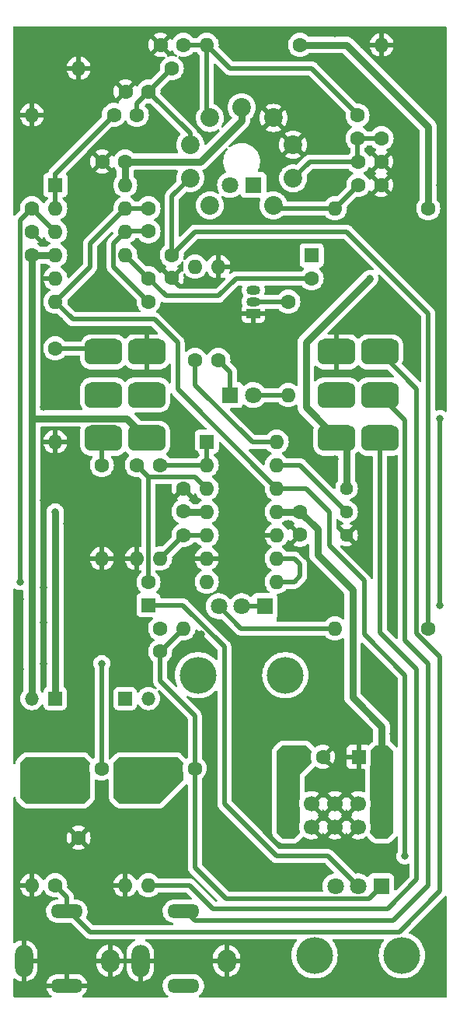
<source format=gbr>
%TF.GenerationSoftware,KiCad,Pcbnew,(6.0.5)*%
%TF.CreationDate,2023-02-15T13:44:48-05:00*%
%TF.ProjectId,valve_distortion,76616c76-655f-4646-9973-746f7274696f,rev?*%
%TF.SameCoordinates,Original*%
%TF.FileFunction,Copper,L1,Top*%
%TF.FilePolarity,Positive*%
%FSLAX46Y46*%
G04 Gerber Fmt 4.6, Leading zero omitted, Abs format (unit mm)*
G04 Created by KiCad (PCBNEW (6.0.5)) date 2023-02-15 13:44:48*
%MOMM*%
%LPD*%
G01*
G04 APERTURE LIST*
G04 Aperture macros list*
%AMRoundRect*
0 Rectangle with rounded corners*
0 $1 Rounding radius*
0 $2 $3 $4 $5 $6 $7 $8 $9 X,Y pos of 4 corners*
0 Add a 4 corners polygon primitive as box body*
4,1,4,$2,$3,$4,$5,$6,$7,$8,$9,$2,$3,0*
0 Add four circle primitives for the rounded corners*
1,1,$1+$1,$2,$3*
1,1,$1+$1,$4,$5*
1,1,$1+$1,$6,$7*
1,1,$1+$1,$8,$9*
0 Add four rect primitives between the rounded corners*
20,1,$1+$1,$2,$3,$4,$5,0*
20,1,$1+$1,$4,$5,$6,$7,0*
20,1,$1+$1,$6,$7,$8,$9,0*
20,1,$1+$1,$8,$9,$2,$3,0*%
G04 Aperture macros list end*
%TA.AperFunction,ComponentPad*%
%ADD10R,1.600000X1.600000*%
%TD*%
%TA.AperFunction,ComponentPad*%
%ADD11O,1.600000X1.600000*%
%TD*%
%TA.AperFunction,ComponentPad*%
%ADD12C,1.600000*%
%TD*%
%TA.AperFunction,ComponentPad*%
%ADD13RoundRect,0.698500X-1.333500X-0.698500X1.333500X-0.698500X1.333500X0.698500X-1.333500X0.698500X0*%
%TD*%
%TA.AperFunction,ComponentPad*%
%ADD14O,4.000000X4.000000*%
%TD*%
%TA.AperFunction,ComponentPad*%
%ADD15R,1.800000X1.800000*%
%TD*%
%TA.AperFunction,ComponentPad*%
%ADD16C,1.800000*%
%TD*%
%TA.AperFunction,ComponentPad*%
%ADD17R,1.500000X1.500000*%
%TD*%
%TA.AperFunction,ComponentPad*%
%ADD18O,1.500000X1.500000*%
%TD*%
%TA.AperFunction,ComponentPad*%
%ADD19R,1.500000X1.050000*%
%TD*%
%TA.AperFunction,ComponentPad*%
%ADD20O,1.500000X1.050000*%
%TD*%
%TA.AperFunction,ComponentPad*%
%ADD21O,2.000000X3.500000*%
%TD*%
%TA.AperFunction,ComponentPad*%
%ADD22O,2.000000X2.500000*%
%TD*%
%TA.AperFunction,ComponentPad*%
%ADD23O,3.500000X1.500000*%
%TD*%
%TA.AperFunction,ComponentPad*%
%ADD24C,1.440000*%
%TD*%
%TA.AperFunction,ComponentPad*%
%ADD25RoundRect,0.250000X0.600000X-0.600000X0.600000X0.600000X-0.600000X0.600000X-0.600000X-0.600000X0*%
%TD*%
%TA.AperFunction,ComponentPad*%
%ADD26C,1.700000*%
%TD*%
%TA.AperFunction,ComponentPad*%
%ADD27C,2.030000*%
%TD*%
%TA.AperFunction,ViaPad*%
%ADD28C,0.800000*%
%TD*%
%TA.AperFunction,Conductor*%
%ADD29C,0.800000*%
%TD*%
%TA.AperFunction,Conductor*%
%ADD30C,0.500000*%
%TD*%
G04 APERTURE END LIST*
D10*
%TO.P,U1,1*%
%TO.N,/DIST_IN*%
X158270000Y-66630000D03*
D11*
%TO.P,U1,2,-*%
X158270000Y-69170000D03*
%TO.P,U1,3,+*%
%TO.N,/IN_BUF_IN*%
X158270000Y-71710000D03*
%TO.P,U1,4,V-*%
%TO.N,-12V*%
X158270000Y-74250000D03*
%TO.P,U1,5,+*%
%TO.N,/DIST_BUF_IN*%
X165890000Y-74250000D03*
%TO.P,U1,6,-*%
%TO.N,/DIST_BUF_FB*%
X165890000Y-71710000D03*
%TO.P,U1,7*%
%TO.N,/DIST_OUT*%
X165890000Y-69170000D03*
%TO.P,U1,8,V+*%
%TO.N,+12V*%
X165890000Y-66630000D03*
%TD*%
D12*
%TO.P,R16,1*%
%TO.N,/OUT_FILTER*%
X165880000Y-132660000D03*
D11*
%TO.P,R16,2*%
%TO.N,GND*%
X165880000Y-142820000D03*
%TD*%
D12*
%TO.P,R3,1*%
%TO.N,/IN_BUF_IN*%
X155720000Y-69160000D03*
D11*
%TO.P,R3,2*%
%TO.N,GND*%
X155720000Y-59000000D03*
%TD*%
D13*
%TO.P,SW2,1,A*%
%TO.N,GND*%
X188930500Y-84781000D03*
%TO.P,SW2,2,B*%
%TO.N,/ENABLE*%
X188930500Y-89480000D03*
%TO.P,SW2,3,C*%
%TO.N,+12V*%
X188930500Y-94179000D03*
%TO.P,SW2,4,A*%
%TO.N,/INPUT*%
X193629500Y-84781000D03*
%TO.P,SW2,5,B*%
%TO.N,/OUTPUT*%
X193629500Y-89480000D03*
%TO.P,SW2,6,C*%
%TO.N,/OUT_SW*%
X193629500Y-94179000D03*
%TD*%
D12*
%TO.P,C5,1*%
%TO.N,/A1*%
X172230000Y-51380000D03*
%TO.P,C5,2*%
%TO.N,GND*%
X169730000Y-51380000D03*
%TD*%
D14*
%TO.P,RV2,*%
%TO.N,*%
X196030000Y-150440000D03*
X186530000Y-150440000D03*
D15*
%TO.P,RV2,1,1*%
%TO.N,/VOL_OUT*%
X193780000Y-142940000D03*
D16*
%TO.P,RV2,2,2*%
%TO.N,/VOL_IN*%
X191280000Y-142940000D03*
%TO.P,RV2,3,3*%
%TO.N,/DIST_OUT*%
X188780000Y-142940000D03*
%TD*%
D12*
%TO.P,R19,1*%
%TO.N,/Q1_B*%
X183660000Y-79320000D03*
D11*
%TO.P,R19,2*%
%TO.N,/ENABLE*%
X183660000Y-89480000D03*
%TD*%
D17*
%TO.P,D2,1,K*%
%TO.N,+12V*%
X158260000Y-122495000D03*
D18*
%TO.P,D2,2,A*%
%TO.N,/IN_FILTER*%
X158260000Y-130115000D03*
%TD*%
D12*
%TO.P,R20,1*%
%TO.N,/LED_EN_K*%
X176040000Y-85670000D03*
D11*
%TO.P,R20,2*%
%TO.N,GND*%
X176040000Y-75510000D03*
%TD*%
D10*
%TO.P,C16,1*%
%TO.N,+12V*%
X184930000Y-128850000D03*
D12*
%TO.P,C16,2*%
%TO.N,GND*%
X187430000Y-128850000D03*
%TD*%
%TO.P,R13,1*%
%TO.N,/VOL_BUF_IN*%
X167150000Y-97100000D03*
D11*
%TO.P,R13,2*%
%TO.N,GND*%
X167150000Y-107260000D03*
%TD*%
D12*
%TO.P,C8,1*%
%TO.N,/G2*%
X191280000Y-64080000D03*
%TO.P,C8,2*%
%TO.N,GND*%
X193780000Y-64080000D03*
%TD*%
D19*
%TO.P,Q1,1,E*%
%TO.N,GND*%
X179850000Y-80590000D03*
D20*
%TO.P,Q1,2,B*%
%TO.N,/Q1_B*%
X179850000Y-79320000D03*
%TO.P,Q1,3,C*%
%TO.N,/SIG_LED_K*%
X179850000Y-78050000D03*
%TD*%
D10*
%TO.P,C10,1*%
%TO.N,/A2*%
X186200000Y-74280000D03*
D12*
%TO.P,C10,2*%
%TO.N,/DIST_BUF_IN*%
X186200000Y-76780000D03*
%TD*%
%TO.P,C17,1*%
%TO.N,GND*%
X155730000Y-71740000D03*
%TO.P,C17,2*%
%TO.N,-12V*%
X155730000Y-74240000D03*
%TD*%
%TO.P,R6,1*%
%TO.N,+12V*%
X184930000Y-51380000D03*
D11*
%TO.P,R6,2*%
%TO.N,/A1*%
X174770000Y-51380000D03*
%TD*%
D14*
%TO.P,RV1,*%
%TO.N,*%
X183330000Y-119960000D03*
X173830000Y-119960000D03*
D15*
%TO.P,RV1,1,1*%
%TO.N,/K1_VOLTAGE*%
X181080000Y-112460000D03*
D16*
%TO.P,RV1,2,2*%
X178580000Y-112460000D03*
%TO.P,RV1,3,3*%
%TO.N,/GAIN*%
X176080000Y-112460000D03*
%TD*%
D12*
%TO.P,R11,1*%
%TO.N,/BOOST_HIGH*%
X163340000Y-97100000D03*
D11*
%TO.P,R11,2*%
%TO.N,GND*%
X163340000Y-107260000D03*
%TD*%
D12*
%TO.P,R5,1*%
%TO.N,/K1*%
X198900000Y-114880000D03*
D11*
%TO.P,R5,2*%
%TO.N,/GAIN*%
X188740000Y-114880000D03*
%TD*%
D21*
%TO.P,J1,S*%
%TO.N,GND*%
X154830000Y-151040000D03*
D22*
X164230000Y-151040000D03*
D23*
%TO.P,J1,T*%
%TO.N,/INPUT*%
X159530000Y-145640000D03*
%TO.P,J1,TN*%
%TO.N,GND*%
X159530000Y-153740000D03*
%TD*%
D12*
%TO.P,R17,1*%
%TO.N,/OUT_FILTER*%
X168420000Y-132660000D03*
D11*
%TO.P,R17,2*%
%TO.N,/OUT_SW*%
X168420000Y-142820000D03*
%TD*%
D13*
%TO.P,SW1,1,A*%
%TO.N,/BOOST_LOW*%
X163530500Y-84781000D03*
%TO.P,SW1,2,B*%
%TO.N,/DIST_BUF_FB*%
X163530500Y-89480000D03*
%TO.P,SW1,3,C*%
%TO.N,/BOOST_HIGH*%
X163530500Y-94179000D03*
%TO.P,SW1,4,A*%
%TO.N,GND*%
X168229500Y-84781000D03*
%TO.P,SW1,5,B*%
%TO.N,/K1_VOLTAGE*%
X168229500Y-89480000D03*
%TO.P,SW1,6,C*%
%TO.N,-12V*%
X168229500Y-94179000D03*
%TD*%
D12*
%TO.P,R2,1*%
%TO.N,/IN_FILTER*%
X155720000Y-132660000D03*
D11*
%TO.P,R2,2*%
%TO.N,GND*%
X155720000Y-142820000D03*
%TD*%
D10*
%TO.P,C12,1*%
%TO.N,/VOL_IN*%
X168420000Y-112340000D03*
D12*
%TO.P,C12,2*%
%TO.N,/VOL_BUF_IN*%
X168420000Y-109840000D03*
%TD*%
%TO.P,C19,1*%
%TO.N,GND*%
X184930000Y-104680000D03*
%TO.P,C19,2*%
%TO.N,-12V*%
X184930000Y-102180000D03*
%TD*%
%TO.P,C7,1*%
%TO.N,/G2*%
X191200000Y-61540000D03*
%TO.P,C7,2*%
%TO.N,/A1*%
X191200000Y-59040000D03*
%TD*%
%TO.P,C3,1*%
%TO.N,/G1*%
X167150000Y-59000000D03*
%TO.P,C3,2*%
%TO.N,/DIST_IN*%
X164650000Y-59000000D03*
%TD*%
D22*
%TO.P,J2,S*%
%TO.N,GND*%
X176930000Y-151040000D03*
D21*
X167530000Y-151040000D03*
D23*
%TO.P,J2,T*%
%TO.N,/OUTPUT*%
X172230000Y-145640000D03*
%TO.P,J2,TN*%
%TO.N,unconnected-(J2-PadTN)*%
X172230000Y-153740000D03*
%TD*%
D12*
%TO.P,C9,1*%
%TO.N,/A2*%
X191280000Y-66620000D03*
%TO.P,C9,2*%
%TO.N,GND*%
X193780000Y-66620000D03*
%TD*%
%TO.P,C11,1*%
%TO.N,/DIST_OUT*%
X168430000Y-69160000D03*
%TO.P,C11,2*%
%TO.N,/DIST_BUF_FB*%
X168430000Y-71660000D03*
%TD*%
%TO.P,R12,1*%
%TO.N,/DIST_BUF_FB*%
X168430000Y-79320000D03*
D11*
%TO.P,R12,2*%
%TO.N,/DIST_OUT*%
X158270000Y-79320000D03*
%TD*%
D10*
%TO.P,C14,1*%
%TO.N,/OUT_FILTER*%
X170960000Y-130120000D03*
D12*
%TO.P,C14,2*%
%TO.N,/VOL_OUT*%
X173460000Y-130120000D03*
%TD*%
%TO.P,C18,1*%
%TO.N,+12V*%
X165880000Y-64080000D03*
%TO.P,C18,2*%
%TO.N,GND*%
X163380000Y-64080000D03*
%TD*%
%TO.P,R4,1*%
%TO.N,/G1*%
X170960000Y-53920000D03*
D11*
%TO.P,R4,2*%
%TO.N,GND*%
X160800000Y-53920000D03*
%TD*%
D12*
%TO.P,R10,1*%
%TO.N,/BOOST_LOW*%
X158260000Y-84400000D03*
D11*
%TO.P,R10,2*%
%TO.N,GND*%
X158260000Y-94560000D03*
%TD*%
D17*
%TO.P,D1,1,K*%
%TO.N,/IN_FILTER*%
X155720000Y-130120000D03*
D18*
%TO.P,D1,2,A*%
%TO.N,-12V*%
X155720000Y-122500000D03*
%TD*%
D10*
%TO.P,C2,1*%
%TO.N,/IN_FILTER*%
X160800000Y-130120000D03*
D12*
%TO.P,C2,2*%
%TO.N,/IN_BUF_IN*%
X163300000Y-130120000D03*
%TD*%
D10*
%TO.P,C15,1*%
%TO.N,GND*%
X191320000Y-128850000D03*
D12*
%TO.P,C15,2*%
%TO.N,-12V*%
X193820000Y-128850000D03*
%TD*%
D24*
%TO.P,RV3,1,1*%
%TO.N,GND*%
X190010000Y-104720000D03*
%TO.P,RV3,2,2*%
%TO.N,/LED_REF*%
X190010000Y-102180000D03*
%TO.P,RV3,3,3*%
%TO.N,+12V*%
X190010000Y-99640000D03*
%TD*%
D12*
%TO.P,R18,1*%
%TO.N,/SIG_COMP_OUT*%
X173500000Y-85670000D03*
D11*
%TO.P,R18,2*%
%TO.N,/SIG_LED_A*%
X173500000Y-75510000D03*
%TD*%
D12*
%TO.P,R14,1*%
%TO.N,/VOL_BUF_OUT*%
X169690000Y-97100000D03*
D11*
%TO.P,R14,2*%
%TO.N,/VOL_INV_IN*%
X169690000Y-107260000D03*
%TD*%
D25*
%TO.P,J3,1,Pin_1*%
%TO.N,-12V*%
X193820000Y-136470000D03*
D26*
%TO.P,J3,2,Pin_2*%
X193820000Y-133930000D03*
%TO.P,J3,3,Pin_3*%
%TO.N,GND*%
X191280000Y-136470000D03*
%TO.P,J3,4,Pin_4*%
X191280000Y-133930000D03*
%TO.P,J3,5,Pin_5*%
X188740000Y-136470000D03*
%TO.P,J3,6,Pin_6*%
X188740000Y-133930000D03*
%TO.P,J3,7,Pin_7*%
X186200000Y-136470000D03*
%TO.P,J3,8,Pin_8*%
X186200000Y-133930000D03*
%TO.P,J3,9,Pin_9*%
%TO.N,+12V*%
X183660000Y-136470000D03*
%TO.P,J3,10,Pin_10*%
X183660000Y-133930000D03*
%TD*%
D12*
%TO.P,C13,1*%
%TO.N,/VOL_OUT*%
X169690000Y-117380000D03*
%TO.P,C13,2*%
%TO.N,/VOL_INV_IN*%
X169690000Y-114880000D03*
%TD*%
D17*
%TO.P,D3,1,K*%
%TO.N,/OUT_FILTER*%
X168420000Y-130120000D03*
D18*
%TO.P,D3,2,A*%
%TO.N,-12V*%
X168420000Y-122500000D03*
%TD*%
D27*
%TO.P,U2,1,A*%
%TO.N,/A2*%
X182030000Y-68830000D03*
%TO.P,U2,2,G*%
%TO.N,/G2*%
X184180000Y-65900000D03*
%TO.P,U2,3,K*%
%TO.N,GND*%
X184180000Y-62250000D03*
%TO.P,U2,4,F1*%
X182030000Y-59320000D03*
%TO.P,U2,5,F1*%
%TO.N,+12V*%
X178580000Y-58180000D03*
%TO.P,U2,6,A*%
%TO.N,/A1*%
X175120000Y-59320000D03*
%TO.P,U2,7,G*%
%TO.N,/G1*%
X172970000Y-62250000D03*
%TO.P,U2,8,K*%
%TO.N,/K1*%
X172970000Y-65860000D03*
%TO.P,U2,9,F2*%
%TO.N,unconnected-(U2-Pad9)*%
X175120000Y-68830000D03*
%TD*%
D15*
%TO.P,D5,1,K*%
%TO.N,/SIG_LED_K*%
X179850000Y-66620000D03*
D16*
%TO.P,D5,2,A*%
%TO.N,/SIG_LED_A*%
X177310000Y-66620000D03*
%TD*%
D12*
%TO.P,R7,1*%
%TO.N,/G2*%
X193820000Y-61540000D03*
D11*
%TO.P,R7,2*%
%TO.N,GND*%
X193820000Y-51380000D03*
%TD*%
D12*
%TO.P,C4,1*%
%TO.N,/G1*%
X168420000Y-56460000D03*
%TO.P,C4,2*%
%TO.N,GND*%
X165920000Y-56460000D03*
%TD*%
%TO.P,C6,1*%
%TO.N,/K1*%
X170960000Y-74240000D03*
%TO.P,C6,2*%
%TO.N,GND*%
X170960000Y-76740000D03*
%TD*%
%TO.P,R1,1*%
%TO.N,/INPUT*%
X158260000Y-142820000D03*
D11*
%TO.P,R1,2*%
%TO.N,/IN_FILTER*%
X158260000Y-132660000D03*
%TD*%
D12*
%TO.P,C1,1*%
%TO.N,/IN_FILTER*%
X160800000Y-132660000D03*
%TO.P,C1,2*%
%TO.N,GND*%
X160800000Y-137660000D03*
%TD*%
%TO.P,R15,1*%
%TO.N,/VOL_INV_IN*%
X172230000Y-104720000D03*
D11*
%TO.P,R15,2*%
%TO.N,/VOL_OUT*%
X172230000Y-114880000D03*
%TD*%
D15*
%TO.P,D6,1,K*%
%TO.N,/LED_EN_K*%
X177310000Y-89480000D03*
D16*
%TO.P,D6,2,A*%
%TO.N,/ENABLE*%
X179850000Y-89480000D03*
%TD*%
D12*
%TO.P,R9,1*%
%TO.N,/DIST_BUF_IN*%
X168430000Y-76780000D03*
D11*
%TO.P,R9,2*%
%TO.N,GND*%
X158270000Y-76780000D03*
%TD*%
D10*
%TO.P,U3,1*%
%TO.N,/VOL_BUF_OUT*%
X174770000Y-94560000D03*
D11*
%TO.P,U3,2,-*%
X174770000Y-97100000D03*
%TO.P,U3,3,+*%
%TO.N,/VOL_BUF_IN*%
X174770000Y-99640000D03*
%TO.P,U3,4,V+*%
%TO.N,+12V*%
X174770000Y-102180000D03*
%TO.P,U3,5,+*%
%TO.N,/VOL_INV_IN*%
X174770000Y-104720000D03*
%TO.P,U3,6,-*%
%TO.N,GND*%
X174770000Y-107260000D03*
%TO.P,U3,7*%
%TO.N,/VOL_OUT*%
X174770000Y-109800000D03*
%TO.P,U3,8*%
%TO.N,/U2D_FB*%
X182390000Y-109800000D03*
%TO.P,U3,9,-*%
X182390000Y-107260000D03*
%TO.P,U3,10,+*%
%TO.N,GND*%
X182390000Y-104720000D03*
%TO.P,U3,11,V-*%
%TO.N,-12V*%
X182390000Y-102180000D03*
%TO.P,U3,12,+*%
%TO.N,/DIST_OUT*%
X182390000Y-99640000D03*
%TO.P,U3,13,-*%
%TO.N,/LED_REF*%
X182390000Y-97100000D03*
%TO.P,U3,14*%
%TO.N,/SIG_COMP_OUT*%
X182390000Y-94560000D03*
%TD*%
D17*
%TO.P,D4,1,K*%
%TO.N,+12V*%
X165880000Y-122500000D03*
D18*
%TO.P,D4,2,A*%
%TO.N,/OUT_FILTER*%
X165880000Y-130120000D03*
%TD*%
D12*
%TO.P,C20,1*%
%TO.N,+12V*%
X172230000Y-102140000D03*
%TO.P,C20,2*%
%TO.N,GND*%
X172230000Y-99640000D03*
%TD*%
%TO.P,R8,1*%
%TO.N,+12V*%
X198900000Y-69160000D03*
D11*
%TO.P,R8,2*%
%TO.N,/A2*%
X188740000Y-69160000D03*
%TD*%
D28*
%TO.N,GND*%
X188740000Y-123135000D03*
X172230000Y-70430000D03*
X195090000Y-111070000D03*
X184930000Y-126310000D03*
X200170000Y-80590000D03*
X174770000Y-76780000D03*
X168420000Y-82368000D03*
X165880000Y-86940000D03*
X176040000Y-103450000D03*
X163340000Y-116785000D03*
X191280000Y-86940000D03*
X176040000Y-64715000D03*
X183660000Y-50110000D03*
X168166000Y-91766000D03*
X170960000Y-135835000D03*
X157625000Y-98370000D03*
X160292000Y-65604000D03*
X163340000Y-73732000D03*
X154450000Y-127580000D03*
X181120000Y-149170000D03*
X200170000Y-59000000D03*
X169690000Y-105355000D03*
X173500000Y-95830000D03*
X176040000Y-50110000D03*
X177945000Y-84400000D03*
X184295000Y-74875000D03*
X188740000Y-96465000D03*
X173500000Y-108530000D03*
X196360000Y-75510000D03*
X158895000Y-62810000D03*
X159784000Y-75764000D03*
X176040000Y-70430000D03*
X183025000Y-55190000D03*
X168420000Y-53920000D03*
X161435000Y-127580000D03*
X162070000Y-50110000D03*
X167150000Y-139010000D03*
X173500000Y-83130000D03*
X156990000Y-110435000D03*
X179215000Y-100910000D03*
X160800000Y-68652000D03*
X188740000Y-59000000D03*
X181120000Y-95830000D03*
X169055000Y-154250000D03*
X176675000Y-57095000D03*
X197630000Y-86940000D03*
X170960000Y-119325000D03*
X177945000Y-139010000D03*
X184930000Y-154250000D03*
X176675000Y-95830000D03*
X169055000Y-59000000D03*
X158768000Y-81352000D03*
X189375000Y-126945000D03*
X156990000Y-114245000D03*
X154450000Y-141550000D03*
X154450000Y-50110000D03*
X159530000Y-103450000D03*
X173500000Y-105990000D03*
X188105000Y-98370000D03*
X154450000Y-135200000D03*
X177945000Y-79320000D03*
X188740000Y-78050000D03*
%TO.N,+12V*%
X158260000Y-102180000D03*
%TO.N,GND*%
X188740000Y-50110000D03*
X173500000Y-53285000D03*
%TO.N,+12V*%
X192550000Y-76780000D03*
%TO.N,GND*%
X158260000Y-50110000D03*
X186835000Y-86940000D03*
X184295000Y-94560000D03*
X171595000Y-93290000D03*
X177945000Y-72970000D03*
X176040000Y-54555000D03*
X177945000Y-118055000D03*
X184930000Y-81860000D03*
X189375000Y-65985000D03*
X179850000Y-50110000D03*
X169055000Y-145995000D03*
X168420000Y-118690000D03*
X161435000Y-100275000D03*
X160165000Y-112975000D03*
X193820000Y-78050000D03*
X174135000Y-123135000D03*
X170325000Y-56460000D03*
X160800000Y-79828000D03*
X174135000Y-115515000D03*
X181120000Y-75510000D03*
X177945000Y-52650000D03*
X173500000Y-100910000D03*
X170452000Y-86940000D03*
X180485000Y-85670000D03*
X154450000Y-119325000D03*
X187470000Y-62810000D03*
X165245000Y-118055000D03*
X181755000Y-123770000D03*
X178580000Y-87575000D03*
X170960000Y-50110000D03*
X170960000Y-139645000D03*
X174770000Y-132025000D03*
X197630000Y-81860000D03*
X181755000Y-88210000D03*
X200170000Y-90115000D03*
X200170000Y-66620000D03*
X192550000Y-50110000D03*
X179850000Y-106625000D03*
X187470000Y-118690000D03*
X180485000Y-152980000D03*
X181120000Y-130120000D03*
X176675000Y-97735000D03*
X156990000Y-118690000D03*
X189375000Y-81860000D03*
X156990000Y-100910000D03*
X181120000Y-52650000D03*
X177310000Y-108530000D03*
X181120000Y-103450000D03*
X195090000Y-97100000D03*
X167150000Y-100275000D03*
X169690000Y-99640000D03*
X179215000Y-127580000D03*
X200170000Y-154250000D03*
X189375000Y-72970000D03*
X162705000Y-145995000D03*
X196360000Y-50110000D03*
X156990000Y-90750000D03*
X167150000Y-104085000D03*
X162832000Y-82368000D03*
X186835000Y-52650000D03*
X174135000Y-72970000D03*
X195090000Y-126310000D03*
X178580000Y-61540000D03*
X156355000Y-154250000D03*
X180485000Y-109800000D03*
X163340000Y-132025000D03*
X154450000Y-146630000D03*
X191915000Y-97100000D03*
X167150000Y-72970000D03*
X171595000Y-90750000D03*
X162705000Y-154250000D03*
X195090000Y-154250000D03*
X185565000Y-55190000D03*
X170960000Y-62175000D03*
X160292000Y-90496000D03*
X172865000Y-58365000D03*
X160292000Y-71700000D03*
X185565000Y-67890000D03*
X154450000Y-111705000D03*
%TO.N,/K1_VOLTAGE*%
X200170000Y-112340000D03*
%TO.N,GND*%
X160800000Y-60905000D03*
X193820000Y-80590000D03*
X177310000Y-106625000D03*
X200170000Y-50110000D03*
%TO.N,/IN_BUF_IN*%
X163340000Y-118690000D03*
%TO.N,GND*%
X167785000Y-62175000D03*
X200170000Y-149170000D03*
X164356000Y-68144000D03*
X200170000Y-74240000D03*
%TO.N,/IN_BUF_IN*%
X154450000Y-109800000D03*
%TO.N,GND*%
X174770000Y-127580000D03*
X170325000Y-79955000D03*
X160800000Y-118055000D03*
X191280000Y-55190000D03*
X170325000Y-65985000D03*
X170960000Y-111070000D03*
X165880000Y-50110000D03*
X174135000Y-112340000D03*
X200170000Y-53920000D03*
X178580000Y-123770000D03*
X175405000Y-154250000D03*
%TO.N,/K1_VOLTAGE*%
X200170000Y-92020000D03*
%TO.N,GND*%
X156355000Y-67255000D03*
X164610000Y-60905000D03*
X181755000Y-90750000D03*
X160165000Y-124405000D03*
X200170000Y-145360000D03*
X174770000Y-140280000D03*
X185565000Y-138375000D03*
X193820000Y-121865000D03*
X195090000Y-114880000D03*
X186835000Y-142820000D03*
X183660000Y-103450000D03*
X181120000Y-135835000D03*
X183025000Y-142185000D03*
X164610000Y-127580000D03*
X192550000Y-140915000D03*
X192550000Y-118055000D03*
X198265000Y-147900000D03*
X177310000Y-142820000D03*
X190010000Y-139010000D03*
X164610000Y-124405000D03*
X185565000Y-113610000D03*
X181120000Y-116785000D03*
X160800000Y-108530000D03*
X183025000Y-113610000D03*
%TO.N,/DIST_OUT*%
X196360000Y-139645000D03*
%TO.N,GND*%
X191915000Y-107895000D03*
X191915000Y-101545000D03*
X177945000Y-133295000D03*
X195725000Y-141550000D03*
X189375000Y-149170000D03*
X171595000Y-127580000D03*
X162705000Y-140915000D03*
X188740000Y-111070000D03*
X172230000Y-149170000D03*
X172230000Y-133295000D03*
X193185000Y-149170000D03*
X183660000Y-111070000D03*
X195090000Y-103450000D03*
%TD*%
D29*
%TO.N,-12V*%
X155740000Y-74250000D02*
X155730000Y-74240000D01*
D30*
%TO.N,/IN_BUF_IN*%
X154450000Y-70430000D02*
X154450000Y-109800000D01*
D29*
%TO.N,+12V*%
X198900000Y-60270000D02*
X198900000Y-69160000D01*
X158260000Y-102180000D02*
X158260000Y-122495000D01*
X185565000Y-90813500D02*
X185565000Y-87575000D01*
X174115426Y-64080000D02*
X165880000Y-64080000D01*
X188930500Y-94179000D02*
X185565000Y-90813500D01*
X174780000Y-102235000D02*
X172230000Y-102235000D01*
X178580000Y-59615426D02*
X174115426Y-64080000D01*
X165890000Y-66630000D02*
X165890000Y-64090000D01*
%TO.N,-12V*%
X166070500Y-92020000D02*
X168229500Y-94179000D01*
%TO.N,+12V*%
X185565000Y-87575000D02*
X185565000Y-83765000D01*
X185565000Y-83765000D02*
X192550000Y-76780000D01*
X190010000Y-95258500D02*
X188930500Y-94179000D01*
%TO.N,-12V*%
X158270000Y-74250000D02*
X155740000Y-74250000D01*
X155730000Y-92010000D02*
X155720000Y-92020000D01*
X155720000Y-92020000D02*
X166070500Y-92020000D01*
X184930000Y-102235000D02*
X182400000Y-102235000D01*
X155730000Y-74240000D02*
X155730000Y-92010000D01*
X155720000Y-92020000D02*
X155720000Y-122500000D01*
%TO.N,+12V*%
X190010000Y-99640000D02*
X190010000Y-95258500D01*
X190010000Y-51380000D02*
X198900000Y-60270000D01*
X184930000Y-51380000D02*
X190010000Y-51380000D01*
X178580000Y-58180000D02*
X178580000Y-59615426D01*
X165890000Y-64090000D02*
X165880000Y-64080000D01*
D30*
%TO.N,/INPUT*%
X159530000Y-144090000D02*
X158260000Y-142820000D01*
%TO.N,/DIST_OUT*%
X171595000Y-83765000D02*
X171595000Y-88845000D01*
%TO.N,/DIST_IN*%
X158270000Y-69170000D02*
X158270000Y-66630000D01*
%TO.N,/DIST_OUT*%
X169055000Y-81225000D02*
X171595000Y-83765000D01*
%TO.N,/G2*%
X191200000Y-61540000D02*
X191200000Y-64000000D01*
%TO.N,/G1*%
X167150000Y-57730000D02*
X168420000Y-56460000D01*
%TO.N,/A2*%
X191280000Y-66620000D02*
X188740000Y-69160000D01*
%TO.N,/DIST_BUF_IN*%
X165890000Y-74250000D02*
X165900000Y-74250000D01*
%TO.N,/DIST_OUT*%
X165890000Y-69170000D02*
X162070000Y-72990000D01*
%TO.N,/DIST_BUF_FB*%
X168430000Y-79320000D02*
X164640489Y-75530489D01*
X165940000Y-71660000D02*
X165890000Y-71710000D01*
%TO.N,/A1*%
X174770000Y-51380000D02*
X174770000Y-58970000D01*
%TO.N,/G2*%
X191280000Y-64080000D02*
X186000000Y-64080000D01*
%TO.N,/DIST_BUF_IN*%
X165900000Y-74250000D02*
X168430000Y-76780000D01*
%TO.N,/VOL_BUF_IN*%
X173500000Y-98370000D02*
X174770000Y-99640000D01*
%TO.N,/DIST_BUF_IN*%
X170335000Y-78685000D02*
X176040000Y-78685000D01*
%TO.N,/DIST_OUT*%
X162070000Y-75520000D02*
X158270000Y-79320000D01*
%TO.N,/G2*%
X191200000Y-64000000D02*
X191280000Y-64080000D01*
%TO.N,/A2*%
X182360000Y-69160000D02*
X182030000Y-68830000D01*
%TO.N,/DIST_OUT*%
X165900000Y-69160000D02*
X165890000Y-69170000D01*
X160175000Y-81225000D02*
X169055000Y-81225000D01*
%TO.N,/DIST_BUF_FB*%
X164640489Y-75530489D02*
X164640489Y-72959511D01*
%TO.N,/DIST_OUT*%
X171595000Y-88845000D02*
X182390000Y-99640000D01*
%TO.N,/A1*%
X174770000Y-51380000D02*
X177310000Y-53920000D01*
%TO.N,/DIST_BUF_FB*%
X164640489Y-72959511D02*
X165890000Y-71710000D01*
%TO.N,/G1*%
X167150000Y-59000000D02*
X167150000Y-57730000D01*
%TO.N,/G2*%
X193820000Y-61540000D02*
X191200000Y-61540000D01*
%TO.N,/G1*%
X170960000Y-53920000D02*
X168420000Y-56460000D01*
%TO.N,/DIST_BUF_FB*%
X168430000Y-71660000D02*
X165940000Y-71660000D01*
%TO.N,/INPUT*%
X159530000Y-145640000D02*
X159530000Y-144090000D01*
%TO.N,/IN_BUF_IN*%
X155720000Y-69160000D02*
X154450000Y-70430000D01*
%TO.N,/A1*%
X174770000Y-58970000D02*
X175120000Y-59320000D01*
%TO.N,/DIST_BUF_IN*%
X176040000Y-78685000D02*
X177945000Y-76780000D01*
%TO.N,/DIST_IN*%
X164650000Y-59000000D02*
X158310000Y-65340000D01*
%TO.N,/G2*%
X186000000Y-64080000D02*
X184180000Y-65900000D01*
%TO.N,/G1*%
X168420000Y-56460000D02*
X172970000Y-61010000D01*
%TO.N,/A1*%
X191200000Y-58920000D02*
X191200000Y-59040000D01*
X186200000Y-53920000D02*
X191200000Y-58920000D01*
%TO.N,/DIST_OUT*%
X158270000Y-79320000D02*
X160175000Y-81225000D01*
%TO.N,/DIST_BUF_IN*%
X177945000Y-76780000D02*
X186200000Y-76780000D01*
%TO.N,/DIST_IN*%
X158270000Y-66630000D02*
X158270000Y-65340000D01*
X158310000Y-65340000D02*
X158270000Y-65340000D01*
%TO.N,/IN_BUF_IN*%
X163300000Y-118730000D02*
X163300000Y-130120000D01*
%TO.N,/A1*%
X177310000Y-53920000D02*
X186200000Y-53920000D01*
%TO.N,/A2*%
X188740000Y-69160000D02*
X182360000Y-69160000D01*
%TO.N,/IN_BUF_IN*%
X163340000Y-118690000D02*
X163300000Y-118730000D01*
%TO.N,/DIST_OUT*%
X168430000Y-69160000D02*
X165900000Y-69160000D01*
X162070000Y-72990000D02*
X162070000Y-75520000D01*
%TO.N,/A1*%
X174770000Y-51380000D02*
X172230000Y-51380000D01*
%TO.N,/IN_BUF_IN*%
X158270000Y-71710000D02*
X155720000Y-69160000D01*
%TO.N,/G1*%
X172970000Y-61010000D02*
X172970000Y-62250000D01*
%TO.N,/DIST_BUF_IN*%
X168430000Y-76780000D02*
X170335000Y-78685000D01*
%TO.N,/BOOST_LOW*%
X163149500Y-84400000D02*
X163530500Y-84781000D01*
%TO.N,/BOOST_HIGH*%
X163340000Y-97155000D02*
X163340000Y-94369500D01*
%TO.N,/VOL_BUF_IN*%
X168420000Y-98370000D02*
X173500000Y-98370000D01*
%TO.N,/VOL_OUT*%
X173460000Y-124365000D02*
X173460000Y-130120000D01*
%TO.N,/LED_EN_K*%
X177310000Y-86940000D02*
X176040000Y-85670000D01*
%TO.N,/K1*%
X198900000Y-80590000D02*
X190010000Y-71700000D01*
%TO.N,/U2D_FB*%
X184930000Y-107895000D02*
X184295000Y-107260000D01*
%TO.N,/SIG_COMP_OUT*%
X179745978Y-94615000D02*
X182400000Y-94615000D01*
%TO.N,/BOOST_HIGH*%
X163340000Y-94369500D02*
X163530500Y-94179000D01*
%TO.N,/K1*%
X190010000Y-71700000D02*
X173500000Y-71700000D01*
%TO.N,/VOL_OUT*%
X169690000Y-117380000D02*
X169730000Y-117380000D01*
%TO.N,/U2D_FB*%
X184295000Y-109800000D02*
X184930000Y-109165000D01*
%TO.N,/VOL_BUF_IN*%
X168420000Y-98370000D02*
X168420000Y-109840000D01*
%TO.N,/K1*%
X198900000Y-114880000D02*
X198900000Y-80590000D01*
%TO.N,/LED_EN_K*%
X177310000Y-89480000D02*
X177310000Y-86940000D01*
%TO.N,/ENABLE*%
X183660000Y-89480000D02*
X179850000Y-89480000D01*
%TO.N,/K1*%
X173500000Y-71700000D02*
X170960000Y-74240000D01*
%TO.N,/BOOST_LOW*%
X158260000Y-84400000D02*
X163149500Y-84400000D01*
%TO.N,/U2D_FB*%
X182390000Y-109800000D02*
X184295000Y-109800000D01*
%TO.N,/VOL_BUF_IN*%
X167150000Y-97100000D02*
X168420000Y-98370000D01*
%TO.N,/U2D_FB*%
X184930000Y-109165000D02*
X184930000Y-107895000D01*
%TO.N,/LED_REF*%
X184930000Y-97100000D02*
X190010000Y-102180000D01*
%TO.N,/U2D_FB*%
X184295000Y-107260000D02*
X182390000Y-107260000D01*
%TO.N,/SIG_COMP_OUT*%
X173500000Y-85670000D02*
X173500000Y-88369022D01*
%TO.N,/VOL_BUF_OUT*%
X174780000Y-94615000D02*
X174780000Y-97155000D01*
%TO.N,/VOL_OUT*%
X169690000Y-120595000D02*
X173460000Y-124365000D01*
X169690000Y-117380000D02*
X169690000Y-120595000D01*
%TO.N,/K1*%
X170970000Y-67860000D02*
X172970000Y-65860000D01*
X170970000Y-74240000D02*
X170970000Y-67860000D01*
%TO.N,/VOL_INV_IN*%
X169690000Y-107315000D02*
X172230000Y-104775000D01*
%TO.N,/OUTPUT*%
X196360000Y-92210500D02*
X193629500Y-89480000D01*
%TO.N,/VOL_INV_IN*%
X172230000Y-104775000D02*
X174780000Y-104775000D01*
%TO.N,/VOL_BUF_OUT*%
X174780000Y-97155000D02*
X169690000Y-97155000D01*
%TO.N,/VOL_OUT*%
X169730000Y-117380000D02*
X172230000Y-114880000D01*
%TO.N,/K1_VOLTAGE*%
X200170000Y-112340000D02*
X200170000Y-92020000D01*
%TO.N,/LED_REF*%
X182390000Y-97100000D02*
X184930000Y-97100000D01*
%TO.N,/Q1_B*%
X183660000Y-79320000D02*
X179850000Y-79320000D01*
%TO.N,/SIG_COMP_OUT*%
X173500000Y-88369022D02*
X179745978Y-94615000D01*
%TO.N,/K1_VOLTAGE*%
X178580000Y-112460000D02*
X181080000Y-112460000D01*
%TO.N,/OUT_SW*%
X194455000Y-145360000D02*
X197630000Y-142185000D01*
X175405000Y-145360000D02*
X194455000Y-145360000D01*
X197630000Y-142185000D02*
X197630000Y-119325000D01*
X168420000Y-142820000D02*
X172865000Y-142820000D01*
X172865000Y-142820000D02*
X175405000Y-145360000D01*
%TO.N,/OUTPUT*%
X196360000Y-113610000D02*
X196360000Y-92210500D01*
X196360000Y-114245000D02*
X196360000Y-113610000D01*
D29*
%TO.N,-12V*%
X184930000Y-102180000D02*
X186835000Y-104085000D01*
X186835000Y-106845435D02*
X190645000Y-110655435D01*
X186835000Y-104085000D02*
X186835000Y-106845435D01*
X190645000Y-110655435D02*
X190645000Y-122356477D01*
X190645000Y-122356477D02*
X193820000Y-125531477D01*
X193820000Y-125531477D02*
X193820000Y-128850000D01*
D30*
%TO.N,/GAIN*%
X176080000Y-112460000D02*
X178500000Y-114880000D01*
X178500000Y-114880000D02*
X188740000Y-114880000D01*
%TO.N,/VOL_OUT*%
X176874511Y-144289511D02*
X192430489Y-144289511D01*
X173460000Y-140875000D02*
X176874511Y-144289511D01*
X192430489Y-144289511D02*
X193780000Y-142940000D01*
X173460000Y-130120000D02*
X173460000Y-140875000D01*
%TO.N,/INPUT*%
X200170000Y-117917076D02*
X197650489Y-115397565D01*
X197650489Y-88801989D02*
X193629500Y-84781000D01*
X197650489Y-115397565D02*
X197650489Y-88801989D01*
%TO.N,/OUT_SW*%
X193629500Y-115324500D02*
X193629500Y-94179000D01*
%TO.N,/VOL_IN*%
X187985000Y-139645000D02*
X182390000Y-139645000D01*
X176675000Y-116853609D02*
X172161391Y-112340000D01*
X182390000Y-139645000D02*
X176675000Y-133930000D01*
X172161391Y-112340000D02*
X168420000Y-112340000D01*
X176675000Y-133930000D02*
X176675000Y-116853609D01*
X191280000Y-142940000D02*
X187985000Y-139645000D01*
%TO.N,/OUT_SW*%
X197630000Y-119325000D02*
X193629500Y-115324500D01*
%TO.N,/OUTPUT*%
X198900000Y-118690000D02*
X196360000Y-116150000D01*
X196360000Y-116150000D02*
X196360000Y-113610000D01*
%TO.N,/DIST_OUT*%
X196360000Y-119960000D02*
X191915000Y-115515000D01*
X196360000Y-139645000D02*
X196360000Y-119960000D01*
X188105000Y-105864469D02*
X188105000Y-102180000D01*
X191915000Y-115515000D02*
X191915000Y-109674469D01*
X185565000Y-99640000D02*
X182390000Y-99640000D01*
X191915000Y-109674469D02*
X188105000Y-105864469D01*
X188105000Y-102180000D02*
X185565000Y-99640000D01*
%TO.N,/INPUT*%
X159810000Y-145640000D02*
X162070000Y-147900000D01*
X162070000Y-147900000D02*
X195725000Y-147900000D01*
X159530000Y-145640000D02*
X159810000Y-145640000D01*
X200170000Y-143455000D02*
X200170000Y-117917076D01*
X195725000Y-147900000D02*
X200170000Y-143455000D01*
%TO.N,/OUTPUT*%
X195090000Y-146630000D02*
X198900000Y-142820000D01*
X172230000Y-145640000D02*
X172510000Y-145640000D01*
X172510000Y-145640000D02*
X173500000Y-146630000D01*
X198900000Y-142820000D02*
X198900000Y-118690000D01*
X173500000Y-146630000D02*
X195090000Y-146630000D01*
%TD*%
%TA.AperFunction,Conductor*%
%TO.N,-12V*%
G36*
X194470931Y-127600002D02*
G01*
X194491905Y-127616905D01*
X195053095Y-128178095D01*
X195087121Y-128240407D01*
X195090000Y-128267190D01*
X195090000Y-137052810D01*
X195069998Y-137120931D01*
X195053095Y-137141905D01*
X194491905Y-137703095D01*
X194429593Y-137737121D01*
X194402810Y-137740000D01*
X193237190Y-137740000D01*
X193169069Y-137719998D01*
X193148095Y-137703095D01*
X192586905Y-137141905D01*
X192552879Y-137079593D01*
X192550000Y-137052810D01*
X192550000Y-136982069D01*
X192555442Y-136945440D01*
X192610865Y-136763023D01*
X192610865Y-136763021D01*
X192612370Y-136758069D01*
X192641529Y-136536590D01*
X192643156Y-136470000D01*
X192624852Y-136247361D01*
X192570431Y-136030702D01*
X192560450Y-136007747D01*
X192550000Y-135957505D01*
X192550000Y-134442069D01*
X192555442Y-134405440D01*
X192610865Y-134223023D01*
X192610865Y-134223021D01*
X192612370Y-134218069D01*
X192641529Y-133996590D01*
X192643156Y-133930000D01*
X192624852Y-133707361D01*
X192570431Y-133490702D01*
X192560450Y-133467747D01*
X192550000Y-133417505D01*
X192550000Y-129963944D01*
X192565432Y-129903621D01*
X192570615Y-129896705D01*
X192621745Y-129760316D01*
X192628500Y-129698134D01*
X192628500Y-128188690D01*
X192648502Y-128120569D01*
X192665405Y-128099595D01*
X193148095Y-127616905D01*
X193210407Y-127582879D01*
X193237190Y-127580000D01*
X194402810Y-127580000D01*
X194470931Y-127600002D01*
G37*
%TD.AperFunction*%
%TD*%
%TA.AperFunction,Conductor*%
%TO.N,GND*%
G36*
X164052255Y-131294261D02*
G01*
X164091111Y-131353681D01*
X164096500Y-131390137D01*
X164096500Y-133242810D01*
X164099441Y-133297692D01*
X164102320Y-133324475D01*
X164102588Y-133326132D01*
X164102590Y-133326143D01*
X164110125Y-133372640D01*
X164110126Y-133372645D01*
X164111116Y-133378752D01*
X164113278Y-133384549D01*
X164113279Y-133384552D01*
X164160622Y-133511479D01*
X164162194Y-133515693D01*
X164196220Y-133578005D01*
X164198915Y-133581605D01*
X164281109Y-133691402D01*
X164281113Y-133691406D01*
X164283806Y-133695004D01*
X164844996Y-134256194D01*
X164846253Y-134257323D01*
X164846256Y-134257326D01*
X164848819Y-134259628D01*
X164885877Y-134292917D01*
X164887181Y-134293968D01*
X164887187Y-134293973D01*
X164893164Y-134298790D01*
X164906851Y-134309820D01*
X164908224Y-134310810D01*
X164946430Y-134338362D01*
X164946435Y-134338365D01*
X164951451Y-134341982D01*
X165084400Y-134402698D01*
X165108154Y-134409673D01*
X165148198Y-134421431D01*
X165148202Y-134421432D01*
X165152521Y-134422700D01*
X165156970Y-134423340D01*
X165156976Y-134423341D01*
X165292743Y-134442861D01*
X165292748Y-134442861D01*
X165297190Y-134443500D01*
X169637810Y-134443500D01*
X169664514Y-134442069D01*
X169690999Y-134440650D01*
X169691009Y-134440649D01*
X169692692Y-134440559D01*
X169719475Y-134437680D01*
X169721132Y-134437412D01*
X169721143Y-134437410D01*
X169767640Y-134429875D01*
X169767645Y-134429874D01*
X169773752Y-134428884D01*
X169779549Y-134426722D01*
X169779552Y-134426721D01*
X169906479Y-134379378D01*
X169906481Y-134379377D01*
X169910693Y-134377806D01*
X169973005Y-134343780D01*
X170017047Y-134310810D01*
X170086402Y-134258891D01*
X170086406Y-134258887D01*
X170090004Y-134256194D01*
X172486405Y-131859793D01*
X172548717Y-131825767D01*
X172619532Y-131830832D01*
X172676368Y-131873379D01*
X172701179Y-131939899D01*
X172701500Y-131948888D01*
X172701500Y-140807930D01*
X172700067Y-140826880D01*
X172696801Y-140848349D01*
X172697394Y-140855641D01*
X172697394Y-140855644D01*
X172701085Y-140901018D01*
X172701500Y-140911233D01*
X172701500Y-140919293D01*
X172701925Y-140922937D01*
X172704789Y-140947507D01*
X172705222Y-140951882D01*
X172711140Y-141024637D01*
X172713396Y-141031601D01*
X172714587Y-141037560D01*
X172715971Y-141043415D01*
X172716818Y-141050681D01*
X172741735Y-141119327D01*
X172743152Y-141123455D01*
X172765649Y-141192899D01*
X172769445Y-141199154D01*
X172771951Y-141204628D01*
X172774670Y-141210058D01*
X172777167Y-141216937D01*
X172781180Y-141223057D01*
X172781180Y-141223058D01*
X172817186Y-141277976D01*
X172819523Y-141281680D01*
X172857405Y-141344107D01*
X172861121Y-141348315D01*
X172861122Y-141348316D01*
X172864803Y-141352484D01*
X172864776Y-141352508D01*
X172867429Y-141355500D01*
X172870132Y-141358733D01*
X172874144Y-141364852D01*
X172879456Y-141369884D01*
X172930383Y-141418128D01*
X172932825Y-141420506D01*
X175898724Y-144386405D01*
X175932750Y-144448717D01*
X175927685Y-144519532D01*
X175885138Y-144576368D01*
X175818618Y-144601179D01*
X175809629Y-144601500D01*
X175771371Y-144601500D01*
X175703250Y-144581498D01*
X175682276Y-144564595D01*
X173448770Y-142331089D01*
X173436384Y-142316677D01*
X173427851Y-142305082D01*
X173427846Y-142305077D01*
X173423508Y-142299182D01*
X173417930Y-142294443D01*
X173417927Y-142294440D01*
X173383232Y-142264965D01*
X173375716Y-142258035D01*
X173370021Y-142252340D01*
X173351419Y-142237623D01*
X173347749Y-142234719D01*
X173344345Y-142231928D01*
X173294297Y-142189409D01*
X173294295Y-142189408D01*
X173288715Y-142184667D01*
X173282199Y-142181339D01*
X173277150Y-142177972D01*
X173272021Y-142174805D01*
X173266284Y-142170266D01*
X173200125Y-142139345D01*
X173196225Y-142137439D01*
X173131192Y-142104231D01*
X173124084Y-142102492D01*
X173118441Y-142100393D01*
X173112678Y-142098476D01*
X173106050Y-142095378D01*
X173034583Y-142080513D01*
X173030299Y-142079543D01*
X172959390Y-142062192D01*
X172953788Y-142061844D01*
X172953785Y-142061844D01*
X172948236Y-142061500D01*
X172948238Y-142061464D01*
X172944245Y-142061225D01*
X172940053Y-142060851D01*
X172932885Y-142059360D01*
X172866675Y-142061151D01*
X172855479Y-142061454D01*
X172852072Y-142061500D01*
X169551867Y-142061500D01*
X169483746Y-142041498D01*
X169448655Y-142007772D01*
X169426198Y-141975700D01*
X169264300Y-141813802D01*
X169259792Y-141810645D01*
X169259789Y-141810643D01*
X169161275Y-141741663D01*
X169076749Y-141682477D01*
X169071767Y-141680154D01*
X169071762Y-141680151D01*
X168874225Y-141588039D01*
X168874224Y-141588039D01*
X168869243Y-141585716D01*
X168863935Y-141584294D01*
X168863933Y-141584293D01*
X168653402Y-141527881D01*
X168653400Y-141527881D01*
X168648087Y-141526457D01*
X168420000Y-141506502D01*
X168191913Y-141526457D01*
X168186600Y-141527881D01*
X168186598Y-141527881D01*
X167976067Y-141584293D01*
X167976065Y-141584294D01*
X167970757Y-141585716D01*
X167965776Y-141588039D01*
X167965775Y-141588039D01*
X167768238Y-141680151D01*
X167768233Y-141680154D01*
X167763251Y-141682477D01*
X167678725Y-141741663D01*
X167580211Y-141810643D01*
X167580208Y-141810645D01*
X167575700Y-141813802D01*
X167413802Y-141975700D01*
X167410645Y-141980208D01*
X167410643Y-141980211D01*
X167358390Y-142054837D01*
X167282477Y-142163251D01*
X167280154Y-142168233D01*
X167280151Y-142168238D01*
X167263919Y-142203049D01*
X167217002Y-142256334D01*
X167148725Y-142275795D01*
X167080765Y-142255253D01*
X167035529Y-142203049D01*
X167019414Y-142168489D01*
X167013931Y-142158993D01*
X166888972Y-141980533D01*
X166881916Y-141972125D01*
X166727875Y-141818084D01*
X166719467Y-141811028D01*
X166541007Y-141686069D01*
X166531511Y-141680586D01*
X166334053Y-141588510D01*
X166323761Y-141584764D01*
X166151497Y-141538606D01*
X166137401Y-141538942D01*
X166134000Y-141546884D01*
X166134000Y-144087967D01*
X166137973Y-144101498D01*
X166146522Y-144102727D01*
X166323761Y-144055236D01*
X166334053Y-144051490D01*
X166531511Y-143959414D01*
X166541007Y-143953931D01*
X166719467Y-143828972D01*
X166727875Y-143821916D01*
X166881916Y-143667875D01*
X166888972Y-143659467D01*
X167013931Y-143481007D01*
X167019414Y-143471511D01*
X167035529Y-143436951D01*
X167082446Y-143383666D01*
X167150723Y-143364205D01*
X167218683Y-143384747D01*
X167263919Y-143436951D01*
X167280151Y-143471762D01*
X167280154Y-143471767D01*
X167282477Y-143476749D01*
X167325531Y-143538236D01*
X167384498Y-143622449D01*
X167413802Y-143664300D01*
X167575700Y-143826198D01*
X167580208Y-143829355D01*
X167580211Y-143829357D01*
X167603560Y-143845706D01*
X167763251Y-143957523D01*
X167768233Y-143959846D01*
X167768238Y-143959849D01*
X167952363Y-144045707D01*
X167970757Y-144054284D01*
X167976065Y-144055706D01*
X167976067Y-144055707D01*
X168186598Y-144112119D01*
X168186600Y-144112119D01*
X168191913Y-144113543D01*
X168420000Y-144133498D01*
X168648087Y-144113543D01*
X168653400Y-144112119D01*
X168653402Y-144112119D01*
X168863933Y-144055707D01*
X168863935Y-144055706D01*
X168869243Y-144054284D01*
X168887637Y-144045707D01*
X169071762Y-143959849D01*
X169071767Y-143959846D01*
X169076749Y-143957523D01*
X169236440Y-143845706D01*
X169259789Y-143829357D01*
X169259792Y-143829355D01*
X169264300Y-143826198D01*
X169426198Y-143664300D01*
X169448655Y-143632229D01*
X169504110Y-143587901D01*
X169551867Y-143578500D01*
X172498629Y-143578500D01*
X172566750Y-143598502D01*
X172587724Y-143615405D01*
X173138724Y-144166405D01*
X173172750Y-144228717D01*
X173167685Y-144299532D01*
X173125138Y-144356368D01*
X173058618Y-144381179D01*
X173049629Y-144381500D01*
X171173001Y-144381500D01*
X171170214Y-144381749D01*
X171170208Y-144381749D01*
X171100071Y-144388009D01*
X171006238Y-144396383D01*
X171000824Y-144397864D01*
X171000819Y-144397865D01*
X170912021Y-144422158D01*
X170789549Y-144455663D01*
X170784491Y-144458075D01*
X170784487Y-144458077D01*
X170712461Y-144492432D01*
X170586782Y-144552378D01*
X170404346Y-144683471D01*
X170248008Y-144844799D01*
X170122710Y-145031262D01*
X170032412Y-145236967D01*
X169979968Y-145455411D01*
X169967037Y-145679690D01*
X169994025Y-145902715D01*
X170060082Y-146117435D01*
X170062652Y-146122415D01*
X170062654Y-146122419D01*
X170127852Y-146248738D01*
X170163118Y-146317064D01*
X170299877Y-146495292D01*
X170466036Y-146646485D01*
X170470783Y-146649463D01*
X170470786Y-146649465D01*
X170651595Y-146762885D01*
X170656344Y-146765864D01*
X170864783Y-146849656D01*
X171069822Y-146892118D01*
X171132472Y-146925519D01*
X171167118Y-146987488D01*
X171162761Y-147058350D01*
X171120784Y-147115609D01*
X171054515Y-147141083D01*
X171044271Y-147141500D01*
X162436371Y-147141500D01*
X162368250Y-147121498D01*
X162347276Y-147104595D01*
X161651978Y-146409297D01*
X161617952Y-146346985D01*
X161623017Y-146276170D01*
X161632028Y-146258628D01*
X161631457Y-146258314D01*
X161634162Y-146253392D01*
X161637290Y-146248738D01*
X161727588Y-146043033D01*
X161780032Y-145824589D01*
X161792963Y-145600310D01*
X161765975Y-145377285D01*
X161699918Y-145162565D01*
X161634798Y-145036396D01*
X161599454Y-144967919D01*
X161599454Y-144967918D01*
X161596882Y-144962936D01*
X161460123Y-144784708D01*
X161293964Y-144633515D01*
X161289217Y-144630537D01*
X161289214Y-144630535D01*
X161108405Y-144517115D01*
X161103656Y-144514136D01*
X160895217Y-144430344D01*
X160675233Y-144384787D01*
X160670622Y-144384521D01*
X160670621Y-144384521D01*
X160620048Y-144381605D01*
X160620044Y-144381605D01*
X160618225Y-144381500D01*
X160414500Y-144381500D01*
X160346379Y-144361498D01*
X160299886Y-144307842D01*
X160288500Y-144255500D01*
X160288500Y-144157069D01*
X160289933Y-144138118D01*
X160292099Y-144123883D01*
X160292099Y-144123881D01*
X160293199Y-144116651D01*
X160292067Y-144102727D01*
X160288915Y-144063982D01*
X160288500Y-144053767D01*
X160288500Y-144045707D01*
X160286247Y-144026384D01*
X160285211Y-144017493D01*
X160284778Y-144013118D01*
X160279454Y-143947661D01*
X160279453Y-143947658D01*
X160278860Y-143940363D01*
X160276604Y-143933399D01*
X160275413Y-143927440D01*
X160274029Y-143921585D01*
X160273182Y-143914319D01*
X160248265Y-143845673D01*
X160246848Y-143841545D01*
X160226607Y-143779064D01*
X160226606Y-143779062D01*
X160224351Y-143772101D01*
X160220555Y-143765846D01*
X160218049Y-143760372D01*
X160215330Y-143754942D01*
X160212833Y-143748063D01*
X160172809Y-143687016D01*
X160170472Y-143683312D01*
X160135509Y-143625693D01*
X160135505Y-143625688D01*
X160132595Y-143620892D01*
X160125197Y-143612516D01*
X160125223Y-143612493D01*
X160122574Y-143609503D01*
X160119866Y-143606264D01*
X160115856Y-143600148D01*
X160110549Y-143595121D01*
X160110546Y-143595117D01*
X160059617Y-143546872D01*
X160057175Y-143544494D01*
X159599203Y-143086522D01*
X164597273Y-143086522D01*
X164644764Y-143263761D01*
X164648510Y-143274053D01*
X164740586Y-143471511D01*
X164746069Y-143481007D01*
X164871028Y-143659467D01*
X164878084Y-143667875D01*
X165032125Y-143821916D01*
X165040533Y-143828972D01*
X165218993Y-143953931D01*
X165228489Y-143959414D01*
X165425947Y-144051490D01*
X165436239Y-144055236D01*
X165608503Y-144101394D01*
X165622599Y-144101058D01*
X165626000Y-144093116D01*
X165626000Y-143092115D01*
X165621525Y-143076876D01*
X165620135Y-143075671D01*
X165612452Y-143074000D01*
X164612033Y-143074000D01*
X164598502Y-143077973D01*
X164597273Y-143086522D01*
X159599203Y-143086522D01*
X159595671Y-143082990D01*
X159561645Y-143020678D01*
X159559245Y-142982913D01*
X159573019Y-142825475D01*
X159573498Y-142820000D01*
X159553543Y-142591913D01*
X159545028Y-142560135D01*
X159541911Y-142548503D01*
X164598606Y-142548503D01*
X164598942Y-142562599D01*
X164606884Y-142566000D01*
X165607885Y-142566000D01*
X165623124Y-142561525D01*
X165624329Y-142560135D01*
X165626000Y-142552452D01*
X165626000Y-141552033D01*
X165622027Y-141538502D01*
X165613478Y-141537273D01*
X165436239Y-141584764D01*
X165425947Y-141588510D01*
X165228489Y-141680586D01*
X165218993Y-141686069D01*
X165040533Y-141811028D01*
X165032125Y-141818084D01*
X164878084Y-141972125D01*
X164871028Y-141980533D01*
X164746069Y-142158993D01*
X164740586Y-142168489D01*
X164648510Y-142365947D01*
X164644764Y-142376239D01*
X164598606Y-142548503D01*
X159541911Y-142548503D01*
X159495707Y-142376067D01*
X159495706Y-142376065D01*
X159494284Y-142370757D01*
X159469066Y-142316677D01*
X159399849Y-142168238D01*
X159399846Y-142168233D01*
X159397523Y-142163251D01*
X159321610Y-142054837D01*
X159269357Y-141980211D01*
X159269355Y-141980208D01*
X159266198Y-141975700D01*
X159104300Y-141813802D01*
X159099792Y-141810645D01*
X159099789Y-141810643D01*
X159001275Y-141741663D01*
X158916749Y-141682477D01*
X158911767Y-141680154D01*
X158911762Y-141680151D01*
X158714225Y-141588039D01*
X158714224Y-141588039D01*
X158709243Y-141585716D01*
X158703935Y-141584294D01*
X158703933Y-141584293D01*
X158493402Y-141527881D01*
X158493400Y-141527881D01*
X158488087Y-141526457D01*
X158260000Y-141506502D01*
X158031913Y-141526457D01*
X158026600Y-141527881D01*
X158026598Y-141527881D01*
X157816067Y-141584293D01*
X157816065Y-141584294D01*
X157810757Y-141585716D01*
X157805776Y-141588039D01*
X157805775Y-141588039D01*
X157608238Y-141680151D01*
X157608233Y-141680154D01*
X157603251Y-141682477D01*
X157518725Y-141741663D01*
X157420211Y-141810643D01*
X157420208Y-141810645D01*
X157415700Y-141813802D01*
X157253802Y-141975700D01*
X157250645Y-141980208D01*
X157250643Y-141980211D01*
X157198390Y-142054837D01*
X157122477Y-142163251D01*
X157120154Y-142168233D01*
X157120151Y-142168238D01*
X157103919Y-142203049D01*
X157057002Y-142256334D01*
X156988725Y-142275795D01*
X156920765Y-142255253D01*
X156875529Y-142203049D01*
X156859414Y-142168489D01*
X156853931Y-142158993D01*
X156728972Y-141980533D01*
X156721916Y-141972125D01*
X156567875Y-141818084D01*
X156559467Y-141811028D01*
X156381007Y-141686069D01*
X156371511Y-141680586D01*
X156174053Y-141588510D01*
X156163761Y-141584764D01*
X155991497Y-141538606D01*
X155977401Y-141538942D01*
X155974000Y-141546884D01*
X155974000Y-144087967D01*
X155977973Y-144101498D01*
X155986522Y-144102727D01*
X156163761Y-144055236D01*
X156174053Y-144051490D01*
X156371511Y-143959414D01*
X156381007Y-143953931D01*
X156559467Y-143828972D01*
X156567875Y-143821916D01*
X156721916Y-143667875D01*
X156728972Y-143659467D01*
X156853931Y-143481007D01*
X156859414Y-143471511D01*
X156875529Y-143436951D01*
X156922446Y-143383666D01*
X156990723Y-143364205D01*
X157058683Y-143384747D01*
X157103919Y-143436951D01*
X157120151Y-143471762D01*
X157120154Y-143471767D01*
X157122477Y-143476749D01*
X157165531Y-143538236D01*
X157224498Y-143622449D01*
X157253802Y-143664300D01*
X157415700Y-143826198D01*
X157420208Y-143829355D01*
X157420211Y-143829357D01*
X157443560Y-143845706D01*
X157603251Y-143957523D01*
X157608233Y-143959846D01*
X157608238Y-143959849D01*
X157792363Y-144045707D01*
X157810757Y-144054284D01*
X157816065Y-144055706D01*
X157816067Y-144055707D01*
X158026598Y-144112119D01*
X158026600Y-144112119D01*
X158031913Y-144113543D01*
X158260000Y-144133498D01*
X158265475Y-144133019D01*
X158422913Y-144119245D01*
X158492518Y-144133234D01*
X158522990Y-144155671D01*
X158535589Y-144168270D01*
X158569615Y-144230582D01*
X158564550Y-144301397D01*
X158522003Y-144358233D01*
X158457695Y-144382866D01*
X158306238Y-144396383D01*
X158300824Y-144397864D01*
X158300819Y-144397865D01*
X158212021Y-144422158D01*
X158089549Y-144455663D01*
X158084491Y-144458075D01*
X158084487Y-144458077D01*
X158012461Y-144492432D01*
X157886782Y-144552378D01*
X157704346Y-144683471D01*
X157548008Y-144844799D01*
X157422710Y-145031262D01*
X157332412Y-145236967D01*
X157279968Y-145455411D01*
X157267037Y-145679690D01*
X157294025Y-145902715D01*
X157360082Y-146117435D01*
X157362652Y-146122415D01*
X157362654Y-146122419D01*
X157427852Y-146248738D01*
X157463118Y-146317064D01*
X157599877Y-146495292D01*
X157766036Y-146646485D01*
X157770783Y-146649463D01*
X157770786Y-146649465D01*
X157951595Y-146762885D01*
X157956344Y-146765864D01*
X158164783Y-146849656D01*
X158384767Y-146895213D01*
X158389378Y-146895479D01*
X158389379Y-146895479D01*
X158439952Y-146898395D01*
X158439956Y-146898395D01*
X158441775Y-146898500D01*
X159943629Y-146898500D01*
X160011750Y-146918502D01*
X160032724Y-146935405D01*
X161486230Y-148388911D01*
X161498616Y-148403323D01*
X161507149Y-148414918D01*
X161507154Y-148414923D01*
X161511492Y-148420818D01*
X161517070Y-148425557D01*
X161517073Y-148425560D01*
X161551768Y-148455035D01*
X161559284Y-148461965D01*
X161564980Y-148467661D01*
X161567841Y-148469924D01*
X161567846Y-148469929D01*
X161587256Y-148485285D01*
X161590658Y-148488074D01*
X161646285Y-148535333D01*
X161652802Y-148538661D01*
X161657850Y-148542027D01*
X161662972Y-148545190D01*
X161668716Y-148549735D01*
X161734895Y-148580664D01*
X161738779Y-148582563D01*
X161803808Y-148615769D01*
X161810923Y-148617510D01*
X161816578Y-148619613D01*
X161822317Y-148621522D01*
X161828950Y-148624622D01*
X161900435Y-148639491D01*
X161904701Y-148640457D01*
X161975610Y-148657808D01*
X161981212Y-148658156D01*
X161981215Y-148658156D01*
X161986764Y-148658500D01*
X161986762Y-148658535D01*
X161990734Y-148658775D01*
X161994955Y-148659152D01*
X162002115Y-148660641D01*
X162079542Y-148658546D01*
X162082950Y-148658500D01*
X166892103Y-148658500D01*
X166960224Y-148678502D01*
X167006717Y-148732158D01*
X167016821Y-148802432D01*
X166987327Y-148867012D01*
X166945353Y-148898695D01*
X166787295Y-148972399D01*
X166778529Y-148977378D01*
X166586198Y-149108087D01*
X166578323Y-149114419D01*
X166409374Y-149274186D01*
X166402613Y-149281695D01*
X166261375Y-149466426D01*
X166255911Y-149474905D01*
X166146022Y-149679847D01*
X166141980Y-149689099D01*
X166066273Y-149908971D01*
X166063764Y-149918743D01*
X166023996Y-150148971D01*
X166023141Y-150156843D01*
X166022064Y-150180551D01*
X166022000Y-150183384D01*
X166022000Y-150767885D01*
X166026475Y-150783124D01*
X166027865Y-150784329D01*
X166035548Y-150786000D01*
X169019885Y-150786000D01*
X169035124Y-150781525D01*
X169036329Y-150780135D01*
X169038000Y-150772452D01*
X169038000Y-150767885D01*
X175422000Y-150767885D01*
X175426475Y-150783124D01*
X175427865Y-150784329D01*
X175435548Y-150786000D01*
X176657885Y-150786000D01*
X176673124Y-150781525D01*
X176674329Y-150780135D01*
X176676000Y-150772452D01*
X176676000Y-150767885D01*
X177184000Y-150767885D01*
X177188475Y-150783124D01*
X177189865Y-150784329D01*
X177197548Y-150786000D01*
X178419885Y-150786000D01*
X178435124Y-150781525D01*
X178436329Y-150780135D01*
X178438000Y-150772452D01*
X178438000Y-150731544D01*
X178437798Y-150726512D01*
X178423850Y-150553157D01*
X178422238Y-150543204D01*
X178366767Y-150317367D01*
X178363584Y-150307797D01*
X178272720Y-150093735D01*
X178268045Y-150084793D01*
X178144126Y-149888013D01*
X178138086Y-149879940D01*
X177984297Y-149705500D01*
X177977044Y-149698496D01*
X177797346Y-149550890D01*
X177789064Y-149545134D01*
X177588081Y-149428159D01*
X177578976Y-149423797D01*
X177361885Y-149340463D01*
X177352196Y-149337612D01*
X177201736Y-149306179D01*
X177187675Y-149307302D01*
X177184000Y-149317410D01*
X177184000Y-150767885D01*
X176676000Y-150767885D01*
X176676000Y-149319410D01*
X176671864Y-149305324D01*
X176658886Y-149303275D01*
X176641170Y-149305325D01*
X176631273Y-149307285D01*
X176407506Y-149370604D01*
X176398062Y-149374116D01*
X176187295Y-149472399D01*
X176178529Y-149477378D01*
X175986198Y-149608087D01*
X175978323Y-149614419D01*
X175809374Y-149774186D01*
X175802613Y-149781695D01*
X175661375Y-149966426D01*
X175655911Y-149974905D01*
X175546022Y-150179847D01*
X175541980Y-150189099D01*
X175466273Y-150408971D01*
X175463764Y-150418743D01*
X175423996Y-150648971D01*
X175423141Y-150656843D01*
X175422064Y-150680551D01*
X175422000Y-150683384D01*
X175422000Y-150767885D01*
X169038000Y-150767885D01*
X169038000Y-150231544D01*
X169037798Y-150226512D01*
X169023850Y-150053157D01*
X169022238Y-150043204D01*
X168966767Y-149817367D01*
X168963584Y-149807797D01*
X168872720Y-149593735D01*
X168868045Y-149584793D01*
X168744126Y-149388013D01*
X168738086Y-149379940D01*
X168584297Y-149205500D01*
X168577044Y-149198496D01*
X168397346Y-149050890D01*
X168389064Y-149045134D01*
X168188081Y-148928159D01*
X168178976Y-148923797D01*
X168122535Y-148902131D01*
X168066107Y-148859045D01*
X168041930Y-148792292D01*
X168057681Y-148723065D01*
X168108359Y-148673343D01*
X168167689Y-148658500D01*
X184480398Y-148658500D01*
X184548519Y-148678502D01*
X184595012Y-148732158D01*
X184605116Y-148802432D01*
X184577482Y-148864816D01*
X184499100Y-148959563D01*
X184499093Y-148959573D01*
X184496568Y-148962625D01*
X184327438Y-149229131D01*
X184325754Y-149232710D01*
X184325750Y-149232717D01*
X184233783Y-149428159D01*
X184193044Y-149514734D01*
X184095505Y-149814928D01*
X184036359Y-150124980D01*
X184016540Y-150440000D01*
X184036359Y-150755020D01*
X184095505Y-151065072D01*
X184193044Y-151365266D01*
X184194731Y-151368852D01*
X184194733Y-151368856D01*
X184325750Y-151647283D01*
X184325754Y-151647290D01*
X184327438Y-151650869D01*
X184496568Y-151917375D01*
X184697767Y-152160582D01*
X184927860Y-152376654D01*
X185183221Y-152562184D01*
X185186690Y-152564091D01*
X185186693Y-152564093D01*
X185347282Y-152652378D01*
X185459821Y-152714247D01*
X185463490Y-152715700D01*
X185463495Y-152715702D01*
X185691092Y-152805814D01*
X185753298Y-152830443D01*
X186059025Y-152908940D01*
X186372179Y-152948500D01*
X186687821Y-152948500D01*
X187000975Y-152908940D01*
X187306702Y-152830443D01*
X187368908Y-152805814D01*
X187596505Y-152715702D01*
X187596510Y-152715700D01*
X187600179Y-152714247D01*
X187712718Y-152652378D01*
X187873307Y-152564093D01*
X187873310Y-152564091D01*
X187876779Y-152562184D01*
X188132140Y-152376654D01*
X188362233Y-152160582D01*
X188563432Y-151917375D01*
X188732562Y-151650869D01*
X188734246Y-151647290D01*
X188734250Y-151647283D01*
X188865267Y-151368856D01*
X188865269Y-151368852D01*
X188866956Y-151365266D01*
X188964495Y-151065072D01*
X189023641Y-150755020D01*
X189043460Y-150440000D01*
X189023641Y-150124980D01*
X188964495Y-149814928D01*
X188866956Y-149514734D01*
X188826217Y-149428159D01*
X188734250Y-149232717D01*
X188734246Y-149232710D01*
X188732562Y-149229131D01*
X188563432Y-148962625D01*
X188560907Y-148959573D01*
X188560900Y-148959563D01*
X188482518Y-148864816D01*
X188454507Y-148799578D01*
X188466214Y-148729553D01*
X188513920Y-148676974D01*
X188579602Y-148658500D01*
X193980398Y-148658500D01*
X194048519Y-148678502D01*
X194095012Y-148732158D01*
X194105116Y-148802432D01*
X194077482Y-148864816D01*
X193999100Y-148959563D01*
X193999093Y-148959573D01*
X193996568Y-148962625D01*
X193827438Y-149229131D01*
X193825754Y-149232710D01*
X193825750Y-149232717D01*
X193733783Y-149428159D01*
X193693044Y-149514734D01*
X193595505Y-149814928D01*
X193536359Y-150124980D01*
X193516540Y-150440000D01*
X193536359Y-150755020D01*
X193595505Y-151065072D01*
X193693044Y-151365266D01*
X193694731Y-151368852D01*
X193694733Y-151368856D01*
X193825750Y-151647283D01*
X193825754Y-151647290D01*
X193827438Y-151650869D01*
X193996568Y-151917375D01*
X194197767Y-152160582D01*
X194427860Y-152376654D01*
X194683221Y-152562184D01*
X194686690Y-152564091D01*
X194686693Y-152564093D01*
X194847282Y-152652378D01*
X194959821Y-152714247D01*
X194963490Y-152715700D01*
X194963495Y-152715702D01*
X195191092Y-152805814D01*
X195253298Y-152830443D01*
X195559025Y-152908940D01*
X195872179Y-152948500D01*
X196187821Y-152948500D01*
X196500975Y-152908940D01*
X196806702Y-152830443D01*
X196868908Y-152805814D01*
X197096505Y-152715702D01*
X197096510Y-152715700D01*
X197100179Y-152714247D01*
X197212718Y-152652378D01*
X197373307Y-152564093D01*
X197373310Y-152564091D01*
X197376779Y-152562184D01*
X197632140Y-152376654D01*
X197862233Y-152160582D01*
X198063432Y-151917375D01*
X198232562Y-151650869D01*
X198234246Y-151647290D01*
X198234250Y-151647283D01*
X198365267Y-151368856D01*
X198365269Y-151368852D01*
X198366956Y-151365266D01*
X198464495Y-151065072D01*
X198523641Y-150755020D01*
X198543460Y-150440000D01*
X198523641Y-150124980D01*
X198464495Y-149814928D01*
X198366956Y-149514734D01*
X198326217Y-149428159D01*
X198234250Y-149232717D01*
X198234246Y-149232710D01*
X198232562Y-149229131D01*
X198063432Y-148962625D01*
X197922520Y-148792292D01*
X197864758Y-148722470D01*
X197864757Y-148722469D01*
X197862233Y-148719418D01*
X197632140Y-148503346D01*
X197376779Y-148317816D01*
X197100179Y-148165753D01*
X197096510Y-148164300D01*
X197096505Y-148164298D01*
X197011498Y-148130641D01*
X196871445Y-148075191D01*
X196815474Y-148031518D01*
X196791997Y-147964515D01*
X196808473Y-147895456D01*
X196828736Y-147868945D01*
X200658911Y-144038770D01*
X200673323Y-144026384D01*
X200684918Y-144017851D01*
X200684923Y-144017846D01*
X200690818Y-144013508D01*
X200709477Y-143991545D01*
X200768823Y-143952582D01*
X200839816Y-143951889D01*
X200899914Y-143989688D01*
X200930036Y-144053977D01*
X200931500Y-144073126D01*
X200931500Y-154885500D01*
X200911498Y-154953621D01*
X200857842Y-155000114D01*
X200805500Y-155011500D01*
X174008596Y-155011500D01*
X173940475Y-154991498D01*
X173893982Y-154937842D01*
X173883878Y-154867568D01*
X173913372Y-154802988D01*
X173935070Y-154783177D01*
X174051095Y-154699805D01*
X174055654Y-154696529D01*
X174158067Y-154590847D01*
X174208089Y-154539229D01*
X174208091Y-154539226D01*
X174211992Y-154535201D01*
X174337290Y-154348738D01*
X174427588Y-154143033D01*
X174462521Y-153997530D01*
X174478722Y-153930046D01*
X174478722Y-153930045D01*
X174480032Y-153924589D01*
X174492963Y-153700310D01*
X174465975Y-153477285D01*
X174399918Y-153262565D01*
X174388033Y-153239537D01*
X174299454Y-153067919D01*
X174299454Y-153067918D01*
X174296882Y-153062936D01*
X174160123Y-152884708D01*
X173993964Y-152733515D01*
X173989217Y-152730537D01*
X173989214Y-152730535D01*
X173808405Y-152617115D01*
X173803656Y-152614136D01*
X173595217Y-152530344D01*
X173375233Y-152484787D01*
X173370622Y-152484521D01*
X173370621Y-152484521D01*
X173320048Y-152481605D01*
X173320044Y-152481605D01*
X173318225Y-152481500D01*
X171173001Y-152481500D01*
X171170214Y-152481749D01*
X171170208Y-152481749D01*
X171119609Y-152486265D01*
X171006238Y-152496383D01*
X171000824Y-152497864D01*
X171000819Y-152497865D01*
X170882099Y-152530344D01*
X170789549Y-152555663D01*
X170784491Y-152558075D01*
X170784487Y-152558077D01*
X170688166Y-152604020D01*
X170586782Y-152652378D01*
X170404346Y-152783471D01*
X170389971Y-152798305D01*
X170301598Y-152889499D01*
X170248008Y-152944799D01*
X170122710Y-153131262D01*
X170032412Y-153336967D01*
X170031103Y-153342418D01*
X170031102Y-153342422D01*
X169997033Y-153484329D01*
X169979968Y-153555411D01*
X169967037Y-153779690D01*
X169994025Y-154002715D01*
X170060082Y-154217435D01*
X170062652Y-154222415D01*
X170062654Y-154222419D01*
X170130253Y-154353390D01*
X170163118Y-154417064D01*
X170299877Y-154595292D01*
X170466036Y-154746485D01*
X170470784Y-154749463D01*
X170470794Y-154749471D01*
X170517490Y-154778763D01*
X170564568Y-154831906D01*
X170575440Y-154902065D01*
X170546656Y-154966965D01*
X170487354Y-155006000D01*
X170450534Y-155011500D01*
X161307740Y-155011500D01*
X161239619Y-154991498D01*
X161193126Y-154937842D01*
X161183022Y-154867568D01*
X161212516Y-154802988D01*
X161234214Y-154783178D01*
X161350760Y-154699431D01*
X161359233Y-154692117D01*
X161507692Y-154538918D01*
X161514735Y-154530221D01*
X161633719Y-154353156D01*
X161639105Y-154343358D01*
X161724857Y-154148010D01*
X161728422Y-154137418D01*
X161758624Y-154011616D01*
X161757919Y-153997530D01*
X161749040Y-153994000D01*
X157311589Y-153994000D01*
X157297607Y-153998105D01*
X157296114Y-154007728D01*
X157296166Y-154007973D01*
X157358898Y-154211883D01*
X157363119Y-154222229D01*
X157460971Y-154411814D01*
X157466957Y-154421245D01*
X157596832Y-154590501D01*
X157604393Y-154598724D01*
X157762194Y-154742312D01*
X157771094Y-154749067D01*
X157818433Y-154778763D01*
X157865511Y-154831906D01*
X157876383Y-154902065D01*
X157847599Y-154966965D01*
X157788297Y-155006000D01*
X157751477Y-155011500D01*
X153814500Y-155011500D01*
X153746379Y-154991498D01*
X153699886Y-154937842D01*
X153688500Y-154885500D01*
X153688500Y-153468384D01*
X157301376Y-153468384D01*
X157302081Y-153482470D01*
X157310960Y-153486000D01*
X159257885Y-153486000D01*
X159273124Y-153481525D01*
X159274329Y-153480135D01*
X159276000Y-153472452D01*
X159276000Y-153467885D01*
X159784000Y-153467885D01*
X159788475Y-153483124D01*
X159789865Y-153484329D01*
X159797548Y-153486000D01*
X161748411Y-153486000D01*
X161762393Y-153481895D01*
X161763886Y-153472272D01*
X161763834Y-153472027D01*
X161701102Y-153268117D01*
X161696881Y-153257771D01*
X161599029Y-153068186D01*
X161593043Y-153058755D01*
X161463168Y-152889499D01*
X161455607Y-152881276D01*
X161297806Y-152737688D01*
X161288906Y-152730933D01*
X161108185Y-152617566D01*
X161098219Y-152612489D01*
X160900286Y-152532920D01*
X160889571Y-152529685D01*
X160679699Y-152486223D01*
X160670562Y-152485020D01*
X160620010Y-152482105D01*
X160616363Y-152482000D01*
X159802115Y-152482000D01*
X159786876Y-152486475D01*
X159785671Y-152487865D01*
X159784000Y-152495548D01*
X159784000Y-153467885D01*
X159276000Y-153467885D01*
X159276000Y-152500115D01*
X159271525Y-152484876D01*
X159270135Y-152483671D01*
X159262452Y-152482000D01*
X158475825Y-152482000D01*
X158470230Y-152482249D01*
X158311922Y-152496378D01*
X158300908Y-152498360D01*
X158095140Y-152554651D01*
X158084659Y-152558549D01*
X157892097Y-152650397D01*
X157882484Y-152656082D01*
X157709233Y-152780575D01*
X157700767Y-152787883D01*
X157552308Y-152941082D01*
X157545265Y-152949779D01*
X157426281Y-153126844D01*
X157420895Y-153136642D01*
X157335143Y-153331990D01*
X157331578Y-153342582D01*
X157301376Y-153468384D01*
X153688500Y-153468384D01*
X153688500Y-153070472D01*
X153708502Y-153002351D01*
X153762158Y-152955858D01*
X153832432Y-152945754D01*
X153894476Y-152973108D01*
X153962654Y-153029110D01*
X153970936Y-153034866D01*
X154171919Y-153151841D01*
X154181024Y-153156203D01*
X154398115Y-153239537D01*
X154407804Y-153242388D01*
X154558264Y-153273821D01*
X154572325Y-153272698D01*
X154576000Y-153262590D01*
X154576000Y-153260590D01*
X155084000Y-153260590D01*
X155088136Y-153274676D01*
X155101114Y-153276725D01*
X155118830Y-153274675D01*
X155128727Y-153272715D01*
X155352494Y-153209396D01*
X155361938Y-153205884D01*
X155572705Y-153107601D01*
X155581471Y-153102622D01*
X155773802Y-152971913D01*
X155781677Y-152965581D01*
X155950626Y-152805814D01*
X155957387Y-152798305D01*
X156098625Y-152613574D01*
X156104089Y-152605095D01*
X156213978Y-152400153D01*
X156218020Y-152390901D01*
X156293727Y-152171029D01*
X156296236Y-152161257D01*
X156336004Y-151931029D01*
X156336859Y-151923157D01*
X156337936Y-151899449D01*
X156338000Y-151896616D01*
X156338000Y-151348456D01*
X162722000Y-151348456D01*
X162722202Y-151353488D01*
X162736150Y-151526843D01*
X162737762Y-151536796D01*
X162793233Y-151762633D01*
X162796416Y-151772203D01*
X162887280Y-151986265D01*
X162891955Y-151995207D01*
X163015874Y-152191987D01*
X163021914Y-152200060D01*
X163175703Y-152374500D01*
X163182956Y-152381504D01*
X163362654Y-152529110D01*
X163370936Y-152534866D01*
X163571919Y-152651841D01*
X163581024Y-152656203D01*
X163798115Y-152739537D01*
X163807804Y-152742388D01*
X163958264Y-152773821D01*
X163972325Y-152772698D01*
X163976000Y-152762590D01*
X163976000Y-152760590D01*
X164484000Y-152760590D01*
X164488136Y-152774676D01*
X164501114Y-152776725D01*
X164518830Y-152774675D01*
X164528727Y-152772715D01*
X164752494Y-152709396D01*
X164761938Y-152705884D01*
X164972705Y-152607601D01*
X164981471Y-152602622D01*
X165173802Y-152471913D01*
X165181677Y-152465581D01*
X165350626Y-152305814D01*
X165357387Y-152298305D01*
X165498625Y-152113574D01*
X165504089Y-152105095D01*
X165613978Y-151900153D01*
X165618020Y-151890901D01*
X165632635Y-151848456D01*
X166022000Y-151848456D01*
X166022202Y-151853488D01*
X166036150Y-152026843D01*
X166037762Y-152036796D01*
X166093233Y-152262633D01*
X166096416Y-152272203D01*
X166187280Y-152486265D01*
X166191955Y-152495207D01*
X166315874Y-152691987D01*
X166321914Y-152700060D01*
X166475703Y-152874500D01*
X166482956Y-152881504D01*
X166662654Y-153029110D01*
X166670936Y-153034866D01*
X166871919Y-153151841D01*
X166881024Y-153156203D01*
X167098115Y-153239537D01*
X167107804Y-153242388D01*
X167258264Y-153273821D01*
X167272325Y-153272698D01*
X167276000Y-153262590D01*
X167276000Y-153260590D01*
X167784000Y-153260590D01*
X167788136Y-153274676D01*
X167801114Y-153276725D01*
X167818830Y-153274675D01*
X167828727Y-153272715D01*
X168052494Y-153209396D01*
X168061938Y-153205884D01*
X168272705Y-153107601D01*
X168281471Y-153102622D01*
X168473802Y-152971913D01*
X168481677Y-152965581D01*
X168650626Y-152805814D01*
X168657387Y-152798305D01*
X168798625Y-152613574D01*
X168804089Y-152605095D01*
X168913978Y-152400153D01*
X168918020Y-152390901D01*
X168993727Y-152171029D01*
X168996236Y-152161257D01*
X169036004Y-151931029D01*
X169036859Y-151923157D01*
X169037936Y-151899449D01*
X169038000Y-151896616D01*
X169038000Y-151348456D01*
X175422000Y-151348456D01*
X175422202Y-151353488D01*
X175436150Y-151526843D01*
X175437762Y-151536796D01*
X175493233Y-151762633D01*
X175496416Y-151772203D01*
X175587280Y-151986265D01*
X175591955Y-151995207D01*
X175715874Y-152191987D01*
X175721914Y-152200060D01*
X175875703Y-152374500D01*
X175882956Y-152381504D01*
X176062654Y-152529110D01*
X176070936Y-152534866D01*
X176271919Y-152651841D01*
X176281024Y-152656203D01*
X176498115Y-152739537D01*
X176507804Y-152742388D01*
X176658264Y-152773821D01*
X176672325Y-152772698D01*
X176676000Y-152762590D01*
X176676000Y-152760590D01*
X177184000Y-152760590D01*
X177188136Y-152774676D01*
X177201114Y-152776725D01*
X177218830Y-152774675D01*
X177228727Y-152772715D01*
X177452494Y-152709396D01*
X177461938Y-152705884D01*
X177672705Y-152607601D01*
X177681471Y-152602622D01*
X177873802Y-152471913D01*
X177881677Y-152465581D01*
X178050626Y-152305814D01*
X178057387Y-152298305D01*
X178198625Y-152113574D01*
X178204089Y-152105095D01*
X178313978Y-151900153D01*
X178318020Y-151890901D01*
X178393727Y-151671029D01*
X178396236Y-151661257D01*
X178436004Y-151431029D01*
X178436859Y-151423157D01*
X178437936Y-151399449D01*
X178438000Y-151396616D01*
X178438000Y-151312115D01*
X178433525Y-151296876D01*
X178432135Y-151295671D01*
X178424452Y-151294000D01*
X177202115Y-151294000D01*
X177186876Y-151298475D01*
X177185671Y-151299865D01*
X177184000Y-151307548D01*
X177184000Y-152760590D01*
X176676000Y-152760590D01*
X176676000Y-151312115D01*
X176671525Y-151296876D01*
X176670135Y-151295671D01*
X176662452Y-151294000D01*
X175440115Y-151294000D01*
X175424876Y-151298475D01*
X175423671Y-151299865D01*
X175422000Y-151307548D01*
X175422000Y-151348456D01*
X169038000Y-151348456D01*
X169038000Y-151312115D01*
X169033525Y-151296876D01*
X169032135Y-151295671D01*
X169024452Y-151294000D01*
X167802115Y-151294000D01*
X167786876Y-151298475D01*
X167785671Y-151299865D01*
X167784000Y-151307548D01*
X167784000Y-153260590D01*
X167276000Y-153260590D01*
X167276000Y-151312115D01*
X167271525Y-151296876D01*
X167270135Y-151295671D01*
X167262452Y-151294000D01*
X166040115Y-151294000D01*
X166024876Y-151298475D01*
X166023671Y-151299865D01*
X166022000Y-151307548D01*
X166022000Y-151848456D01*
X165632635Y-151848456D01*
X165693727Y-151671029D01*
X165696236Y-151661257D01*
X165736004Y-151431029D01*
X165736859Y-151423157D01*
X165737936Y-151399449D01*
X165738000Y-151396616D01*
X165738000Y-151312115D01*
X165733525Y-151296876D01*
X165732135Y-151295671D01*
X165724452Y-151294000D01*
X164502115Y-151294000D01*
X164486876Y-151298475D01*
X164485671Y-151299865D01*
X164484000Y-151307548D01*
X164484000Y-152760590D01*
X163976000Y-152760590D01*
X163976000Y-151312115D01*
X163971525Y-151296876D01*
X163970135Y-151295671D01*
X163962452Y-151294000D01*
X162740115Y-151294000D01*
X162724876Y-151298475D01*
X162723671Y-151299865D01*
X162722000Y-151307548D01*
X162722000Y-151348456D01*
X156338000Y-151348456D01*
X156338000Y-151312115D01*
X156333525Y-151296876D01*
X156332135Y-151295671D01*
X156324452Y-151294000D01*
X155102115Y-151294000D01*
X155086876Y-151298475D01*
X155085671Y-151299865D01*
X155084000Y-151307548D01*
X155084000Y-153260590D01*
X154576000Y-153260590D01*
X154576000Y-150767885D01*
X155084000Y-150767885D01*
X155088475Y-150783124D01*
X155089865Y-150784329D01*
X155097548Y-150786000D01*
X156319885Y-150786000D01*
X156335124Y-150781525D01*
X156336329Y-150780135D01*
X156338000Y-150772452D01*
X156338000Y-150767885D01*
X162722000Y-150767885D01*
X162726475Y-150783124D01*
X162727865Y-150784329D01*
X162735548Y-150786000D01*
X163957885Y-150786000D01*
X163973124Y-150781525D01*
X163974329Y-150780135D01*
X163976000Y-150772452D01*
X163976000Y-150767885D01*
X164484000Y-150767885D01*
X164488475Y-150783124D01*
X164489865Y-150784329D01*
X164497548Y-150786000D01*
X165719885Y-150786000D01*
X165735124Y-150781525D01*
X165736329Y-150780135D01*
X165738000Y-150772452D01*
X165738000Y-150731544D01*
X165737798Y-150726512D01*
X165723850Y-150553157D01*
X165722238Y-150543204D01*
X165666767Y-150317367D01*
X165663584Y-150307797D01*
X165572720Y-150093735D01*
X165568045Y-150084793D01*
X165444126Y-149888013D01*
X165438086Y-149879940D01*
X165284297Y-149705500D01*
X165277044Y-149698496D01*
X165097346Y-149550890D01*
X165089064Y-149545134D01*
X164888081Y-149428159D01*
X164878976Y-149423797D01*
X164661885Y-149340463D01*
X164652196Y-149337612D01*
X164501736Y-149306179D01*
X164487675Y-149307302D01*
X164484000Y-149317410D01*
X164484000Y-150767885D01*
X163976000Y-150767885D01*
X163976000Y-149319410D01*
X163971864Y-149305324D01*
X163958886Y-149303275D01*
X163941170Y-149305325D01*
X163931273Y-149307285D01*
X163707506Y-149370604D01*
X163698062Y-149374116D01*
X163487295Y-149472399D01*
X163478529Y-149477378D01*
X163286198Y-149608087D01*
X163278323Y-149614419D01*
X163109374Y-149774186D01*
X163102613Y-149781695D01*
X162961375Y-149966426D01*
X162955911Y-149974905D01*
X162846022Y-150179847D01*
X162841980Y-150189099D01*
X162766273Y-150408971D01*
X162763764Y-150418743D01*
X162723996Y-150648971D01*
X162723141Y-150656843D01*
X162722064Y-150680551D01*
X162722000Y-150683384D01*
X162722000Y-150767885D01*
X156338000Y-150767885D01*
X156338000Y-150231544D01*
X156337798Y-150226512D01*
X156323850Y-150053157D01*
X156322238Y-150043204D01*
X156266767Y-149817367D01*
X156263584Y-149807797D01*
X156172720Y-149593735D01*
X156168045Y-149584793D01*
X156044126Y-149388013D01*
X156038086Y-149379940D01*
X155884297Y-149205500D01*
X155877044Y-149198496D01*
X155697346Y-149050890D01*
X155689064Y-149045134D01*
X155488081Y-148928159D01*
X155478976Y-148923797D01*
X155261885Y-148840463D01*
X155252196Y-148837612D01*
X155101736Y-148806179D01*
X155087675Y-148807302D01*
X155084000Y-148817410D01*
X155084000Y-150767885D01*
X154576000Y-150767885D01*
X154576000Y-148819410D01*
X154571864Y-148805324D01*
X154558886Y-148803275D01*
X154541170Y-148805325D01*
X154531273Y-148807285D01*
X154307506Y-148870604D01*
X154298062Y-148874116D01*
X154087295Y-148972399D01*
X154078523Y-148977382D01*
X153885322Y-149108681D01*
X153817738Y-149130427D01*
X153749126Y-149112183D01*
X153701269Y-149059740D01*
X153688500Y-149004469D01*
X153688500Y-143086522D01*
X154437273Y-143086522D01*
X154484764Y-143263761D01*
X154488510Y-143274053D01*
X154580586Y-143471511D01*
X154586069Y-143481007D01*
X154711028Y-143659467D01*
X154718084Y-143667875D01*
X154872125Y-143821916D01*
X154880533Y-143828972D01*
X155058993Y-143953931D01*
X155068489Y-143959414D01*
X155265947Y-144051490D01*
X155276239Y-144055236D01*
X155448503Y-144101394D01*
X155462599Y-144101058D01*
X155466000Y-144093116D01*
X155466000Y-143092115D01*
X155461525Y-143076876D01*
X155460135Y-143075671D01*
X155452452Y-143074000D01*
X154452033Y-143074000D01*
X154438502Y-143077973D01*
X154437273Y-143086522D01*
X153688500Y-143086522D01*
X153688500Y-142548503D01*
X154438606Y-142548503D01*
X154438942Y-142562599D01*
X154446884Y-142566000D01*
X155447885Y-142566000D01*
X155463124Y-142561525D01*
X155464329Y-142560135D01*
X155466000Y-142552452D01*
X155466000Y-141552033D01*
X155462027Y-141538502D01*
X155453478Y-141537273D01*
X155276239Y-141584764D01*
X155265947Y-141588510D01*
X155068489Y-141680586D01*
X155058993Y-141686069D01*
X154880533Y-141811028D01*
X154872125Y-141818084D01*
X154718084Y-141972125D01*
X154711028Y-141980533D01*
X154586069Y-142158993D01*
X154580586Y-142168489D01*
X154488510Y-142365947D01*
X154484764Y-142376239D01*
X154438606Y-142548503D01*
X153688500Y-142548503D01*
X153688500Y-138746062D01*
X160078493Y-138746062D01*
X160087789Y-138758077D01*
X160138994Y-138793931D01*
X160148489Y-138799414D01*
X160345947Y-138891490D01*
X160356239Y-138895236D01*
X160566688Y-138951625D01*
X160577481Y-138953528D01*
X160794525Y-138972517D01*
X160805475Y-138972517D01*
X161022519Y-138953528D01*
X161033312Y-138951625D01*
X161243761Y-138895236D01*
X161254053Y-138891490D01*
X161451511Y-138799414D01*
X161461006Y-138793931D01*
X161513048Y-138757491D01*
X161521424Y-138747012D01*
X161514356Y-138733566D01*
X160812812Y-138032022D01*
X160798868Y-138024408D01*
X160797035Y-138024539D01*
X160790420Y-138028790D01*
X160084923Y-138734287D01*
X160078493Y-138746062D01*
X153688500Y-138746062D01*
X153688500Y-137665475D01*
X159487483Y-137665475D01*
X159506472Y-137882519D01*
X159508375Y-137893312D01*
X159564764Y-138103761D01*
X159568510Y-138114053D01*
X159660586Y-138311511D01*
X159666069Y-138321006D01*
X159702509Y-138373048D01*
X159712988Y-138381424D01*
X159726434Y-138374356D01*
X160427978Y-137672812D01*
X160434356Y-137661132D01*
X161164408Y-137661132D01*
X161164539Y-137662965D01*
X161168790Y-137669580D01*
X161874287Y-138375077D01*
X161886062Y-138381507D01*
X161898077Y-138372211D01*
X161933931Y-138321006D01*
X161939414Y-138311511D01*
X162031490Y-138114053D01*
X162035236Y-138103761D01*
X162091625Y-137893312D01*
X162093528Y-137882519D01*
X162112517Y-137665475D01*
X162112517Y-137654525D01*
X162093528Y-137437481D01*
X162091625Y-137426688D01*
X162035236Y-137216239D01*
X162031490Y-137205947D01*
X161939414Y-137008489D01*
X161933931Y-136998994D01*
X161897491Y-136946952D01*
X161887012Y-136938576D01*
X161873566Y-136945644D01*
X161172022Y-137647188D01*
X161164408Y-137661132D01*
X160434356Y-137661132D01*
X160435592Y-137658868D01*
X160435461Y-137657035D01*
X160431210Y-137650420D01*
X159725713Y-136944923D01*
X159713938Y-136938493D01*
X159701923Y-136947789D01*
X159666069Y-136998994D01*
X159660586Y-137008489D01*
X159568510Y-137205947D01*
X159564764Y-137216239D01*
X159508375Y-137426688D01*
X159506472Y-137437481D01*
X159487483Y-137654525D01*
X159487483Y-137665475D01*
X153688500Y-137665475D01*
X153688500Y-136572988D01*
X160078576Y-136572988D01*
X160085644Y-136586434D01*
X160787188Y-137287978D01*
X160801132Y-137295592D01*
X160802965Y-137295461D01*
X160809580Y-137291210D01*
X161515077Y-136585713D01*
X161521507Y-136573938D01*
X161512211Y-136561923D01*
X161461006Y-136526069D01*
X161451511Y-136520586D01*
X161254053Y-136428510D01*
X161243761Y-136424764D01*
X161033312Y-136368375D01*
X161022519Y-136366472D01*
X160805475Y-136347483D01*
X160794525Y-136347483D01*
X160577481Y-136366472D01*
X160566688Y-136368375D01*
X160356239Y-136424764D01*
X160345947Y-136428510D01*
X160148489Y-136520586D01*
X160138994Y-136526069D01*
X160086952Y-136562509D01*
X160078576Y-136572988D01*
X153688500Y-136572988D01*
X153688500Y-133314294D01*
X153708502Y-133246173D01*
X153762158Y-133199680D01*
X153832432Y-133189576D01*
X153897012Y-133219070D01*
X153935396Y-133278796D01*
X153939778Y-133300827D01*
X153942320Y-133324475D01*
X153942588Y-133326132D01*
X153942590Y-133326143D01*
X153950125Y-133372640D01*
X153950126Y-133372645D01*
X153951116Y-133378752D01*
X153953278Y-133384549D01*
X153953279Y-133384552D01*
X154000622Y-133511479D01*
X154002194Y-133515693D01*
X154036220Y-133578005D01*
X154038915Y-133581605D01*
X154121109Y-133691402D01*
X154121113Y-133691406D01*
X154123806Y-133695004D01*
X154684996Y-134256194D01*
X154686253Y-134257323D01*
X154686256Y-134257326D01*
X154688819Y-134259628D01*
X154725877Y-134292917D01*
X154727181Y-134293968D01*
X154727187Y-134293973D01*
X154733164Y-134298790D01*
X154746851Y-134309820D01*
X154748224Y-134310810D01*
X154786430Y-134338362D01*
X154786435Y-134338365D01*
X154791451Y-134341982D01*
X154924400Y-134402698D01*
X154948154Y-134409673D01*
X154988198Y-134421431D01*
X154988202Y-134421432D01*
X154992521Y-134422700D01*
X154996970Y-134423340D01*
X154996976Y-134423341D01*
X155132743Y-134442861D01*
X155132748Y-134442861D01*
X155137190Y-134443500D01*
X161382810Y-134443500D01*
X161409514Y-134442069D01*
X161435999Y-134440650D01*
X161436009Y-134440649D01*
X161437692Y-134440559D01*
X161464475Y-134437680D01*
X161466132Y-134437412D01*
X161466143Y-134437410D01*
X161512640Y-134429875D01*
X161512645Y-134429874D01*
X161518752Y-134428884D01*
X161524549Y-134426722D01*
X161524552Y-134426721D01*
X161651479Y-134379378D01*
X161651481Y-134379377D01*
X161655693Y-134377806D01*
X161718005Y-134343780D01*
X161762047Y-134310810D01*
X161831402Y-134258891D01*
X161831406Y-134258887D01*
X161835004Y-134256194D01*
X162396194Y-133695004D01*
X162432917Y-133654123D01*
X162434045Y-133652724D01*
X162448751Y-133634475D01*
X162449820Y-133633149D01*
X162476225Y-133596533D01*
X162478362Y-133593570D01*
X162478365Y-133593565D01*
X162481982Y-133588549D01*
X162542698Y-133455600D01*
X162562700Y-133387479D01*
X162564834Y-133372640D01*
X162582861Y-133247257D01*
X162582861Y-133247252D01*
X162583500Y-133242810D01*
X162583500Y-131427441D01*
X162603502Y-131359320D01*
X162657158Y-131312827D01*
X162727432Y-131302723D01*
X162762750Y-131313246D01*
X162845774Y-131351961D01*
X162845780Y-131351963D01*
X162850757Y-131354284D01*
X162856065Y-131355706D01*
X162856067Y-131355707D01*
X163066598Y-131412119D01*
X163066600Y-131412119D01*
X163071913Y-131413543D01*
X163300000Y-131433498D01*
X163528087Y-131413543D01*
X163533400Y-131412119D01*
X163533402Y-131412119D01*
X163743933Y-131355707D01*
X163743935Y-131355706D01*
X163749243Y-131354284D01*
X163754225Y-131351961D01*
X163754230Y-131351959D01*
X163917251Y-131275942D01*
X163987442Y-131265281D01*
X164052255Y-131294261D01*
G37*
%TD.AperFunction*%
%TA.AperFunction,Conductor*%
G36*
X175883815Y-121638540D02*
G01*
X175914775Y-121702431D01*
X175916500Y-121723206D01*
X175916500Y-133862930D01*
X175915067Y-133881880D01*
X175911801Y-133903349D01*
X175912394Y-133910641D01*
X175912394Y-133910644D01*
X175916085Y-133956018D01*
X175916500Y-133966233D01*
X175916500Y-133974293D01*
X175916925Y-133977937D01*
X175919789Y-134002507D01*
X175920222Y-134006882D01*
X175921216Y-134019095D01*
X175926140Y-134079637D01*
X175928396Y-134086601D01*
X175929587Y-134092560D01*
X175930971Y-134098415D01*
X175931818Y-134105681D01*
X175956735Y-134174327D01*
X175958152Y-134178455D01*
X175980649Y-134247899D01*
X175984445Y-134254154D01*
X175986951Y-134259628D01*
X175989670Y-134265058D01*
X175992167Y-134271937D01*
X175996180Y-134278057D01*
X175996180Y-134278058D01*
X176032186Y-134332976D01*
X176034523Y-134336680D01*
X176072405Y-134399107D01*
X176076121Y-134403315D01*
X176076122Y-134403316D01*
X176079803Y-134407484D01*
X176079776Y-134407508D01*
X176082429Y-134410500D01*
X176085132Y-134413733D01*
X176089144Y-134419852D01*
X176107679Y-134437410D01*
X176145383Y-134473128D01*
X176147825Y-134475506D01*
X181806230Y-140133911D01*
X181818616Y-140148323D01*
X181827149Y-140159918D01*
X181827154Y-140159923D01*
X181831492Y-140165818D01*
X181837070Y-140170557D01*
X181837073Y-140170560D01*
X181871768Y-140200035D01*
X181879284Y-140206965D01*
X181884980Y-140212661D01*
X181887841Y-140214924D01*
X181887846Y-140214929D01*
X181907266Y-140230293D01*
X181910667Y-140233082D01*
X181966285Y-140280333D01*
X181972805Y-140283662D01*
X181977852Y-140287028D01*
X181982976Y-140290193D01*
X181988717Y-140294735D01*
X181995348Y-140297834D01*
X181995351Y-140297836D01*
X182054830Y-140325634D01*
X182058776Y-140327562D01*
X182123808Y-140360769D01*
X182130914Y-140362508D01*
X182136564Y-140364609D01*
X182142321Y-140366524D01*
X182148950Y-140369622D01*
X182220435Y-140384491D01*
X182224701Y-140385457D01*
X182295610Y-140402808D01*
X182301212Y-140403156D01*
X182301215Y-140403156D01*
X182306764Y-140403500D01*
X182306762Y-140403535D01*
X182310734Y-140403775D01*
X182314955Y-140404152D01*
X182322115Y-140405641D01*
X182399542Y-140403546D01*
X182402950Y-140403500D01*
X187618629Y-140403500D01*
X187686750Y-140423502D01*
X187707724Y-140440405D01*
X188606040Y-141338721D01*
X188640066Y-141401033D01*
X188635001Y-141471848D01*
X188592454Y-141528684D01*
X188536005Y-141552366D01*
X188474467Y-141561783D01*
X188452464Y-141565150D01*
X188232314Y-141637106D01*
X188227726Y-141639494D01*
X188227722Y-141639496D01*
X188031461Y-141741663D01*
X188026872Y-141744052D01*
X188022739Y-141747155D01*
X188022736Y-141747157D01*
X187858034Y-141870819D01*
X187841655Y-141883117D01*
X187681639Y-142050564D01*
X187678725Y-142054836D01*
X187678724Y-142054837D01*
X187674179Y-142061500D01*
X187551119Y-142241899D01*
X187453602Y-142451981D01*
X187391707Y-142675169D01*
X187367095Y-142905469D01*
X187367392Y-142910622D01*
X187367392Y-142910625D01*
X187380129Y-143131529D01*
X187380427Y-143136697D01*
X187381564Y-143141743D01*
X187381565Y-143141749D01*
X187418358Y-143305008D01*
X187431346Y-143362642D01*
X187433261Y-143367359D01*
X187434542Y-143438322D01*
X187397242Y-143498731D01*
X187333204Y-143529385D01*
X187313025Y-143531011D01*
X177240882Y-143531011D01*
X177172761Y-143511009D01*
X177151787Y-143494106D01*
X174255405Y-140597724D01*
X174221379Y-140535412D01*
X174218500Y-140508629D01*
X174218500Y-131251867D01*
X174238502Y-131183746D01*
X174272228Y-131148655D01*
X174304300Y-131126198D01*
X174466198Y-130964300D01*
X174597523Y-130776749D01*
X174599846Y-130771767D01*
X174599849Y-130771762D01*
X174691961Y-130574225D01*
X174691961Y-130574224D01*
X174694284Y-130569243D01*
X174753543Y-130348087D01*
X174773498Y-130120000D01*
X174753543Y-129891913D01*
X174740738Y-129844123D01*
X174695707Y-129676067D01*
X174695706Y-129676065D01*
X174694284Y-129670757D01*
X174653301Y-129582868D01*
X174599849Y-129468238D01*
X174599846Y-129468233D01*
X174597523Y-129463251D01*
X174505494Y-129331820D01*
X174469357Y-129280211D01*
X174469355Y-129280208D01*
X174466198Y-129275700D01*
X174304300Y-129113802D01*
X174272229Y-129091345D01*
X174227901Y-129035890D01*
X174218500Y-128988133D01*
X174218500Y-124432069D01*
X174219933Y-124413118D01*
X174222099Y-124398883D01*
X174222099Y-124398881D01*
X174223199Y-124391651D01*
X174218915Y-124338982D01*
X174218500Y-124328767D01*
X174218500Y-124320707D01*
X174215211Y-124292493D01*
X174214778Y-124288118D01*
X174209454Y-124222661D01*
X174209453Y-124222658D01*
X174208860Y-124215363D01*
X174206604Y-124208399D01*
X174205413Y-124202440D01*
X174204029Y-124196585D01*
X174203182Y-124189319D01*
X174178265Y-124120673D01*
X174176848Y-124116545D01*
X174156607Y-124054064D01*
X174156606Y-124054062D01*
X174154351Y-124047101D01*
X174150555Y-124040846D01*
X174148049Y-124035372D01*
X174145330Y-124029942D01*
X174142833Y-124023063D01*
X174102814Y-123962024D01*
X174100467Y-123958305D01*
X174062595Y-123895893D01*
X174055197Y-123887516D01*
X174055224Y-123887492D01*
X174052571Y-123884500D01*
X174049868Y-123881267D01*
X174045856Y-123875148D01*
X173989617Y-123821872D01*
X173987175Y-123819494D01*
X172590951Y-122423270D01*
X172556925Y-122360958D01*
X172561990Y-122290143D01*
X172604537Y-122233307D01*
X172671057Y-122208496D01*
X172740744Y-122223759D01*
X172759821Y-122234247D01*
X172763490Y-122235700D01*
X172763495Y-122235702D01*
X173049628Y-122348990D01*
X173053298Y-122350443D01*
X173359025Y-122428940D01*
X173672179Y-122468500D01*
X173987821Y-122468500D01*
X174300975Y-122428940D01*
X174606702Y-122350443D01*
X174610372Y-122348990D01*
X174896505Y-122235702D01*
X174896510Y-122235700D01*
X174900179Y-122234247D01*
X175176779Y-122082184D01*
X175432140Y-121896654D01*
X175648510Y-121693469D01*
X175659342Y-121683297D01*
X175659343Y-121683296D01*
X175662233Y-121680582D01*
X175664753Y-121677536D01*
X175664767Y-121677521D01*
X175693416Y-121642890D01*
X175752250Y-121603152D01*
X175823228Y-121601531D01*
X175883815Y-121638540D01*
G37*
%TD.AperFunction*%
%TA.AperFunction,Conductor*%
G36*
X176287012Y-94610147D02*
G01*
X176293595Y-94616276D01*
X181054329Y-99377010D01*
X181088355Y-99439322D01*
X181090755Y-99477087D01*
X181076502Y-99640000D01*
X181096457Y-99868087D01*
X181097881Y-99873400D01*
X181097881Y-99873402D01*
X181146934Y-100056467D01*
X181155716Y-100089243D01*
X181158039Y-100094224D01*
X181158039Y-100094225D01*
X181250151Y-100291762D01*
X181250154Y-100291767D01*
X181252477Y-100296749D01*
X181255634Y-100301257D01*
X181344499Y-100428169D01*
X181383802Y-100484300D01*
X181545700Y-100646198D01*
X181550208Y-100649355D01*
X181550211Y-100649357D01*
X181628389Y-100704098D01*
X181733251Y-100777523D01*
X181738233Y-100779846D01*
X181738238Y-100779849D01*
X181772457Y-100795805D01*
X181825742Y-100842722D01*
X181845203Y-100910999D01*
X181824661Y-100978959D01*
X181772457Y-101024195D01*
X181738238Y-101040151D01*
X181738233Y-101040154D01*
X181733251Y-101042477D01*
X181633928Y-101112024D01*
X181550211Y-101170643D01*
X181550208Y-101170645D01*
X181545700Y-101173802D01*
X181383802Y-101335700D01*
X181380645Y-101340208D01*
X181380643Y-101340211D01*
X181343846Y-101392763D01*
X181252477Y-101523251D01*
X181250154Y-101528233D01*
X181250151Y-101528238D01*
X181198900Y-101638148D01*
X181155716Y-101730757D01*
X181154294Y-101736065D01*
X181154293Y-101736067D01*
X181108599Y-101906598D01*
X181096457Y-101951913D01*
X181076502Y-102180000D01*
X181096457Y-102408087D01*
X181097881Y-102413400D01*
X181097881Y-102413402D01*
X181146934Y-102596467D01*
X181155716Y-102629243D01*
X181158039Y-102634224D01*
X181158039Y-102634225D01*
X181250151Y-102831762D01*
X181250154Y-102831767D01*
X181252477Y-102836749D01*
X181255634Y-102841257D01*
X181355794Y-102984300D01*
X181383802Y-103024300D01*
X181545700Y-103186198D01*
X181550208Y-103189355D01*
X181550211Y-103189357D01*
X181628389Y-103244098D01*
X181733251Y-103317523D01*
X181738233Y-103319846D01*
X181738238Y-103319849D01*
X181773049Y-103336081D01*
X181826334Y-103382998D01*
X181845795Y-103451275D01*
X181825253Y-103519235D01*
X181773049Y-103564471D01*
X181738489Y-103580586D01*
X181728993Y-103586069D01*
X181550533Y-103711028D01*
X181542125Y-103718084D01*
X181388084Y-103872125D01*
X181381028Y-103880533D01*
X181256069Y-104058993D01*
X181250586Y-104068489D01*
X181158510Y-104265947D01*
X181154764Y-104276239D01*
X181108606Y-104448503D01*
X181108942Y-104462599D01*
X181116884Y-104466000D01*
X182518000Y-104466000D01*
X182586121Y-104486002D01*
X182632614Y-104539658D01*
X182644000Y-104592000D01*
X182644000Y-104848000D01*
X182623998Y-104916121D01*
X182570342Y-104962614D01*
X182518000Y-104974000D01*
X181122033Y-104974000D01*
X181108502Y-104977973D01*
X181107273Y-104986522D01*
X181154764Y-105163761D01*
X181158510Y-105174053D01*
X181250586Y-105371511D01*
X181256069Y-105381007D01*
X181381028Y-105559467D01*
X181388084Y-105567875D01*
X181542125Y-105721916D01*
X181550533Y-105728972D01*
X181728993Y-105853931D01*
X181738489Y-105859414D01*
X181773049Y-105875529D01*
X181826334Y-105922446D01*
X181845795Y-105990723D01*
X181825253Y-106058683D01*
X181773049Y-106103919D01*
X181738238Y-106120151D01*
X181738233Y-106120154D01*
X181733251Y-106122477D01*
X181628389Y-106195902D01*
X181550211Y-106250643D01*
X181550208Y-106250645D01*
X181545700Y-106253802D01*
X181383802Y-106415700D01*
X181252477Y-106603251D01*
X181250154Y-106608233D01*
X181250151Y-106608238D01*
X181158039Y-106805775D01*
X181155716Y-106810757D01*
X181154294Y-106816065D01*
X181154293Y-106816067D01*
X181099285Y-107021360D01*
X181096457Y-107031913D01*
X181076502Y-107260000D01*
X181096457Y-107488087D01*
X181097881Y-107493400D01*
X181097881Y-107493402D01*
X181117170Y-107565387D01*
X181155716Y-107709243D01*
X181158039Y-107714224D01*
X181158039Y-107714225D01*
X181250151Y-107911762D01*
X181250154Y-107911767D01*
X181252477Y-107916749D01*
X181383802Y-108104300D01*
X181545700Y-108266198D01*
X181550208Y-108269355D01*
X181550211Y-108269357D01*
X181628389Y-108324098D01*
X181733251Y-108397523D01*
X181738233Y-108399846D01*
X181738238Y-108399849D01*
X181772457Y-108415805D01*
X181825742Y-108462722D01*
X181845203Y-108530999D01*
X181824661Y-108598959D01*
X181772457Y-108644195D01*
X181738238Y-108660151D01*
X181738233Y-108660154D01*
X181733251Y-108662477D01*
X181668048Y-108708133D01*
X181550211Y-108790643D01*
X181550208Y-108790645D01*
X181545700Y-108793802D01*
X181383802Y-108955700D01*
X181380645Y-108960208D01*
X181380643Y-108960211D01*
X181352635Y-109000211D01*
X181252477Y-109143251D01*
X181250154Y-109148233D01*
X181250151Y-109148238D01*
X181158468Y-109344856D01*
X181155716Y-109350757D01*
X181154294Y-109356065D01*
X181154293Y-109356067D01*
X181109072Y-109524833D01*
X181096457Y-109571913D01*
X181076502Y-109800000D01*
X181096457Y-110028087D01*
X181155716Y-110249243D01*
X181158039Y-110254224D01*
X181158039Y-110254225D01*
X181250151Y-110451762D01*
X181250154Y-110451767D01*
X181252477Y-110456749D01*
X181321421Y-110555211D01*
X181376259Y-110633527D01*
X181383802Y-110644300D01*
X181545700Y-110806198D01*
X181550212Y-110809357D01*
X181550214Y-110809359D01*
X181568678Y-110822288D01*
X181613006Y-110877745D01*
X181620314Y-110948365D01*
X181588283Y-111011725D01*
X181527081Y-111047709D01*
X181496406Y-111051500D01*
X180131866Y-111051500D01*
X180069684Y-111058255D01*
X179933295Y-111109385D01*
X179816739Y-111196739D01*
X179729385Y-111313295D01*
X179726234Y-111321701D01*
X179726231Y-111321706D01*
X179714906Y-111351917D01*
X179672266Y-111408682D01*
X179605704Y-111433383D01*
X179536355Y-111418176D01*
X179518832Y-111406571D01*
X179514459Y-111403117D01*
X179449628Y-111351917D01*
X179366177Y-111286011D01*
X179366172Y-111286008D01*
X179362123Y-111282810D01*
X179357607Y-111280317D01*
X179357604Y-111280315D01*
X179163879Y-111173373D01*
X179163875Y-111173371D01*
X179159355Y-111170876D01*
X179154486Y-111169152D01*
X179154482Y-111169150D01*
X178945903Y-111095288D01*
X178945899Y-111095287D01*
X178941028Y-111093562D01*
X178935935Y-111092655D01*
X178935932Y-111092654D01*
X178718095Y-111053851D01*
X178718089Y-111053850D01*
X178713006Y-111052945D01*
X178640096Y-111052054D01*
X178486581Y-111050179D01*
X178486579Y-111050179D01*
X178481411Y-111050116D01*
X178252464Y-111085150D01*
X178032314Y-111157106D01*
X178027726Y-111159494D01*
X178027722Y-111159496D01*
X177831461Y-111261663D01*
X177826872Y-111264052D01*
X177822739Y-111267155D01*
X177822736Y-111267157D01*
X177645790Y-111400012D01*
X177641655Y-111403117D01*
X177638083Y-111406855D01*
X177541578Y-111507842D01*
X177481639Y-111570564D01*
X177434836Y-111639174D01*
X177379927Y-111684175D01*
X177309402Y-111692346D01*
X177245655Y-111661092D01*
X177224959Y-111636609D01*
X177202577Y-111602013D01*
X177202576Y-111602012D01*
X177199764Y-111597665D01*
X177186900Y-111583527D01*
X177118602Y-111508469D01*
X177043887Y-111426358D01*
X177039836Y-111423159D01*
X177039832Y-111423155D01*
X176866177Y-111286011D01*
X176866172Y-111286008D01*
X176862123Y-111282810D01*
X176857607Y-111280317D01*
X176857604Y-111280315D01*
X176663879Y-111173373D01*
X176663875Y-111173371D01*
X176659355Y-111170876D01*
X176654486Y-111169152D01*
X176654482Y-111169150D01*
X176445903Y-111095288D01*
X176445899Y-111095287D01*
X176441028Y-111093562D01*
X176435935Y-111092655D01*
X176435932Y-111092654D01*
X176218095Y-111053851D01*
X176218089Y-111053850D01*
X176213006Y-111052945D01*
X176140096Y-111052054D01*
X175986581Y-111050179D01*
X175986579Y-111050179D01*
X175981411Y-111050116D01*
X175752464Y-111085150D01*
X175652960Y-111117673D01*
X175552380Y-111150547D01*
X175481416Y-111152698D01*
X175427043Y-111120040D01*
X175427418Y-111167280D01*
X175389508Y-111227309D01*
X175364432Y-111244500D01*
X175326872Y-111264052D01*
X175322739Y-111267155D01*
X175322736Y-111267157D01*
X175145790Y-111400012D01*
X175141655Y-111403117D01*
X175138083Y-111406855D01*
X175041578Y-111507842D01*
X174981639Y-111570564D01*
X174978730Y-111574829D01*
X174978724Y-111574837D01*
X174963152Y-111597665D01*
X174851119Y-111761899D01*
X174753602Y-111971981D01*
X174691707Y-112195169D01*
X174667095Y-112425469D01*
X174680427Y-112656697D01*
X174681564Y-112661743D01*
X174681565Y-112661749D01*
X174713741Y-112804523D01*
X174731346Y-112882642D01*
X174733288Y-112887424D01*
X174733289Y-112887428D01*
X174801357Y-113055058D01*
X174818484Y-113097237D01*
X174939501Y-113294719D01*
X175091147Y-113469784D01*
X175269349Y-113617730D01*
X175469322Y-113734584D01*
X175474147Y-113736426D01*
X175474148Y-113736427D01*
X175498259Y-113745634D01*
X175685694Y-113817209D01*
X175690760Y-113818240D01*
X175690761Y-113818240D01*
X175743846Y-113829040D01*
X175912656Y-113863385D01*
X176043324Y-113868176D01*
X176138949Y-113871683D01*
X176138953Y-113871683D01*
X176144113Y-113871872D01*
X176326594Y-113848495D01*
X176396703Y-113859679D01*
X176431698Y-113884379D01*
X177916230Y-115368911D01*
X177928616Y-115383323D01*
X177937149Y-115394918D01*
X177937154Y-115394923D01*
X177941492Y-115400818D01*
X177947070Y-115405557D01*
X177947073Y-115405560D01*
X177981768Y-115435035D01*
X177989284Y-115441965D01*
X177994980Y-115447661D01*
X177997841Y-115449924D01*
X177997846Y-115449929D01*
X178017266Y-115465293D01*
X178020667Y-115468082D01*
X178076285Y-115515333D01*
X178082798Y-115518659D01*
X178087837Y-115522020D01*
X178092979Y-115525196D01*
X178098716Y-115529734D01*
X178164875Y-115560655D01*
X178168769Y-115562558D01*
X178233808Y-115595769D01*
X178240917Y-115597508D01*
X178246551Y-115599604D01*
X178252321Y-115601523D01*
X178258950Y-115604622D01*
X178266113Y-115606112D01*
X178266116Y-115606113D01*
X178316830Y-115616661D01*
X178330435Y-115619491D01*
X178334701Y-115620457D01*
X178405610Y-115637808D01*
X178411212Y-115638156D01*
X178411215Y-115638156D01*
X178416764Y-115638500D01*
X178416762Y-115638535D01*
X178420734Y-115638775D01*
X178424955Y-115639152D01*
X178432115Y-115640641D01*
X178509542Y-115638546D01*
X178512950Y-115638500D01*
X187608133Y-115638500D01*
X187676254Y-115658502D01*
X187711345Y-115692228D01*
X187733802Y-115724300D01*
X187895700Y-115886198D01*
X187900208Y-115889355D01*
X187900211Y-115889357D01*
X187934054Y-115913054D01*
X188083251Y-116017523D01*
X188088233Y-116019846D01*
X188088238Y-116019849D01*
X188213689Y-116078347D01*
X188290757Y-116114284D01*
X188296065Y-116115706D01*
X188296067Y-116115707D01*
X188506598Y-116172119D01*
X188506600Y-116172119D01*
X188511913Y-116173543D01*
X188740000Y-116193498D01*
X188968087Y-116173543D01*
X188973400Y-116172119D01*
X188973402Y-116172119D01*
X189183933Y-116115707D01*
X189183935Y-116115706D01*
X189189243Y-116114284D01*
X189266311Y-116078347D01*
X189391762Y-116019849D01*
X189391767Y-116019846D01*
X189396749Y-116017523D01*
X189538230Y-115918457D01*
X189605503Y-115895769D01*
X189674363Y-115913054D01*
X189722948Y-115964823D01*
X189736500Y-116021670D01*
X189736500Y-122275060D01*
X189734949Y-122294769D01*
X189732748Y-122308667D01*
X189733093Y-122315254D01*
X189733093Y-122315259D01*
X189736327Y-122376957D01*
X189736500Y-122383551D01*
X189736500Y-122404087D01*
X189736844Y-122407359D01*
X189736844Y-122407361D01*
X189738647Y-122424519D01*
X189739164Y-122431093D01*
X189741125Y-122468500D01*
X189742743Y-122499380D01*
X189744453Y-122505761D01*
X189744453Y-122505763D01*
X189746383Y-122512968D01*
X189749985Y-122532402D01*
X189750766Y-122539831D01*
X189750768Y-122539840D01*
X189751458Y-122546405D01*
X189772600Y-122611474D01*
X189774467Y-122617776D01*
X189792171Y-122683847D01*
X189798559Y-122696384D01*
X189806125Y-122714651D01*
X189807659Y-122719371D01*
X189810473Y-122728033D01*
X189813776Y-122733755D01*
X189813777Y-122733756D01*
X189844667Y-122787259D01*
X189847814Y-122793054D01*
X189878871Y-122854007D01*
X189883024Y-122859135D01*
X189883025Y-122859137D01*
X189887727Y-122864943D01*
X189898927Y-122881240D01*
X189902657Y-122887701D01*
X189902660Y-122887705D01*
X189905960Y-122893421D01*
X189910377Y-122898327D01*
X189910381Y-122898332D01*
X189951722Y-122944246D01*
X189956006Y-122949261D01*
X189968928Y-122965218D01*
X189983443Y-122979733D01*
X189987984Y-122984518D01*
X190033747Y-123035343D01*
X190039086Y-123039222D01*
X190039087Y-123039223D01*
X190045135Y-123043617D01*
X190060168Y-123056458D01*
X192874595Y-125870885D01*
X192908621Y-125933197D01*
X192911500Y-125959980D01*
X192911500Y-127096034D01*
X192891498Y-127164155D01*
X192861011Y-127196901D01*
X192857944Y-127199197D01*
X192788598Y-127251109D01*
X192788594Y-127251113D01*
X192784996Y-127253806D01*
X192476566Y-127562236D01*
X192414254Y-127596262D01*
X192343241Y-127591123D01*
X192237606Y-127551522D01*
X192222351Y-127547895D01*
X192171486Y-127542369D01*
X192164672Y-127542000D01*
X191592115Y-127542000D01*
X191576876Y-127546475D01*
X191575671Y-127547865D01*
X191574000Y-127555548D01*
X191574000Y-130139884D01*
X191578475Y-130155123D01*
X191579865Y-130156328D01*
X191587548Y-130157999D01*
X191910500Y-130157999D01*
X191978621Y-130178001D01*
X192025114Y-130231657D01*
X192036500Y-130283999D01*
X192036500Y-132582873D01*
X192016498Y-132650994D01*
X191962842Y-132697487D01*
X191892568Y-132707591D01*
X191849607Y-132693182D01*
X191843112Y-132689597D01*
X191833705Y-132685369D01*
X191632959Y-132614280D01*
X191622989Y-132611646D01*
X191413327Y-132574301D01*
X191403073Y-132573331D01*
X191190116Y-132570728D01*
X191179832Y-132571448D01*
X190969321Y-132603661D01*
X190959293Y-132606050D01*
X190756868Y-132672212D01*
X190747359Y-132676209D01*
X190558466Y-132774540D01*
X190549734Y-132780039D01*
X190529677Y-132795099D01*
X190521223Y-132806427D01*
X190527968Y-132818758D01*
X191550115Y-133840905D01*
X191584141Y-133903217D01*
X191579076Y-133974032D01*
X191550115Y-134019095D01*
X190526737Y-135042473D01*
X190519977Y-135054853D01*
X190525258Y-135061907D01*
X190572479Y-135089501D01*
X190621203Y-135141139D01*
X190634274Y-135210922D01*
X190607543Y-135276694D01*
X190567087Y-135310053D01*
X190558466Y-135314541D01*
X190549734Y-135320039D01*
X190529677Y-135335099D01*
X190521223Y-135346427D01*
X190527968Y-135358758D01*
X191550115Y-136380905D01*
X191584141Y-136443217D01*
X191579076Y-136514032D01*
X191550115Y-136559095D01*
X190526737Y-137582473D01*
X190519977Y-137594853D01*
X190525258Y-137601907D01*
X190686756Y-137696279D01*
X190696042Y-137700729D01*
X190895001Y-137776703D01*
X190904899Y-137779579D01*
X191113595Y-137822038D01*
X191123823Y-137823257D01*
X191336650Y-137831062D01*
X191346936Y-137830595D01*
X191558185Y-137803534D01*
X191568262Y-137801392D01*
X191772255Y-137740191D01*
X191781842Y-137736433D01*
X191973095Y-137642739D01*
X191981945Y-137637464D01*
X192113588Y-137543565D01*
X192180662Y-137520291D01*
X192249670Y-137536975D01*
X192275851Y-137557049D01*
X192784996Y-138066194D01*
X192825877Y-138102917D01*
X192846851Y-138119820D01*
X192848224Y-138120810D01*
X192886430Y-138148362D01*
X192886435Y-138148365D01*
X192891451Y-138151982D01*
X193024400Y-138212698D01*
X193048154Y-138219673D01*
X193088198Y-138231431D01*
X193088202Y-138231432D01*
X193092521Y-138232700D01*
X193096970Y-138233340D01*
X193096976Y-138233341D01*
X193232743Y-138252861D01*
X193232748Y-138252861D01*
X193237190Y-138253500D01*
X194402810Y-138253500D01*
X194429385Y-138252076D01*
X194455999Y-138250650D01*
X194456009Y-138250649D01*
X194457692Y-138250559D01*
X194484475Y-138247680D01*
X194486132Y-138247412D01*
X194486143Y-138247410D01*
X194532640Y-138239875D01*
X194532645Y-138239874D01*
X194538752Y-138238884D01*
X194544549Y-138236722D01*
X194544552Y-138236721D01*
X194671479Y-138189378D01*
X194671481Y-138189377D01*
X194675693Y-138187806D01*
X194738005Y-138153780D01*
X194782047Y-138120810D01*
X194851402Y-138068891D01*
X194851406Y-138068887D01*
X194855004Y-138066194D01*
X195386405Y-137534793D01*
X195448717Y-137500767D01*
X195519532Y-137505832D01*
X195576368Y-137548379D01*
X195601179Y-137614899D01*
X195601500Y-137623888D01*
X195601500Y-139108001D01*
X195584619Y-139171000D01*
X195525473Y-139273444D01*
X195466458Y-139455072D01*
X195446496Y-139645000D01*
X195466458Y-139834928D01*
X195525473Y-140016556D01*
X195620960Y-140181944D01*
X195625378Y-140186851D01*
X195625379Y-140186852D01*
X195744325Y-140318955D01*
X195748747Y-140323866D01*
X195832800Y-140384934D01*
X195885884Y-140423502D01*
X195903248Y-140436118D01*
X195909276Y-140438802D01*
X195909278Y-140438803D01*
X196066111Y-140508629D01*
X196077712Y-140513794D01*
X196171112Y-140533647D01*
X196258056Y-140552128D01*
X196258061Y-140552128D01*
X196264513Y-140553500D01*
X196455487Y-140553500D01*
X196461939Y-140552128D01*
X196461944Y-140552128D01*
X196548888Y-140533647D01*
X196642288Y-140513794D01*
X196648315Y-140511111D01*
X196648323Y-140511108D01*
X196694252Y-140490659D01*
X196764619Y-140481225D01*
X196828916Y-140511332D01*
X196866729Y-140571421D01*
X196871500Y-140605766D01*
X196871500Y-141818629D01*
X196851498Y-141886750D01*
X196834595Y-141907724D01*
X195403595Y-143338724D01*
X195341283Y-143372750D01*
X195270468Y-143367685D01*
X195213632Y-143325138D01*
X195188821Y-143258618D01*
X195188500Y-143249629D01*
X195188500Y-141991866D01*
X195181745Y-141929684D01*
X195130615Y-141793295D01*
X195043261Y-141676739D01*
X194926705Y-141589385D01*
X194790316Y-141538255D01*
X194728134Y-141531500D01*
X192831866Y-141531500D01*
X192769684Y-141538255D01*
X192633295Y-141589385D01*
X192516739Y-141676739D01*
X192429385Y-141793295D01*
X192426234Y-141801701D01*
X192426231Y-141801706D01*
X192414906Y-141831917D01*
X192372266Y-141888682D01*
X192305704Y-141913383D01*
X192236355Y-141898176D01*
X192218832Y-141886571D01*
X192214459Y-141883117D01*
X192149628Y-141831917D01*
X192066177Y-141766011D01*
X192066172Y-141766008D01*
X192062123Y-141762810D01*
X192057607Y-141760317D01*
X192057604Y-141760315D01*
X191863879Y-141653373D01*
X191863875Y-141653371D01*
X191859355Y-141650876D01*
X191854486Y-141649152D01*
X191854482Y-141649150D01*
X191645903Y-141575288D01*
X191645899Y-141575287D01*
X191641028Y-141573562D01*
X191635935Y-141572655D01*
X191635932Y-141572654D01*
X191418095Y-141533851D01*
X191418089Y-141533850D01*
X191413006Y-141532945D01*
X191340096Y-141532054D01*
X191186581Y-141530179D01*
X191186579Y-141530179D01*
X191181411Y-141530116D01*
X191037515Y-141552135D01*
X190967152Y-141542667D01*
X190929361Y-141516680D01*
X188568770Y-139156089D01*
X188556384Y-139141677D01*
X188547851Y-139130082D01*
X188547846Y-139130077D01*
X188543508Y-139124182D01*
X188537930Y-139119443D01*
X188537927Y-139119440D01*
X188503232Y-139089965D01*
X188495716Y-139083035D01*
X188490021Y-139077340D01*
X188483880Y-139072482D01*
X188467749Y-139059719D01*
X188464345Y-139056928D01*
X188414297Y-139014409D01*
X188414295Y-139014408D01*
X188408715Y-139009667D01*
X188402199Y-139006339D01*
X188397150Y-139002972D01*
X188392021Y-138999805D01*
X188386284Y-138995266D01*
X188320125Y-138964345D01*
X188316225Y-138962439D01*
X188298774Y-138953528D01*
X188251192Y-138929231D01*
X188244084Y-138927492D01*
X188238441Y-138925393D01*
X188232678Y-138923476D01*
X188226050Y-138920378D01*
X188154583Y-138905513D01*
X188150299Y-138904543D01*
X188079390Y-138887192D01*
X188073788Y-138886844D01*
X188073785Y-138886844D01*
X188068236Y-138886500D01*
X188068238Y-138886464D01*
X188064245Y-138886225D01*
X188060053Y-138885851D01*
X188052885Y-138884360D01*
X187986675Y-138886151D01*
X187975479Y-138886454D01*
X187972072Y-138886500D01*
X182756371Y-138886500D01*
X182688250Y-138866498D01*
X182667276Y-138849595D01*
X180870491Y-137052810D01*
X181876500Y-137052810D01*
X181879441Y-137107692D01*
X181882320Y-137134475D01*
X181882588Y-137136132D01*
X181882590Y-137136143D01*
X181890125Y-137182640D01*
X181890126Y-137182645D01*
X181891116Y-137188752D01*
X181893278Y-137194549D01*
X181893279Y-137194552D01*
X181940622Y-137321479D01*
X181942194Y-137325693D01*
X181976220Y-137388005D01*
X181978915Y-137391605D01*
X182061109Y-137501402D01*
X182061113Y-137501406D01*
X182063806Y-137505004D01*
X182624996Y-138066194D01*
X182665877Y-138102917D01*
X182686851Y-138119820D01*
X182688224Y-138120810D01*
X182726430Y-138148362D01*
X182726435Y-138148365D01*
X182731451Y-138151982D01*
X182864400Y-138212698D01*
X182888154Y-138219673D01*
X182928198Y-138231431D01*
X182928202Y-138231432D01*
X182932521Y-138232700D01*
X182936970Y-138233340D01*
X182936976Y-138233341D01*
X183072743Y-138252861D01*
X183072748Y-138252861D01*
X183077190Y-138253500D01*
X184242810Y-138253500D01*
X184269385Y-138252076D01*
X184295999Y-138250650D01*
X184296009Y-138250649D01*
X184297692Y-138250559D01*
X184324475Y-138247680D01*
X184326132Y-138247412D01*
X184326143Y-138247410D01*
X184372640Y-138239875D01*
X184372645Y-138239874D01*
X184378752Y-138238884D01*
X184384549Y-138236722D01*
X184384552Y-138236721D01*
X184511479Y-138189378D01*
X184511481Y-138189377D01*
X184515693Y-138187806D01*
X184578005Y-138153780D01*
X184622047Y-138120810D01*
X184691402Y-138068891D01*
X184691406Y-138068887D01*
X184695004Y-138066194D01*
X185204191Y-137557007D01*
X185266503Y-137522981D01*
X185337318Y-137528046D01*
X185373770Y-137549157D01*
X185414435Y-137582917D01*
X185422881Y-137588831D01*
X185606756Y-137696279D01*
X185616042Y-137700729D01*
X185815001Y-137776703D01*
X185824899Y-137779579D01*
X186033595Y-137822038D01*
X186043823Y-137823257D01*
X186256650Y-137831062D01*
X186266936Y-137830595D01*
X186478185Y-137803534D01*
X186488262Y-137801392D01*
X186692255Y-137740191D01*
X186701842Y-137736433D01*
X186893098Y-137642738D01*
X186901944Y-137637465D01*
X186949247Y-137603723D01*
X186956211Y-137594853D01*
X187979977Y-137594853D01*
X187985258Y-137601907D01*
X188146756Y-137696279D01*
X188156042Y-137700729D01*
X188355001Y-137776703D01*
X188364899Y-137779579D01*
X188573595Y-137822038D01*
X188583823Y-137823257D01*
X188796650Y-137831062D01*
X188806936Y-137830595D01*
X189018185Y-137803534D01*
X189028262Y-137801392D01*
X189232255Y-137740191D01*
X189241842Y-137736433D01*
X189433098Y-137642738D01*
X189441944Y-137637465D01*
X189489247Y-137603723D01*
X189497648Y-137593023D01*
X189490660Y-137579870D01*
X188752812Y-136842022D01*
X188738868Y-136834408D01*
X188737035Y-136834539D01*
X188730420Y-136838790D01*
X187986737Y-137582473D01*
X187979977Y-137594853D01*
X186956211Y-137594853D01*
X186957648Y-137593023D01*
X186950660Y-137579870D01*
X185929885Y-136559095D01*
X185895859Y-136496783D01*
X185897694Y-136471132D01*
X186564408Y-136471132D01*
X186564539Y-136472965D01*
X186568790Y-136479580D01*
X187310474Y-137221264D01*
X187322484Y-137227823D01*
X187334223Y-137218855D01*
X187368022Y-137171819D01*
X187369149Y-137172629D01*
X187416659Y-137128881D01*
X187486596Y-137116661D01*
X187552038Y-137144191D01*
X187579870Y-137176029D01*
X187606459Y-137219419D01*
X187616916Y-137228880D01*
X187625694Y-137225096D01*
X188367978Y-136482812D01*
X188374356Y-136471132D01*
X189104408Y-136471132D01*
X189104539Y-136472965D01*
X189108790Y-136479580D01*
X189850474Y-137221264D01*
X189862484Y-137227823D01*
X189874223Y-137218855D01*
X189908022Y-137171819D01*
X189909149Y-137172629D01*
X189956659Y-137128881D01*
X190026596Y-137116661D01*
X190092038Y-137144191D01*
X190119870Y-137176029D01*
X190146459Y-137219419D01*
X190156916Y-137228880D01*
X190165694Y-137225096D01*
X190907978Y-136482812D01*
X190915592Y-136468868D01*
X190915461Y-136467035D01*
X190911210Y-136460420D01*
X190169849Y-135719059D01*
X190158313Y-135712759D01*
X190146028Y-135722384D01*
X190113192Y-135770520D01*
X190058281Y-135815523D01*
X189987756Y-135823694D01*
X189924009Y-135792440D01*
X189903311Y-135767955D01*
X189873062Y-135721197D01*
X189862377Y-135711995D01*
X189852812Y-135716398D01*
X189112022Y-136457188D01*
X189104408Y-136471132D01*
X188374356Y-136471132D01*
X188375592Y-136468868D01*
X188375461Y-136467035D01*
X188371210Y-136460420D01*
X187629849Y-135719059D01*
X187618313Y-135712759D01*
X187606028Y-135722384D01*
X187573192Y-135770520D01*
X187518281Y-135815523D01*
X187447756Y-135823694D01*
X187384009Y-135792440D01*
X187363311Y-135767955D01*
X187333062Y-135721197D01*
X187322377Y-135711995D01*
X187312812Y-135716398D01*
X186572022Y-136457188D01*
X186564408Y-136471132D01*
X185897694Y-136471132D01*
X185900924Y-136425968D01*
X185929885Y-136380905D01*
X186953389Y-135357401D01*
X186960410Y-135344544D01*
X186953611Y-135335213D01*
X186949559Y-135332521D01*
X186912116Y-135311852D01*
X186862145Y-135261420D01*
X186847373Y-135191977D01*
X186872489Y-135125572D01*
X186899840Y-135098965D01*
X186949247Y-135063723D01*
X186956211Y-135054853D01*
X187979977Y-135054853D01*
X187985258Y-135061907D01*
X188032479Y-135089501D01*
X188081203Y-135141139D01*
X188094274Y-135210922D01*
X188067543Y-135276694D01*
X188027087Y-135310053D01*
X188018466Y-135314541D01*
X188009734Y-135320039D01*
X187989677Y-135335099D01*
X187981223Y-135346427D01*
X187987968Y-135358758D01*
X188727188Y-136097978D01*
X188741132Y-136105592D01*
X188742965Y-136105461D01*
X188749580Y-136101210D01*
X189493389Y-135357401D01*
X189500410Y-135344544D01*
X189493611Y-135335213D01*
X189489559Y-135332521D01*
X189452116Y-135311852D01*
X189402145Y-135261420D01*
X189387373Y-135191977D01*
X189412489Y-135125572D01*
X189439840Y-135098965D01*
X189489247Y-135063723D01*
X189497648Y-135053023D01*
X189490660Y-135039870D01*
X188752812Y-134302022D01*
X188738868Y-134294408D01*
X188737035Y-134294539D01*
X188730420Y-134298790D01*
X187986737Y-135042473D01*
X187979977Y-135054853D01*
X186956211Y-135054853D01*
X186957648Y-135053023D01*
X186950660Y-135039870D01*
X185929885Y-134019095D01*
X185895859Y-133956783D01*
X185897694Y-133931132D01*
X186564408Y-133931132D01*
X186564539Y-133932965D01*
X186568790Y-133939580D01*
X187310474Y-134681264D01*
X187322484Y-134687823D01*
X187334223Y-134678855D01*
X187368022Y-134631819D01*
X187369149Y-134632629D01*
X187416659Y-134588881D01*
X187486596Y-134576661D01*
X187552038Y-134604191D01*
X187579870Y-134636029D01*
X187606459Y-134679419D01*
X187616916Y-134688880D01*
X187625694Y-134685096D01*
X188367978Y-133942812D01*
X188374356Y-133931132D01*
X189104408Y-133931132D01*
X189104539Y-133932965D01*
X189108790Y-133939580D01*
X189850474Y-134681264D01*
X189862484Y-134687823D01*
X189874223Y-134678855D01*
X189908022Y-134631819D01*
X189909149Y-134632629D01*
X189956659Y-134588881D01*
X190026596Y-134576661D01*
X190092038Y-134604191D01*
X190119870Y-134636029D01*
X190146459Y-134679419D01*
X190156916Y-134688880D01*
X190165694Y-134685096D01*
X190907978Y-133942812D01*
X190915592Y-133928868D01*
X190915461Y-133927035D01*
X190911210Y-133920420D01*
X190169849Y-133179059D01*
X190158313Y-133172759D01*
X190146028Y-133182384D01*
X190113192Y-133230520D01*
X190058281Y-133275523D01*
X189987756Y-133283694D01*
X189924009Y-133252440D01*
X189903311Y-133227955D01*
X189873062Y-133181197D01*
X189862377Y-133171995D01*
X189852812Y-133176398D01*
X189112022Y-133917188D01*
X189104408Y-133931132D01*
X188374356Y-133931132D01*
X188375592Y-133928868D01*
X188375461Y-133927035D01*
X188371210Y-133920420D01*
X187629849Y-133179059D01*
X187618313Y-133172759D01*
X187606028Y-133182384D01*
X187573192Y-133230520D01*
X187518281Y-133275523D01*
X187447756Y-133283694D01*
X187384009Y-133252440D01*
X187363311Y-133227955D01*
X187333062Y-133181197D01*
X187322377Y-133171995D01*
X187312812Y-133176398D01*
X186572022Y-133917188D01*
X186564408Y-133931132D01*
X185897694Y-133931132D01*
X185900924Y-133885968D01*
X185929885Y-133840905D01*
X186953389Y-132817401D01*
X186959382Y-132806427D01*
X187981223Y-132806427D01*
X187987968Y-132818758D01*
X188727188Y-133557978D01*
X188741132Y-133565592D01*
X188742965Y-133565461D01*
X188749580Y-133561210D01*
X189493389Y-132817401D01*
X189500410Y-132804544D01*
X189493611Y-132795213D01*
X189489554Y-132792518D01*
X189303117Y-132689599D01*
X189293705Y-132685369D01*
X189092959Y-132614280D01*
X189082989Y-132611646D01*
X188873327Y-132574301D01*
X188863073Y-132573331D01*
X188650116Y-132570728D01*
X188639832Y-132571448D01*
X188429321Y-132603661D01*
X188419293Y-132606050D01*
X188216868Y-132672212D01*
X188207359Y-132676209D01*
X188018466Y-132774540D01*
X188009734Y-132780039D01*
X187989677Y-132795099D01*
X187981223Y-132806427D01*
X186959382Y-132806427D01*
X186960410Y-132804544D01*
X186953611Y-132795213D01*
X186949554Y-132792518D01*
X186763117Y-132689599D01*
X186753705Y-132685369D01*
X186552959Y-132614280D01*
X186542989Y-132611646D01*
X186333327Y-132574301D01*
X186323073Y-132573331D01*
X186110116Y-132570728D01*
X186099832Y-132571448D01*
X185889321Y-132603661D01*
X185879293Y-132606050D01*
X185676868Y-132672212D01*
X185667364Y-132676207D01*
X185627681Y-132696865D01*
X185558022Y-132710578D01*
X185492006Y-132684454D01*
X185450595Y-132626786D01*
X185443500Y-132585102D01*
X185443500Y-131019888D01*
X185463502Y-130951767D01*
X185480405Y-130930793D01*
X186493242Y-129917956D01*
X186555554Y-129883930D01*
X186626369Y-129888995D01*
X186654607Y-129903838D01*
X186768988Y-129983928D01*
X186778489Y-129989414D01*
X186975947Y-130081490D01*
X186986239Y-130085236D01*
X187196688Y-130141625D01*
X187207481Y-130143528D01*
X187424525Y-130162517D01*
X187435475Y-130162517D01*
X187652519Y-130143528D01*
X187663312Y-130141625D01*
X187873761Y-130085236D01*
X187884053Y-130081490D01*
X188081511Y-129989414D01*
X188091006Y-129983931D01*
X188143048Y-129947491D01*
X188151424Y-129937012D01*
X188144356Y-129923566D01*
X187915459Y-129694669D01*
X190012001Y-129694669D01*
X190012371Y-129701490D01*
X190017895Y-129752352D01*
X190021521Y-129767604D01*
X190066676Y-129888054D01*
X190075214Y-129903649D01*
X190151715Y-130005724D01*
X190164276Y-130018285D01*
X190266351Y-130094786D01*
X190281946Y-130103324D01*
X190402394Y-130148478D01*
X190417649Y-130152105D01*
X190468514Y-130157631D01*
X190475328Y-130158000D01*
X191047885Y-130158000D01*
X191063124Y-130153525D01*
X191064329Y-130152135D01*
X191066000Y-130144452D01*
X191066000Y-129122115D01*
X191061525Y-129106876D01*
X191060135Y-129105671D01*
X191052452Y-129104000D01*
X190030116Y-129104000D01*
X190014877Y-129108475D01*
X190013672Y-129109865D01*
X190012001Y-129117548D01*
X190012001Y-129694669D01*
X187915459Y-129694669D01*
X187159885Y-128939095D01*
X187125859Y-128876783D01*
X187127694Y-128851132D01*
X187794408Y-128851132D01*
X187794539Y-128852965D01*
X187798790Y-128859580D01*
X188504287Y-129565077D01*
X188516062Y-129571507D01*
X188528077Y-129562211D01*
X188563931Y-129511006D01*
X188569414Y-129501511D01*
X188661490Y-129304053D01*
X188665236Y-129293761D01*
X188721625Y-129083312D01*
X188723528Y-129072519D01*
X188742517Y-128855475D01*
X188742517Y-128844525D01*
X188723528Y-128627481D01*
X188721625Y-128616688D01*
X188711228Y-128577885D01*
X190012000Y-128577885D01*
X190016475Y-128593124D01*
X190017865Y-128594329D01*
X190025548Y-128596000D01*
X191047885Y-128596000D01*
X191063124Y-128591525D01*
X191064329Y-128590135D01*
X191066000Y-128582452D01*
X191066000Y-127560116D01*
X191061525Y-127544877D01*
X191060135Y-127543672D01*
X191052452Y-127542001D01*
X190475331Y-127542001D01*
X190468510Y-127542371D01*
X190417648Y-127547895D01*
X190402396Y-127551521D01*
X190281946Y-127596676D01*
X190266351Y-127605214D01*
X190164276Y-127681715D01*
X190151715Y-127694276D01*
X190075214Y-127796351D01*
X190066676Y-127811946D01*
X190021522Y-127932394D01*
X190017895Y-127947649D01*
X190012369Y-127998514D01*
X190012000Y-128005328D01*
X190012000Y-128577885D01*
X188711228Y-128577885D01*
X188665236Y-128406239D01*
X188661490Y-128395947D01*
X188569414Y-128198489D01*
X188563931Y-128188994D01*
X188527491Y-128136952D01*
X188517012Y-128128576D01*
X188503566Y-128135644D01*
X187802022Y-128837188D01*
X187794408Y-128851132D01*
X187127694Y-128851132D01*
X187130924Y-128805968D01*
X187159885Y-128760905D01*
X188145077Y-127775713D01*
X188151507Y-127763938D01*
X188142211Y-127751923D01*
X188091006Y-127716069D01*
X188081511Y-127710586D01*
X187884053Y-127618510D01*
X187873761Y-127614764D01*
X187663312Y-127558375D01*
X187652519Y-127556472D01*
X187435475Y-127537483D01*
X187424525Y-127537483D01*
X187207481Y-127556472D01*
X187196688Y-127558375D01*
X186986239Y-127614764D01*
X186975947Y-127618510D01*
X186778489Y-127710586D01*
X186768988Y-127716072D01*
X186654607Y-127796162D01*
X186587333Y-127818850D01*
X186518473Y-127801565D01*
X186493242Y-127782044D01*
X185965004Y-127253806D01*
X185924123Y-127217083D01*
X185903149Y-127200180D01*
X185890800Y-127191275D01*
X185863570Y-127171638D01*
X185863565Y-127171635D01*
X185858549Y-127168018D01*
X185725600Y-127107302D01*
X185701846Y-127100327D01*
X185661802Y-127088569D01*
X185661798Y-127088568D01*
X185657479Y-127087300D01*
X185653030Y-127086660D01*
X185653024Y-127086659D01*
X185517257Y-127067139D01*
X185517252Y-127067139D01*
X185512810Y-127066500D01*
X183077190Y-127066500D01*
X183050615Y-127067924D01*
X183024001Y-127069350D01*
X183023991Y-127069351D01*
X183022308Y-127069441D01*
X182995525Y-127072320D01*
X182993868Y-127072588D01*
X182993857Y-127072590D01*
X182947360Y-127080125D01*
X182947355Y-127080126D01*
X182941248Y-127081116D01*
X182935451Y-127083278D01*
X182935448Y-127083279D01*
X182808521Y-127130622D01*
X182808519Y-127130623D01*
X182804307Y-127132194D01*
X182800364Y-127134347D01*
X182800362Y-127134348D01*
X182751499Y-127161030D01*
X182741995Y-127166220D01*
X182738395Y-127168915D01*
X182628598Y-127251109D01*
X182628594Y-127251113D01*
X182624996Y-127253806D01*
X182063806Y-127814996D01*
X182027083Y-127855877D01*
X182010180Y-127876851D01*
X182009190Y-127878224D01*
X181981638Y-127916430D01*
X181981635Y-127916435D01*
X181978018Y-127921451D01*
X181917302Y-128054400D01*
X181897300Y-128122521D01*
X181896660Y-128126970D01*
X181896659Y-128126976D01*
X181881866Y-128229868D01*
X181876500Y-128267190D01*
X181876500Y-137052810D01*
X180870491Y-137052810D01*
X177470405Y-133652724D01*
X177436379Y-133590412D01*
X177433500Y-133563629D01*
X177433500Y-119960000D01*
X180816540Y-119960000D01*
X180836359Y-120275020D01*
X180895505Y-120585072D01*
X180993044Y-120885266D01*
X180994731Y-120888852D01*
X180994733Y-120888856D01*
X181125750Y-121167283D01*
X181125754Y-121167290D01*
X181127438Y-121170869D01*
X181296568Y-121437375D01*
X181299093Y-121440427D01*
X181433839Y-121603306D01*
X181497767Y-121680582D01*
X181500657Y-121683296D01*
X181500658Y-121683297D01*
X181511490Y-121693469D01*
X181727860Y-121896654D01*
X181983221Y-122082184D01*
X182259821Y-122234247D01*
X182263490Y-122235700D01*
X182263495Y-122235702D01*
X182549628Y-122348990D01*
X182553298Y-122350443D01*
X182859025Y-122428940D01*
X183172179Y-122468500D01*
X183487821Y-122468500D01*
X183800975Y-122428940D01*
X184106702Y-122350443D01*
X184110372Y-122348990D01*
X184396505Y-122235702D01*
X184396510Y-122235700D01*
X184400179Y-122234247D01*
X184676779Y-122082184D01*
X184932140Y-121896654D01*
X185148510Y-121693469D01*
X185159342Y-121683297D01*
X185159343Y-121683296D01*
X185162233Y-121680582D01*
X185226162Y-121603306D01*
X185360907Y-121440427D01*
X185363432Y-121437375D01*
X185532562Y-121170869D01*
X185534246Y-121167290D01*
X185534250Y-121167283D01*
X185665267Y-120888856D01*
X185665269Y-120888852D01*
X185666956Y-120885266D01*
X185764495Y-120585072D01*
X185823641Y-120275020D01*
X185843460Y-119960000D01*
X185823641Y-119644980D01*
X185764495Y-119334928D01*
X185666956Y-119034734D01*
X185665267Y-119031144D01*
X185534250Y-118752717D01*
X185534246Y-118752710D01*
X185532562Y-118749131D01*
X185363432Y-118482625D01*
X185162233Y-118239418D01*
X184932140Y-118023346D01*
X184676779Y-117837816D01*
X184574342Y-117781500D01*
X184403648Y-117687660D01*
X184403647Y-117687659D01*
X184400179Y-117685753D01*
X184396510Y-117684300D01*
X184396505Y-117684298D01*
X184110372Y-117571010D01*
X184110371Y-117571010D01*
X184106702Y-117569557D01*
X183800975Y-117491060D01*
X183487821Y-117451500D01*
X183172179Y-117451500D01*
X182859025Y-117491060D01*
X182553298Y-117569557D01*
X182549629Y-117571010D01*
X182549628Y-117571010D01*
X182263495Y-117684298D01*
X182263490Y-117684300D01*
X182259821Y-117685753D01*
X182256353Y-117687659D01*
X182256352Y-117687660D01*
X182085659Y-117781500D01*
X181983221Y-117837816D01*
X181727860Y-118023346D01*
X181497767Y-118239418D01*
X181296568Y-118482625D01*
X181127438Y-118749131D01*
X181125754Y-118752710D01*
X181125750Y-118752717D01*
X180994733Y-119031144D01*
X180993044Y-119034734D01*
X180895505Y-119334928D01*
X180836359Y-119644980D01*
X180816540Y-119960000D01*
X177433500Y-119960000D01*
X177433500Y-116920679D01*
X177434933Y-116901729D01*
X177437099Y-116887494D01*
X177437099Y-116887490D01*
X177438199Y-116880260D01*
X177433915Y-116827591D01*
X177433500Y-116817376D01*
X177433500Y-116809316D01*
X177430211Y-116781102D01*
X177429778Y-116776727D01*
X177424454Y-116711270D01*
X177424453Y-116711267D01*
X177423860Y-116703972D01*
X177421604Y-116697008D01*
X177420413Y-116691049D01*
X177419029Y-116685194D01*
X177418182Y-116677928D01*
X177393265Y-116609282D01*
X177391848Y-116605154D01*
X177371607Y-116542673D01*
X177371606Y-116542671D01*
X177369351Y-116535710D01*
X177365555Y-116529455D01*
X177363049Y-116523981D01*
X177360330Y-116518551D01*
X177357833Y-116511672D01*
X177317814Y-116450633D01*
X177315467Y-116446914D01*
X177308327Y-116435147D01*
X177277595Y-116384502D01*
X177270197Y-116376125D01*
X177270224Y-116376101D01*
X177267571Y-116373109D01*
X177264868Y-116369876D01*
X177260856Y-116363757D01*
X177204617Y-116310481D01*
X177202175Y-116308103D01*
X172745161Y-111851089D01*
X172732775Y-111836677D01*
X172724242Y-111825082D01*
X172724237Y-111825077D01*
X172719899Y-111819182D01*
X172714321Y-111814443D01*
X172714318Y-111814440D01*
X172679623Y-111784965D01*
X172672107Y-111778035D01*
X172666412Y-111772340D01*
X172647810Y-111757623D01*
X172644140Y-111754719D01*
X172640736Y-111751928D01*
X172590688Y-111709409D01*
X172590686Y-111709408D01*
X172585106Y-111704667D01*
X172578590Y-111701339D01*
X172573541Y-111697972D01*
X172568412Y-111694805D01*
X172562675Y-111690266D01*
X172496516Y-111659345D01*
X172492616Y-111657439D01*
X172427583Y-111624231D01*
X172420475Y-111622492D01*
X172414832Y-111620393D01*
X172409069Y-111618476D01*
X172402441Y-111615378D01*
X172330974Y-111600513D01*
X172326690Y-111599543D01*
X172303375Y-111593838D01*
X172255781Y-111582192D01*
X172250179Y-111581844D01*
X172250176Y-111581844D01*
X172244627Y-111581500D01*
X172244629Y-111581464D01*
X172240636Y-111581225D01*
X172236444Y-111580851D01*
X172229276Y-111579360D01*
X172163066Y-111581151D01*
X172151870Y-111581454D01*
X172148463Y-111581500D01*
X169851291Y-111581500D01*
X169783170Y-111561498D01*
X169736677Y-111507842D01*
X169726028Y-111469108D01*
X169724703Y-111456914D01*
X169721745Y-111429684D01*
X169670615Y-111293295D01*
X169583261Y-111176739D01*
X169466705Y-111089385D01*
X169330316Y-111038255D01*
X169331046Y-111036309D01*
X169278795Y-111006455D01*
X169245979Y-110943497D01*
X169252409Y-110872793D01*
X169280498Y-110830000D01*
X169426198Y-110684300D01*
X169437056Y-110668794D01*
X169516766Y-110554956D01*
X169557523Y-110496749D01*
X169559846Y-110491767D01*
X169559849Y-110491762D01*
X169651961Y-110294225D01*
X169651961Y-110294224D01*
X169654284Y-110289243D01*
X169713543Y-110068087D01*
X169733498Y-109840000D01*
X169729998Y-109800000D01*
X173456502Y-109800000D01*
X173476457Y-110028087D01*
X173535716Y-110249243D01*
X173538039Y-110254224D01*
X173538039Y-110254225D01*
X173630151Y-110451762D01*
X173630154Y-110451767D01*
X173632477Y-110456749D01*
X173701421Y-110555211D01*
X173756259Y-110633527D01*
X173763802Y-110644300D01*
X173925700Y-110806198D01*
X173930208Y-110809355D01*
X173930211Y-110809357D01*
X173982826Y-110846198D01*
X174113251Y-110937523D01*
X174118233Y-110939846D01*
X174118238Y-110939849D01*
X174315318Y-111031748D01*
X174320757Y-111034284D01*
X174326065Y-111035706D01*
X174326067Y-111035707D01*
X174536598Y-111092119D01*
X174536600Y-111092119D01*
X174541913Y-111093543D01*
X174770000Y-111113498D01*
X174998087Y-111093543D01*
X175003400Y-111092119D01*
X175003402Y-111092119D01*
X175213933Y-111035707D01*
X175213935Y-111035706D01*
X175219243Y-111034284D01*
X175224225Y-111031961D01*
X175224230Y-111031959D01*
X175252995Y-111018546D01*
X175323187Y-111007885D01*
X175387999Y-111036866D01*
X175390458Y-111040626D01*
X175397088Y-110981936D01*
X175440963Y-110927570D01*
X175557174Y-110846198D01*
X175609789Y-110809357D01*
X175609792Y-110809355D01*
X175614300Y-110806198D01*
X175776198Y-110644300D01*
X175783742Y-110633527D01*
X175838579Y-110555211D01*
X175907523Y-110456749D01*
X175909846Y-110451767D01*
X175909849Y-110451762D01*
X176001961Y-110254225D01*
X176001961Y-110254224D01*
X176004284Y-110249243D01*
X176063543Y-110028087D01*
X176083498Y-109800000D01*
X176063543Y-109571913D01*
X176050928Y-109524833D01*
X176005707Y-109356067D01*
X176005706Y-109356065D01*
X176004284Y-109350757D01*
X176001532Y-109344856D01*
X175909849Y-109148238D01*
X175909846Y-109148233D01*
X175907523Y-109143251D01*
X175807365Y-109000211D01*
X175779357Y-108960211D01*
X175779355Y-108960208D01*
X175776198Y-108955700D01*
X175614300Y-108793802D01*
X175609792Y-108790645D01*
X175609789Y-108790643D01*
X175491952Y-108708133D01*
X175426749Y-108662477D01*
X175421767Y-108660154D01*
X175421762Y-108660151D01*
X175386951Y-108643919D01*
X175333666Y-108597002D01*
X175314205Y-108528725D01*
X175334747Y-108460765D01*
X175386951Y-108415529D01*
X175421511Y-108399414D01*
X175431007Y-108393931D01*
X175609467Y-108268972D01*
X175617875Y-108261916D01*
X175771916Y-108107875D01*
X175778972Y-108099467D01*
X175903931Y-107921007D01*
X175909414Y-107911511D01*
X176001490Y-107714053D01*
X176005236Y-107703761D01*
X176051394Y-107531497D01*
X176051058Y-107517401D01*
X176043116Y-107514000D01*
X173502033Y-107514000D01*
X173488502Y-107517973D01*
X173487273Y-107526522D01*
X173534764Y-107703761D01*
X173538510Y-107714053D01*
X173630586Y-107911511D01*
X173636069Y-107921007D01*
X173761028Y-108099467D01*
X173768084Y-108107875D01*
X173922125Y-108261916D01*
X173930533Y-108268972D01*
X174108993Y-108393931D01*
X174118489Y-108399414D01*
X174153049Y-108415529D01*
X174206334Y-108462446D01*
X174225795Y-108530723D01*
X174205253Y-108598683D01*
X174153049Y-108643919D01*
X174118238Y-108660151D01*
X174118233Y-108660154D01*
X174113251Y-108662477D01*
X174048048Y-108708133D01*
X173930211Y-108790643D01*
X173930208Y-108790645D01*
X173925700Y-108793802D01*
X173763802Y-108955700D01*
X173760645Y-108960208D01*
X173760643Y-108960211D01*
X173732635Y-109000211D01*
X173632477Y-109143251D01*
X173630154Y-109148233D01*
X173630151Y-109148238D01*
X173538468Y-109344856D01*
X173535716Y-109350757D01*
X173534294Y-109356065D01*
X173534293Y-109356067D01*
X173489072Y-109524833D01*
X173476457Y-109571913D01*
X173456502Y-109800000D01*
X169729998Y-109800000D01*
X169713543Y-109611913D01*
X169690210Y-109524833D01*
X169655707Y-109396067D01*
X169655706Y-109396065D01*
X169654284Y-109390757D01*
X169651961Y-109385775D01*
X169559849Y-109188238D01*
X169559846Y-109188233D01*
X169557523Y-109183251D01*
X169444262Y-109021498D01*
X169429357Y-109000211D01*
X169429355Y-109000208D01*
X169426198Y-108995700D01*
X169264300Y-108833802D01*
X169232229Y-108811345D01*
X169187901Y-108755890D01*
X169178500Y-108708133D01*
X169178500Y-108641809D01*
X169198502Y-108573688D01*
X169252158Y-108527195D01*
X169322432Y-108517091D01*
X169337105Y-108520101D01*
X169461913Y-108553543D01*
X169690000Y-108573498D01*
X169918087Y-108553543D01*
X169923400Y-108552119D01*
X169923402Y-108552119D01*
X170133933Y-108495707D01*
X170133935Y-108495706D01*
X170139243Y-108494284D01*
X170201501Y-108465253D01*
X170341762Y-108399849D01*
X170341767Y-108399846D01*
X170346749Y-108397523D01*
X170451611Y-108324098D01*
X170529789Y-108269357D01*
X170529792Y-108269355D01*
X170534300Y-108266198D01*
X170696198Y-108104300D01*
X170827523Y-107916749D01*
X170829846Y-107911767D01*
X170829849Y-107911762D01*
X170921961Y-107714225D01*
X170921961Y-107714224D01*
X170924284Y-107709243D01*
X170962831Y-107565387D01*
X170982119Y-107493402D01*
X170982119Y-107493400D01*
X170983543Y-107488087D01*
X171003498Y-107260000D01*
X170999735Y-107216991D01*
X170993670Y-107147661D01*
X171007659Y-107078057D01*
X171030096Y-107047585D01*
X172017585Y-106060096D01*
X172079897Y-106026070D01*
X172117661Y-106023670D01*
X172224524Y-106033019D01*
X172224525Y-106033019D01*
X172230000Y-106033498D01*
X172458087Y-106013543D01*
X172463400Y-106012119D01*
X172463402Y-106012119D01*
X172673933Y-105955707D01*
X172673935Y-105955706D01*
X172679243Y-105954284D01*
X172684225Y-105951961D01*
X172881762Y-105859849D01*
X172881767Y-105859846D01*
X172886749Y-105857523D01*
X173000209Y-105778077D01*
X173069789Y-105729357D01*
X173069792Y-105729355D01*
X173074300Y-105726198D01*
X173230093Y-105570405D01*
X173292405Y-105536379D01*
X173319188Y-105533500D01*
X173680812Y-105533500D01*
X173748933Y-105553502D01*
X173769907Y-105570405D01*
X173925700Y-105726198D01*
X173930208Y-105729355D01*
X173930211Y-105729357D01*
X173999791Y-105778077D01*
X174113251Y-105857523D01*
X174118233Y-105859846D01*
X174118238Y-105859849D01*
X174153049Y-105876081D01*
X174206334Y-105922998D01*
X174225795Y-105991275D01*
X174205253Y-106059235D01*
X174153049Y-106104471D01*
X174118489Y-106120586D01*
X174108993Y-106126069D01*
X173930533Y-106251028D01*
X173922125Y-106258084D01*
X173768084Y-106412125D01*
X173761028Y-106420533D01*
X173636069Y-106598993D01*
X173630586Y-106608489D01*
X173538510Y-106805947D01*
X173534764Y-106816239D01*
X173488606Y-106988503D01*
X173488942Y-107002599D01*
X173496884Y-107006000D01*
X176037967Y-107006000D01*
X176051498Y-107002027D01*
X176052727Y-106993478D01*
X176005236Y-106816239D01*
X176001490Y-106805947D01*
X175909414Y-106608489D01*
X175903931Y-106598993D01*
X175778972Y-106420533D01*
X175771916Y-106412125D01*
X175617875Y-106258084D01*
X175609467Y-106251028D01*
X175431007Y-106126069D01*
X175421511Y-106120586D01*
X175386951Y-106104471D01*
X175333666Y-106057554D01*
X175314205Y-105989277D01*
X175334747Y-105921317D01*
X175386951Y-105876081D01*
X175421762Y-105859849D01*
X175421767Y-105859846D01*
X175426749Y-105857523D01*
X175540209Y-105778077D01*
X175609789Y-105729357D01*
X175609792Y-105729355D01*
X175614300Y-105726198D01*
X175776198Y-105564300D01*
X175786010Y-105550288D01*
X175896110Y-105393048D01*
X175907523Y-105376749D01*
X175909846Y-105371767D01*
X175909849Y-105371762D01*
X176001961Y-105174225D01*
X176001961Y-105174224D01*
X176004284Y-105169243D01*
X176013113Y-105136295D01*
X176062119Y-104953402D01*
X176062119Y-104953400D01*
X176063543Y-104948087D01*
X176083498Y-104720000D01*
X176063543Y-104491913D01*
X176026981Y-104355461D01*
X176005707Y-104276067D01*
X176005706Y-104276065D01*
X176004284Y-104270757D01*
X175941374Y-104135845D01*
X175909849Y-104068238D01*
X175909846Y-104068233D01*
X175907523Y-104063251D01*
X175776198Y-103875700D01*
X175614300Y-103713802D01*
X175609792Y-103710645D01*
X175609789Y-103710643D01*
X175441760Y-103592988D01*
X175426749Y-103582477D01*
X175421767Y-103580154D01*
X175421762Y-103580151D01*
X175387543Y-103564195D01*
X175334258Y-103517278D01*
X175314797Y-103449001D01*
X175335339Y-103381041D01*
X175387543Y-103335805D01*
X175421762Y-103319849D01*
X175421767Y-103319846D01*
X175426749Y-103317523D01*
X175531611Y-103244098D01*
X175609789Y-103189357D01*
X175609792Y-103189355D01*
X175614300Y-103186198D01*
X175776198Y-103024300D01*
X175804207Y-102984300D01*
X175904366Y-102841257D01*
X175907523Y-102836749D01*
X175909846Y-102831767D01*
X175909849Y-102831762D01*
X176001961Y-102634225D01*
X176001961Y-102634224D01*
X176004284Y-102629243D01*
X176013067Y-102596467D01*
X176062119Y-102413402D01*
X176062119Y-102413400D01*
X176063543Y-102408087D01*
X176083498Y-102180000D01*
X176063543Y-101951913D01*
X176051401Y-101906598D01*
X176005707Y-101736067D01*
X176005706Y-101736065D01*
X176004284Y-101730757D01*
X175961100Y-101638148D01*
X175909849Y-101528238D01*
X175909846Y-101528233D01*
X175907523Y-101523251D01*
X175816154Y-101392763D01*
X175779357Y-101340211D01*
X175779355Y-101340208D01*
X175776198Y-101335700D01*
X175614300Y-101173802D01*
X175609792Y-101170645D01*
X175609789Y-101170643D01*
X175526072Y-101112024D01*
X175426749Y-101042477D01*
X175421767Y-101040154D01*
X175421762Y-101040151D01*
X175387543Y-101024195D01*
X175334258Y-100977278D01*
X175314797Y-100909001D01*
X175335339Y-100841041D01*
X175387543Y-100795805D01*
X175421762Y-100779849D01*
X175421767Y-100779846D01*
X175426749Y-100777523D01*
X175531611Y-100704098D01*
X175609789Y-100649357D01*
X175609792Y-100649355D01*
X175614300Y-100646198D01*
X175776198Y-100484300D01*
X175815502Y-100428169D01*
X175904366Y-100301257D01*
X175907523Y-100296749D01*
X175909846Y-100291767D01*
X175909849Y-100291762D01*
X176001961Y-100094225D01*
X176001961Y-100094224D01*
X176004284Y-100089243D01*
X176013067Y-100056467D01*
X176062119Y-99873402D01*
X176062119Y-99873400D01*
X176063543Y-99868087D01*
X176083498Y-99640000D01*
X176063543Y-99411913D01*
X176052282Y-99369885D01*
X176005707Y-99196067D01*
X176005706Y-99196065D01*
X176004284Y-99190757D01*
X176001961Y-99185775D01*
X175909849Y-98988238D01*
X175909846Y-98988233D01*
X175907523Y-98983251D01*
X175818678Y-98856368D01*
X175779357Y-98800211D01*
X175779355Y-98800208D01*
X175776198Y-98795700D01*
X175614300Y-98633802D01*
X175609792Y-98630645D01*
X175609789Y-98630643D01*
X175531611Y-98575902D01*
X175426749Y-98502477D01*
X175421767Y-98500154D01*
X175421762Y-98500151D01*
X175387543Y-98484195D01*
X175334258Y-98437278D01*
X175314797Y-98369001D01*
X175335339Y-98301041D01*
X175387543Y-98255805D01*
X175421762Y-98239849D01*
X175421767Y-98239846D01*
X175426749Y-98237523D01*
X175531611Y-98164098D01*
X175609789Y-98109357D01*
X175609792Y-98109355D01*
X175614300Y-98106198D01*
X175776198Y-97944300D01*
X175907523Y-97756749D01*
X175909846Y-97751767D01*
X175909849Y-97751762D01*
X176001961Y-97554225D01*
X176001961Y-97554224D01*
X176004284Y-97549243D01*
X176063543Y-97328087D01*
X176083498Y-97100000D01*
X176063543Y-96871913D01*
X176004284Y-96650757D01*
X175979066Y-96596677D01*
X175909849Y-96448238D01*
X175909846Y-96448233D01*
X175907523Y-96443251D01*
X175798654Y-96287770D01*
X175779357Y-96260211D01*
X175779355Y-96260208D01*
X175776198Y-96255700D01*
X175614300Y-96093802D01*
X175609789Y-96090643D01*
X175605576Y-96087108D01*
X175606527Y-96085974D01*
X175566529Y-96035929D01*
X175559224Y-95965310D01*
X175591258Y-95901951D01*
X175652462Y-95865970D01*
X175669517Y-95862918D01*
X175680316Y-95861745D01*
X175816705Y-95810615D01*
X175933261Y-95723261D01*
X176020615Y-95606705D01*
X176071745Y-95470316D01*
X176078500Y-95408134D01*
X176078500Y-94705371D01*
X176098502Y-94637250D01*
X176152158Y-94590757D01*
X176222432Y-94580653D01*
X176287012Y-94610147D01*
G37*
%TD.AperFunction*%
%TA.AperFunction,Conductor*%
G36*
X160998179Y-92948502D02*
G01*
X161044672Y-93002158D01*
X161054776Y-93072432D01*
X161052099Y-93085835D01*
X161001050Y-93284656D01*
X160997483Y-93328510D01*
X160991350Y-93403919D01*
X160990000Y-93420514D01*
X160990000Y-94937486D01*
X161001050Y-95073344D01*
X161054633Y-95282034D01*
X161056969Y-95287137D01*
X161056970Y-95287139D01*
X161080999Y-95339622D01*
X161144324Y-95477936D01*
X161147524Y-95482540D01*
X161147525Y-95482542D01*
X161249111Y-95628704D01*
X161267289Y-95654859D01*
X161419641Y-95807211D01*
X161424247Y-95810412D01*
X161424249Y-95810414D01*
X161591958Y-95926975D01*
X161596564Y-95930176D01*
X161674011Y-95965634D01*
X161787361Y-96017530D01*
X161787363Y-96017531D01*
X161792466Y-96019867D01*
X162001156Y-96073450D01*
X162063176Y-96078494D01*
X162134463Y-96084293D01*
X162134475Y-96084293D01*
X162137014Y-96084500D01*
X162211634Y-96084500D01*
X162279755Y-96104502D01*
X162326248Y-96158158D01*
X162336352Y-96228432D01*
X162314847Y-96282770D01*
X162202477Y-96443251D01*
X162200154Y-96448233D01*
X162200151Y-96448238D01*
X162130934Y-96596677D01*
X162105716Y-96650757D01*
X162046457Y-96871913D01*
X162026502Y-97100000D01*
X162046457Y-97328087D01*
X162105716Y-97549243D01*
X162108039Y-97554224D01*
X162108039Y-97554225D01*
X162200151Y-97751762D01*
X162200154Y-97751767D01*
X162202477Y-97756749D01*
X162333802Y-97944300D01*
X162495700Y-98106198D01*
X162500208Y-98109355D01*
X162500211Y-98109357D01*
X162578389Y-98164098D01*
X162683251Y-98237523D01*
X162688233Y-98239846D01*
X162688238Y-98239849D01*
X162885775Y-98331961D01*
X162890757Y-98334284D01*
X162896065Y-98335706D01*
X162896067Y-98335707D01*
X163106598Y-98392119D01*
X163106600Y-98392119D01*
X163111913Y-98393543D01*
X163340000Y-98413498D01*
X163568087Y-98393543D01*
X163573400Y-98392119D01*
X163573402Y-98392119D01*
X163783933Y-98335707D01*
X163783935Y-98335706D01*
X163789243Y-98334284D01*
X163794225Y-98331961D01*
X163991762Y-98239849D01*
X163991767Y-98239846D01*
X163996749Y-98237523D01*
X164101611Y-98164098D01*
X164179789Y-98109357D01*
X164179792Y-98109355D01*
X164184300Y-98106198D01*
X164346198Y-97944300D01*
X164477523Y-97756749D01*
X164479846Y-97751767D01*
X164479849Y-97751762D01*
X164571961Y-97554225D01*
X164571961Y-97554224D01*
X164574284Y-97549243D01*
X164633543Y-97328087D01*
X164653498Y-97100000D01*
X164633543Y-96871913D01*
X164574284Y-96650757D01*
X164549066Y-96596677D01*
X164479849Y-96448238D01*
X164479846Y-96448233D01*
X164477523Y-96443251D01*
X164365153Y-96282770D01*
X164342465Y-96215497D01*
X164359750Y-96146637D01*
X164411519Y-96098052D01*
X164468366Y-96084500D01*
X164923986Y-96084500D01*
X164926525Y-96084293D01*
X164926537Y-96084293D01*
X164997824Y-96078494D01*
X165059844Y-96073450D01*
X165268534Y-96019867D01*
X165273637Y-96017531D01*
X165273639Y-96017530D01*
X165386989Y-95965634D01*
X165464436Y-95930176D01*
X165469042Y-95926975D01*
X165636751Y-95810414D01*
X165636753Y-95810412D01*
X165641359Y-95807211D01*
X165790905Y-95657665D01*
X165853217Y-95623639D01*
X165924032Y-95628704D01*
X165969095Y-95657665D01*
X166118641Y-95807211D01*
X166123247Y-95810412D01*
X166123249Y-95810414D01*
X166274335Y-95915422D01*
X166318857Y-95970725D01*
X166326412Y-96041318D01*
X166291520Y-96107982D01*
X166143802Y-96255700D01*
X166140645Y-96260208D01*
X166140643Y-96260211D01*
X166121346Y-96287770D01*
X166012477Y-96443251D01*
X166010154Y-96448233D01*
X166010151Y-96448238D01*
X165940934Y-96596677D01*
X165915716Y-96650757D01*
X165856457Y-96871913D01*
X165836502Y-97100000D01*
X165856457Y-97328087D01*
X165915716Y-97549243D01*
X165918039Y-97554224D01*
X165918039Y-97554225D01*
X166010151Y-97751762D01*
X166010154Y-97751767D01*
X166012477Y-97756749D01*
X166143802Y-97944300D01*
X166305700Y-98106198D01*
X166310208Y-98109355D01*
X166310211Y-98109357D01*
X166388389Y-98164098D01*
X166493251Y-98237523D01*
X166498233Y-98239846D01*
X166498238Y-98239849D01*
X166695775Y-98331961D01*
X166700757Y-98334284D01*
X166706065Y-98335706D01*
X166706067Y-98335707D01*
X166916598Y-98392119D01*
X166916600Y-98392119D01*
X166921913Y-98393543D01*
X167150000Y-98413498D01*
X167155475Y-98413019D01*
X167312913Y-98399245D01*
X167382518Y-98413234D01*
X167412990Y-98435671D01*
X167624595Y-98647276D01*
X167658621Y-98709588D01*
X167661500Y-98736371D01*
X167661500Y-105878708D01*
X167641498Y-105946829D01*
X167587842Y-105993322D01*
X167517568Y-106003426D01*
X167502889Y-106000415D01*
X167421497Y-105978606D01*
X167407401Y-105978942D01*
X167404000Y-105986884D01*
X167404000Y-108527967D01*
X167407973Y-108541498D01*
X167416522Y-108542727D01*
X167502889Y-108519585D01*
X167573866Y-108521275D01*
X167632661Y-108561069D01*
X167660609Y-108626334D01*
X167661500Y-108641292D01*
X167661500Y-108708133D01*
X167641498Y-108776254D01*
X167607772Y-108811345D01*
X167575700Y-108833802D01*
X167413802Y-108995700D01*
X167410645Y-109000208D01*
X167410643Y-109000211D01*
X167395738Y-109021498D01*
X167282477Y-109183251D01*
X167280154Y-109188233D01*
X167280151Y-109188238D01*
X167188039Y-109385775D01*
X167185716Y-109390757D01*
X167184294Y-109396065D01*
X167184293Y-109396067D01*
X167149790Y-109524833D01*
X167126457Y-109611913D01*
X167106502Y-109840000D01*
X167126457Y-110068087D01*
X167185716Y-110289243D01*
X167188039Y-110294224D01*
X167188039Y-110294225D01*
X167280151Y-110491762D01*
X167280154Y-110491767D01*
X167282477Y-110496749D01*
X167323234Y-110554956D01*
X167402945Y-110668794D01*
X167413802Y-110684300D01*
X167559502Y-110830000D01*
X167593528Y-110892312D01*
X167588463Y-110963127D01*
X167545916Y-111019963D01*
X167509263Y-111037132D01*
X167509684Y-111038255D01*
X167373295Y-111089385D01*
X167256739Y-111176739D01*
X167169385Y-111293295D01*
X167118255Y-111429684D01*
X167111500Y-111491866D01*
X167111500Y-113188134D01*
X167118255Y-113250316D01*
X167169385Y-113386705D01*
X167256739Y-113503261D01*
X167373295Y-113590615D01*
X167509684Y-113641745D01*
X167571866Y-113648500D01*
X168768768Y-113648500D01*
X168836889Y-113668502D01*
X168883382Y-113722158D01*
X168893486Y-113792432D01*
X168863992Y-113857012D01*
X168849981Y-113870804D01*
X168845700Y-113873802D01*
X168683802Y-114035700D01*
X168552477Y-114223251D01*
X168550154Y-114228233D01*
X168550151Y-114228238D01*
X168534195Y-114262457D01*
X168455716Y-114430757D01*
X168396457Y-114651913D01*
X168376502Y-114880000D01*
X168396457Y-115108087D01*
X168397881Y-115113400D01*
X168397881Y-115113402D01*
X168421305Y-115200819D01*
X168455716Y-115329243D01*
X168458039Y-115334224D01*
X168458039Y-115334225D01*
X168550151Y-115531762D01*
X168550154Y-115531767D01*
X168552477Y-115536749D01*
X168683802Y-115724300D01*
X168845700Y-115886198D01*
X168850208Y-115889355D01*
X168850211Y-115889357D01*
X168884054Y-115913054D01*
X169033251Y-116017523D01*
X169038233Y-116019846D01*
X169040027Y-116020882D01*
X169089019Y-116072266D01*
X169102454Y-116141979D01*
X169076066Y-116207890D01*
X169040027Y-116239118D01*
X169038233Y-116240154D01*
X169033251Y-116242477D01*
X169028747Y-116245631D01*
X168850211Y-116370643D01*
X168850208Y-116370645D01*
X168845700Y-116373802D01*
X168683802Y-116535700D01*
X168552477Y-116723251D01*
X168550154Y-116728233D01*
X168550151Y-116728238D01*
X168479263Y-116880260D01*
X168455716Y-116930757D01*
X168396457Y-117151913D01*
X168376502Y-117380000D01*
X168396457Y-117608087D01*
X168455716Y-117829243D01*
X168458039Y-117834224D01*
X168458039Y-117834225D01*
X168550151Y-118031762D01*
X168550154Y-118031767D01*
X168552477Y-118036749D01*
X168683802Y-118224300D01*
X168845700Y-118386198D01*
X168877771Y-118408655D01*
X168922099Y-118464110D01*
X168931500Y-118511867D01*
X168931500Y-120527930D01*
X168930067Y-120546880D01*
X168926801Y-120568349D01*
X168927394Y-120575641D01*
X168927394Y-120575644D01*
X168931085Y-120621018D01*
X168931500Y-120631233D01*
X168931500Y-120639293D01*
X168931925Y-120642937D01*
X168934789Y-120667507D01*
X168935222Y-120671882D01*
X168941140Y-120744637D01*
X168943396Y-120751601D01*
X168944587Y-120757560D01*
X168945971Y-120763415D01*
X168946818Y-120770681D01*
X168971735Y-120839327D01*
X168973152Y-120843455D01*
X168995649Y-120912899D01*
X168999445Y-120919154D01*
X169001951Y-120924628D01*
X169004670Y-120930058D01*
X169007167Y-120936937D01*
X169011180Y-120943057D01*
X169011180Y-120943058D01*
X169047186Y-120997976D01*
X169049523Y-121001680D01*
X169087405Y-121064107D01*
X169091121Y-121068315D01*
X169091122Y-121068316D01*
X169094803Y-121072484D01*
X169094776Y-121072508D01*
X169097429Y-121075500D01*
X169100132Y-121078733D01*
X169104144Y-121084852D01*
X169109456Y-121089884D01*
X169160383Y-121138128D01*
X169162825Y-121140506D01*
X169289524Y-121267205D01*
X169323550Y-121329517D01*
X169318485Y-121400332D01*
X169275938Y-121457168D01*
X169209418Y-121481979D01*
X169140044Y-121466888D01*
X169128158Y-121459513D01*
X169124809Y-121457168D01*
X169051654Y-121405944D01*
X168852076Y-121312880D01*
X168639371Y-121255885D01*
X168420000Y-121236693D01*
X168200629Y-121255885D01*
X167987924Y-121312880D01*
X167952246Y-121329517D01*
X167793334Y-121403618D01*
X167793329Y-121403621D01*
X167788347Y-121405944D01*
X167783840Y-121409100D01*
X167783838Y-121409101D01*
X167612473Y-121529092D01*
X167612470Y-121529094D01*
X167607962Y-121532251D01*
X167452251Y-121687962D01*
X167449094Y-121692470D01*
X167449092Y-121692473D01*
X167367713Y-121808695D01*
X167312256Y-121853023D01*
X167241637Y-121860332D01*
X167178276Y-121828301D01*
X167142291Y-121767100D01*
X167138500Y-121736424D01*
X167138500Y-121701866D01*
X167131745Y-121639684D01*
X167080615Y-121503295D01*
X166993261Y-121386739D01*
X166876705Y-121299385D01*
X166740316Y-121248255D01*
X166678134Y-121241500D01*
X165081866Y-121241500D01*
X165019684Y-121248255D01*
X164883295Y-121299385D01*
X164766739Y-121386739D01*
X164679385Y-121503295D01*
X164628255Y-121639684D01*
X164621500Y-121701866D01*
X164621500Y-123298134D01*
X164628255Y-123360316D01*
X164679385Y-123496705D01*
X164766739Y-123613261D01*
X164883295Y-123700615D01*
X165019684Y-123751745D01*
X165081866Y-123758500D01*
X166678134Y-123758500D01*
X166740316Y-123751745D01*
X166876705Y-123700615D01*
X166993261Y-123613261D01*
X167080615Y-123496705D01*
X167131745Y-123360316D01*
X167138500Y-123298134D01*
X167138500Y-123263576D01*
X167158502Y-123195455D01*
X167212158Y-123148962D01*
X167282432Y-123138858D01*
X167347012Y-123168352D01*
X167367713Y-123191305D01*
X167440123Y-123294717D01*
X167452251Y-123312038D01*
X167607962Y-123467749D01*
X167612471Y-123470906D01*
X167612473Y-123470908D01*
X167649315Y-123496705D01*
X167788346Y-123594056D01*
X167987924Y-123687120D01*
X168200629Y-123744115D01*
X168420000Y-123763307D01*
X168639371Y-123744115D01*
X168852076Y-123687120D01*
X169051654Y-123594056D01*
X169190685Y-123496705D01*
X169227527Y-123470908D01*
X169227529Y-123470906D01*
X169232038Y-123467749D01*
X169387749Y-123312038D01*
X169399878Y-123294717D01*
X169510899Y-123136162D01*
X169510900Y-123136160D01*
X169514056Y-123131653D01*
X169516379Y-123126671D01*
X169516382Y-123126666D01*
X169590576Y-122967554D01*
X169607120Y-122932076D01*
X169664115Y-122719371D01*
X169683307Y-122500000D01*
X169664115Y-122280629D01*
X169607120Y-122067924D01*
X169554350Y-121954757D01*
X169516382Y-121873334D01*
X169516379Y-121873329D01*
X169514056Y-121868347D01*
X169486016Y-121828301D01*
X169460486Y-121791841D01*
X169437798Y-121724567D01*
X169455083Y-121655706D01*
X169506853Y-121607122D01*
X169576671Y-121594240D01*
X169642370Y-121621148D01*
X169652794Y-121630475D01*
X172664595Y-124642276D01*
X172698621Y-124704588D01*
X172701500Y-124731371D01*
X172701500Y-128926112D01*
X172681498Y-128994233D01*
X172627842Y-129040726D01*
X172557568Y-129050830D01*
X172492988Y-129021336D01*
X172486405Y-129015207D01*
X171995004Y-128523806D01*
X171954123Y-128487083D01*
X171933149Y-128470180D01*
X171927306Y-128465966D01*
X171893570Y-128441638D01*
X171893565Y-128441635D01*
X171888549Y-128438018D01*
X171755600Y-128377302D01*
X171724533Y-128368180D01*
X171691802Y-128358569D01*
X171691798Y-128358568D01*
X171687479Y-128357300D01*
X171683030Y-128356660D01*
X171683024Y-128356659D01*
X171547257Y-128337139D01*
X171547252Y-128337139D01*
X171542810Y-128336500D01*
X165297190Y-128336500D01*
X165270615Y-128337924D01*
X165244001Y-128339350D01*
X165243991Y-128339351D01*
X165242308Y-128339441D01*
X165215525Y-128342320D01*
X165213868Y-128342588D01*
X165213857Y-128342590D01*
X165167360Y-128350125D01*
X165167355Y-128350126D01*
X165161248Y-128351116D01*
X165155451Y-128353278D01*
X165155448Y-128353279D01*
X165028521Y-128400622D01*
X165028519Y-128400623D01*
X165024307Y-128402194D01*
X164961995Y-128436220D01*
X164958395Y-128438915D01*
X164848598Y-128521109D01*
X164848594Y-128521113D01*
X164844996Y-128523806D01*
X164284170Y-129084632D01*
X164221858Y-129118658D01*
X164151043Y-129113593D01*
X164122809Y-129098753D01*
X164112234Y-129091349D01*
X164067903Y-129035894D01*
X164058500Y-128988133D01*
X164058500Y-119294980D01*
X164078205Y-119227872D01*
X164079040Y-119226944D01*
X164174527Y-119061556D01*
X164233542Y-118879928D01*
X164253504Y-118690000D01*
X164233542Y-118500072D01*
X164174527Y-118318444D01*
X164079040Y-118153056D01*
X163951253Y-118011134D01*
X163796752Y-117898882D01*
X163790724Y-117896198D01*
X163790722Y-117896197D01*
X163628319Y-117823891D01*
X163628318Y-117823891D01*
X163622288Y-117821206D01*
X163528887Y-117801353D01*
X163441944Y-117782872D01*
X163441939Y-117782872D01*
X163435487Y-117781500D01*
X163244513Y-117781500D01*
X163238061Y-117782872D01*
X163238056Y-117782872D01*
X163151113Y-117801353D01*
X163057712Y-117821206D01*
X163051682Y-117823891D01*
X163051681Y-117823891D01*
X162889278Y-117896197D01*
X162889276Y-117896198D01*
X162883248Y-117898882D01*
X162728747Y-118011134D01*
X162600960Y-118153056D01*
X162505473Y-118318444D01*
X162446458Y-118500072D01*
X162426496Y-118690000D01*
X162446458Y-118879928D01*
X162505473Y-119061556D01*
X162508776Y-119067277D01*
X162508777Y-119067279D01*
X162524619Y-119094718D01*
X162541500Y-119157718D01*
X162541500Y-128926112D01*
X162521498Y-128994233D01*
X162467842Y-129040726D01*
X162397568Y-129050830D01*
X162332988Y-129021336D01*
X162326405Y-129015207D01*
X161835004Y-128523806D01*
X161794123Y-128487083D01*
X161773149Y-128470180D01*
X161767306Y-128465966D01*
X161733570Y-128441638D01*
X161733565Y-128441635D01*
X161728549Y-128438018D01*
X161595600Y-128377302D01*
X161564533Y-128368180D01*
X161531802Y-128358569D01*
X161531798Y-128358568D01*
X161527479Y-128357300D01*
X161523030Y-128356660D01*
X161523024Y-128356659D01*
X161387257Y-128337139D01*
X161387252Y-128337139D01*
X161382810Y-128336500D01*
X155137190Y-128336500D01*
X155110615Y-128337924D01*
X155084001Y-128339350D01*
X155083991Y-128339351D01*
X155082308Y-128339441D01*
X155055525Y-128342320D01*
X155053868Y-128342588D01*
X155053857Y-128342590D01*
X155007360Y-128350125D01*
X155007355Y-128350126D01*
X155001248Y-128351116D01*
X154995451Y-128353278D01*
X154995448Y-128353279D01*
X154868521Y-128400622D01*
X154868519Y-128400623D01*
X154864307Y-128402194D01*
X154801995Y-128436220D01*
X154798395Y-128438915D01*
X154688598Y-128521109D01*
X154688594Y-128521113D01*
X154684996Y-128523806D01*
X154123806Y-129084996D01*
X154087083Y-129125877D01*
X154070180Y-129146851D01*
X154069190Y-129148224D01*
X154041638Y-129186430D01*
X154041635Y-129186435D01*
X154038018Y-129191451D01*
X153977302Y-129324400D01*
X153957300Y-129392521D01*
X153956660Y-129396970D01*
X153956659Y-129396976D01*
X153939218Y-129518286D01*
X153909725Y-129582867D01*
X153849999Y-129621251D01*
X153779002Y-129621251D01*
X153719276Y-129582868D01*
X153689783Y-129518287D01*
X153688500Y-129500355D01*
X153688500Y-110616994D01*
X153708502Y-110548873D01*
X153762158Y-110502380D01*
X153832432Y-110492276D01*
X153888561Y-110515058D01*
X153948925Y-110558915D01*
X153993248Y-110591118D01*
X153999276Y-110593802D01*
X153999278Y-110593803D01*
X154112697Y-110644300D01*
X154167712Y-110668794D01*
X154258995Y-110688197D01*
X154348056Y-110707128D01*
X154348061Y-110707128D01*
X154354513Y-110708500D01*
X154545487Y-110708500D01*
X154551939Y-110707128D01*
X154551944Y-110707128D01*
X154659303Y-110684308D01*
X154730094Y-110689710D01*
X154786727Y-110732527D01*
X154811220Y-110799165D01*
X154811500Y-110807555D01*
X154811500Y-121576523D01*
X154791498Y-121644644D01*
X154774595Y-121665618D01*
X154752251Y-121687962D01*
X154749094Y-121692470D01*
X154749092Y-121692473D01*
X154651641Y-121831648D01*
X154625944Y-121868347D01*
X154623621Y-121873329D01*
X154623618Y-121873334D01*
X154585650Y-121954757D01*
X154532880Y-122067924D01*
X154475885Y-122280629D01*
X154456693Y-122500000D01*
X154475885Y-122719371D01*
X154532880Y-122932076D01*
X154549424Y-122967554D01*
X154623618Y-123126666D01*
X154623621Y-123126671D01*
X154625944Y-123131653D01*
X154629100Y-123136160D01*
X154629101Y-123136162D01*
X154740123Y-123294717D01*
X154752251Y-123312038D01*
X154907962Y-123467749D01*
X154912471Y-123470906D01*
X154912473Y-123470908D01*
X154949315Y-123496705D01*
X155088346Y-123594056D01*
X155287924Y-123687120D01*
X155500629Y-123744115D01*
X155720000Y-123763307D01*
X155939371Y-123744115D01*
X156152076Y-123687120D01*
X156351654Y-123594056D01*
X156490685Y-123496705D01*
X156527527Y-123470908D01*
X156527529Y-123470906D01*
X156532038Y-123467749D01*
X156687749Y-123312038D01*
X156699878Y-123294717D01*
X156772287Y-123191305D01*
X156827744Y-123146977D01*
X156898363Y-123139668D01*
X156961724Y-123171699D01*
X156997709Y-123232900D01*
X157001500Y-123263576D01*
X157001500Y-123293134D01*
X157008255Y-123355316D01*
X157059385Y-123491705D01*
X157146739Y-123608261D01*
X157263295Y-123695615D01*
X157399684Y-123746745D01*
X157461866Y-123753500D01*
X159058134Y-123753500D01*
X159120316Y-123746745D01*
X159256705Y-123695615D01*
X159373261Y-123608261D01*
X159460615Y-123491705D01*
X159511745Y-123355316D01*
X159518500Y-123293134D01*
X159518500Y-121696866D01*
X159511745Y-121634684D01*
X159460615Y-121498295D01*
X159373261Y-121381739D01*
X159256705Y-121294385D01*
X159248296Y-121291233D01*
X159240425Y-121286923D01*
X159241336Y-121285259D01*
X159193510Y-121249337D01*
X159168807Y-121182776D01*
X159168500Y-121173991D01*
X159168500Y-107526522D01*
X162057273Y-107526522D01*
X162104764Y-107703761D01*
X162108510Y-107714053D01*
X162200586Y-107911511D01*
X162206069Y-107921007D01*
X162331028Y-108099467D01*
X162338084Y-108107875D01*
X162492125Y-108261916D01*
X162500533Y-108268972D01*
X162678993Y-108393931D01*
X162688489Y-108399414D01*
X162885947Y-108491490D01*
X162896239Y-108495236D01*
X163068503Y-108541394D01*
X163082599Y-108541058D01*
X163086000Y-108533116D01*
X163086000Y-108527967D01*
X163594000Y-108527967D01*
X163597973Y-108541498D01*
X163606522Y-108542727D01*
X163783761Y-108495236D01*
X163794053Y-108491490D01*
X163991511Y-108399414D01*
X164001007Y-108393931D01*
X164179467Y-108268972D01*
X164187875Y-108261916D01*
X164341916Y-108107875D01*
X164348972Y-108099467D01*
X164473931Y-107921007D01*
X164479414Y-107911511D01*
X164571490Y-107714053D01*
X164575236Y-107703761D01*
X164621394Y-107531497D01*
X164621275Y-107526522D01*
X165867273Y-107526522D01*
X165914764Y-107703761D01*
X165918510Y-107714053D01*
X166010586Y-107911511D01*
X166016069Y-107921007D01*
X166141028Y-108099467D01*
X166148084Y-108107875D01*
X166302125Y-108261916D01*
X166310533Y-108268972D01*
X166488993Y-108393931D01*
X166498489Y-108399414D01*
X166695947Y-108491490D01*
X166706239Y-108495236D01*
X166878503Y-108541394D01*
X166892599Y-108541058D01*
X166896000Y-108533116D01*
X166896000Y-107532115D01*
X166891525Y-107516876D01*
X166890135Y-107515671D01*
X166882452Y-107514000D01*
X165882033Y-107514000D01*
X165868502Y-107517973D01*
X165867273Y-107526522D01*
X164621275Y-107526522D01*
X164621058Y-107517401D01*
X164613116Y-107514000D01*
X163612115Y-107514000D01*
X163596876Y-107518475D01*
X163595671Y-107519865D01*
X163594000Y-107527548D01*
X163594000Y-108527967D01*
X163086000Y-108527967D01*
X163086000Y-107532115D01*
X163081525Y-107516876D01*
X163080135Y-107515671D01*
X163072452Y-107514000D01*
X162072033Y-107514000D01*
X162058502Y-107517973D01*
X162057273Y-107526522D01*
X159168500Y-107526522D01*
X159168500Y-106988503D01*
X162058606Y-106988503D01*
X162058942Y-107002599D01*
X162066884Y-107006000D01*
X163067885Y-107006000D01*
X163083124Y-107001525D01*
X163084329Y-107000135D01*
X163086000Y-106992452D01*
X163086000Y-106987885D01*
X163594000Y-106987885D01*
X163598475Y-107003124D01*
X163599865Y-107004329D01*
X163607548Y-107006000D01*
X164607967Y-107006000D01*
X164621498Y-107002027D01*
X164622727Y-106993478D01*
X164621394Y-106988503D01*
X165868606Y-106988503D01*
X165868942Y-107002599D01*
X165876884Y-107006000D01*
X166877885Y-107006000D01*
X166893124Y-107001525D01*
X166894329Y-107000135D01*
X166896000Y-106992452D01*
X166896000Y-105992033D01*
X166892027Y-105978502D01*
X166883478Y-105977273D01*
X166706239Y-106024764D01*
X166695947Y-106028510D01*
X166498489Y-106120586D01*
X166488993Y-106126069D01*
X166310533Y-106251028D01*
X166302125Y-106258084D01*
X166148084Y-106412125D01*
X166141028Y-106420533D01*
X166016069Y-106598993D01*
X166010586Y-106608489D01*
X165918510Y-106805947D01*
X165914764Y-106816239D01*
X165868606Y-106988503D01*
X164621394Y-106988503D01*
X164575236Y-106816239D01*
X164571490Y-106805947D01*
X164479414Y-106608489D01*
X164473931Y-106598993D01*
X164348972Y-106420533D01*
X164341916Y-106412125D01*
X164187875Y-106258084D01*
X164179467Y-106251028D01*
X164001007Y-106126069D01*
X163991511Y-106120586D01*
X163794053Y-106028510D01*
X163783761Y-106024764D01*
X163611497Y-105978606D01*
X163597401Y-105978942D01*
X163594000Y-105986884D01*
X163594000Y-106987885D01*
X163086000Y-106987885D01*
X163086000Y-105992033D01*
X163082027Y-105978502D01*
X163073478Y-105977273D01*
X162896239Y-106024764D01*
X162885947Y-106028510D01*
X162688489Y-106120586D01*
X162678993Y-106126069D01*
X162500533Y-106251028D01*
X162492125Y-106258084D01*
X162338084Y-106412125D01*
X162331028Y-106420533D01*
X162206069Y-106598993D01*
X162200586Y-106608489D01*
X162108510Y-106805947D01*
X162104764Y-106816239D01*
X162058606Y-106988503D01*
X159168500Y-106988503D01*
X159168500Y-102234216D01*
X159169190Y-102221045D01*
X159172814Y-102186565D01*
X159173504Y-102180000D01*
X159153542Y-101990072D01*
X159094527Y-101808444D01*
X158999040Y-101643056D01*
X158871253Y-101501134D01*
X158759334Y-101419820D01*
X158722094Y-101392763D01*
X158722093Y-101392762D01*
X158716752Y-101388882D01*
X158710724Y-101386198D01*
X158710722Y-101386197D01*
X158548319Y-101313891D01*
X158548318Y-101313891D01*
X158542288Y-101311206D01*
X158440617Y-101289595D01*
X158361944Y-101272872D01*
X158361939Y-101272872D01*
X158355487Y-101271500D01*
X158164513Y-101271500D01*
X158158061Y-101272872D01*
X158158056Y-101272872D01*
X158079383Y-101289595D01*
X157977712Y-101311206D01*
X157971682Y-101313891D01*
X157971681Y-101313891D01*
X157809278Y-101386197D01*
X157809276Y-101386198D01*
X157803248Y-101388882D01*
X157797907Y-101392762D01*
X157797906Y-101392763D01*
X157760666Y-101419820D01*
X157648747Y-101501134D01*
X157520960Y-101643056D01*
X157425473Y-101808444D01*
X157366458Y-101990072D01*
X157346496Y-102180000D01*
X157347186Y-102186565D01*
X157350810Y-102221045D01*
X157351500Y-102234216D01*
X157351500Y-121173991D01*
X157331498Y-121242112D01*
X157277842Y-121288605D01*
X157272306Y-121290903D01*
X157271704Y-121291232D01*
X157263295Y-121294385D01*
X157146739Y-121381739D01*
X157059385Y-121498295D01*
X157008255Y-121634684D01*
X157001500Y-121696866D01*
X157001500Y-121736424D01*
X156981498Y-121804545D01*
X156927842Y-121851038D01*
X156857568Y-121861142D01*
X156792988Y-121831648D01*
X156772287Y-121808695D01*
X156690908Y-121692473D01*
X156690906Y-121692470D01*
X156687749Y-121687962D01*
X156665405Y-121665618D01*
X156631379Y-121603306D01*
X156628500Y-121576523D01*
X156628500Y-94826522D01*
X156977273Y-94826522D01*
X157024764Y-95003761D01*
X157028510Y-95014053D01*
X157120586Y-95211511D01*
X157126069Y-95221007D01*
X157251028Y-95399467D01*
X157258084Y-95407875D01*
X157412125Y-95561916D01*
X157420533Y-95568972D01*
X157598993Y-95693931D01*
X157608489Y-95699414D01*
X157805947Y-95791490D01*
X157816239Y-95795236D01*
X157988503Y-95841394D01*
X158002599Y-95841058D01*
X158006000Y-95833116D01*
X158006000Y-95827967D01*
X158514000Y-95827967D01*
X158517973Y-95841498D01*
X158526522Y-95842727D01*
X158703761Y-95795236D01*
X158714053Y-95791490D01*
X158911511Y-95699414D01*
X158921007Y-95693931D01*
X159099467Y-95568972D01*
X159107875Y-95561916D01*
X159261916Y-95407875D01*
X159268972Y-95399467D01*
X159393931Y-95221007D01*
X159399414Y-95211511D01*
X159491490Y-95014053D01*
X159495236Y-95003761D01*
X159541394Y-94831497D01*
X159541058Y-94817401D01*
X159533116Y-94814000D01*
X158532115Y-94814000D01*
X158516876Y-94818475D01*
X158515671Y-94819865D01*
X158514000Y-94827548D01*
X158514000Y-95827967D01*
X158006000Y-95827967D01*
X158006000Y-94832115D01*
X158001525Y-94816876D01*
X158000135Y-94815671D01*
X157992452Y-94814000D01*
X156992033Y-94814000D01*
X156978502Y-94817973D01*
X156977273Y-94826522D01*
X156628500Y-94826522D01*
X156628500Y-94288503D01*
X156978606Y-94288503D01*
X156978942Y-94302599D01*
X156986884Y-94306000D01*
X157987885Y-94306000D01*
X158003124Y-94301525D01*
X158004329Y-94300135D01*
X158006000Y-94292452D01*
X158006000Y-94287885D01*
X158514000Y-94287885D01*
X158518475Y-94303124D01*
X158519865Y-94304329D01*
X158527548Y-94306000D01*
X159527967Y-94306000D01*
X159541498Y-94302027D01*
X159542727Y-94293478D01*
X159495236Y-94116239D01*
X159491490Y-94105947D01*
X159399414Y-93908489D01*
X159393931Y-93898993D01*
X159268972Y-93720533D01*
X159261916Y-93712125D01*
X159107875Y-93558084D01*
X159099467Y-93551028D01*
X158921007Y-93426069D01*
X158911511Y-93420586D01*
X158714053Y-93328510D01*
X158703761Y-93324764D01*
X158531497Y-93278606D01*
X158517401Y-93278942D01*
X158514000Y-93286884D01*
X158514000Y-94287885D01*
X158006000Y-94287885D01*
X158006000Y-93292033D01*
X158002027Y-93278502D01*
X157993478Y-93277273D01*
X157816239Y-93324764D01*
X157805947Y-93328510D01*
X157608489Y-93420586D01*
X157598993Y-93426069D01*
X157420533Y-93551028D01*
X157412125Y-93558084D01*
X157258084Y-93712125D01*
X157251028Y-93720533D01*
X157126069Y-93898993D01*
X157120586Y-93908489D01*
X157028510Y-94105947D01*
X157024764Y-94116239D01*
X156978606Y-94288503D01*
X156628500Y-94288503D01*
X156628500Y-93054500D01*
X156648502Y-92986379D01*
X156702158Y-92939886D01*
X156754500Y-92928500D01*
X160930058Y-92928500D01*
X160998179Y-92948502D01*
G37*
%TD.AperFunction*%
%TA.AperFunction,Conductor*%
G36*
X191762012Y-116435147D02*
G01*
X191768595Y-116441276D01*
X195564595Y-120237276D01*
X195598621Y-120299588D01*
X195601500Y-120326371D01*
X195601500Y-127696112D01*
X195581498Y-127764233D01*
X195527842Y-127810726D01*
X195457568Y-127820830D01*
X195392988Y-127791336D01*
X195386405Y-127785207D01*
X194855004Y-127253806D01*
X194814123Y-127217083D01*
X194793149Y-127200180D01*
X194780800Y-127191275D01*
X194737248Y-127135206D01*
X194728500Y-127089077D01*
X194728500Y-125612894D01*
X194730051Y-125593182D01*
X194731220Y-125585802D01*
X194732252Y-125579287D01*
X194728673Y-125510997D01*
X194728500Y-125504403D01*
X194728500Y-125483867D01*
X194728156Y-125480593D01*
X194726353Y-125463435D01*
X194725836Y-125456861D01*
X194722603Y-125395169D01*
X194722602Y-125395165D01*
X194722257Y-125388574D01*
X194720547Y-125382191D01*
X194718617Y-125374986D01*
X194715015Y-125355552D01*
X194714234Y-125348123D01*
X194714232Y-125348114D01*
X194713542Y-125341549D01*
X194692400Y-125276480D01*
X194690531Y-125270172D01*
X194674537Y-125210481D01*
X194674537Y-125210480D01*
X194672829Y-125204107D01*
X194666440Y-125191569D01*
X194658875Y-125173303D01*
X194656569Y-125166205D01*
X194656568Y-125166203D01*
X194654527Y-125159921D01*
X194620331Y-125100692D01*
X194617185Y-125094898D01*
X194586129Y-125033947D01*
X194577273Y-125023010D01*
X194566073Y-125006714D01*
X194562343Y-125000253D01*
X194562340Y-125000249D01*
X194559040Y-124994533D01*
X194554623Y-124989627D01*
X194554619Y-124989622D01*
X194513278Y-124943708D01*
X194508994Y-124938693D01*
X194498148Y-124925300D01*
X194496072Y-124922736D01*
X194481557Y-124908221D01*
X194477016Y-124903436D01*
X194435673Y-124857520D01*
X194431253Y-124852611D01*
X194419865Y-124844337D01*
X194404832Y-124831496D01*
X191590405Y-122017069D01*
X191556379Y-121954757D01*
X191553500Y-121927974D01*
X191553500Y-116530371D01*
X191573502Y-116462250D01*
X191627158Y-116415757D01*
X191697432Y-116405653D01*
X191762012Y-116435147D01*
G37*
%TD.AperFunction*%
%TA.AperFunction,Conductor*%
G36*
X173741419Y-114992709D02*
G01*
X175879595Y-117130885D01*
X175913621Y-117193197D01*
X175916500Y-117219980D01*
X175916500Y-118196794D01*
X175896498Y-118264915D01*
X175842842Y-118311408D01*
X175772568Y-118321512D01*
X175707988Y-118292018D01*
X175693416Y-118277110D01*
X175664767Y-118242479D01*
X175664753Y-118242464D01*
X175662233Y-118239418D01*
X175432140Y-118023346D01*
X175176779Y-117837816D01*
X175074342Y-117781500D01*
X174903648Y-117687660D01*
X174903647Y-117687659D01*
X174900179Y-117685753D01*
X174896510Y-117684300D01*
X174896505Y-117684298D01*
X174610372Y-117571010D01*
X174610371Y-117571010D01*
X174606702Y-117569557D01*
X174300975Y-117491060D01*
X173987821Y-117451500D01*
X173672179Y-117451500D01*
X173359025Y-117491060D01*
X173053298Y-117569557D01*
X173049629Y-117571010D01*
X173049628Y-117571010D01*
X172763495Y-117684298D01*
X172763490Y-117684300D01*
X172759821Y-117685753D01*
X172756353Y-117687659D01*
X172756352Y-117687660D01*
X172585659Y-117781500D01*
X172483221Y-117837816D01*
X172227860Y-118023346D01*
X171997767Y-118239418D01*
X171796568Y-118482625D01*
X171627438Y-118749131D01*
X171625754Y-118752710D01*
X171625750Y-118752717D01*
X171494733Y-119031144D01*
X171493044Y-119034734D01*
X171395505Y-119334928D01*
X171336359Y-119644980D01*
X171316540Y-119960000D01*
X171336359Y-120275020D01*
X171395505Y-120585072D01*
X171493044Y-120885266D01*
X171494731Y-120888852D01*
X171494733Y-120888856D01*
X171576814Y-121063287D01*
X171587720Y-121133441D01*
X171558967Y-121198354D01*
X171499683Y-121237418D01*
X171428691Y-121238229D01*
X171373711Y-121206030D01*
X170485405Y-120317724D01*
X170451379Y-120255412D01*
X170448500Y-120228629D01*
X170448500Y-118511867D01*
X170468502Y-118443746D01*
X170502228Y-118408655D01*
X170534300Y-118386198D01*
X170696198Y-118224300D01*
X170827523Y-118036749D01*
X170829846Y-118031767D01*
X170829849Y-118031762D01*
X170921961Y-117834225D01*
X170921961Y-117834224D01*
X170924284Y-117829243D01*
X170983543Y-117608087D01*
X171003498Y-117380000D01*
X170992463Y-117253869D01*
X171006452Y-117184264D01*
X171028889Y-117153792D01*
X171967010Y-116215671D01*
X172029322Y-116181645D01*
X172067087Y-116179245D01*
X172224525Y-116193019D01*
X172230000Y-116193498D01*
X172458087Y-116173543D01*
X172463400Y-116172119D01*
X172463402Y-116172119D01*
X172673933Y-116115707D01*
X172673935Y-116115706D01*
X172679243Y-116114284D01*
X172756311Y-116078347D01*
X172881762Y-116019849D01*
X172881767Y-116019846D01*
X172886749Y-116017523D01*
X173035946Y-115913054D01*
X173069789Y-115889357D01*
X173069792Y-115889355D01*
X173074300Y-115886198D01*
X173236198Y-115724300D01*
X173367523Y-115536749D01*
X173369846Y-115531767D01*
X173369849Y-115531762D01*
X173461961Y-115334225D01*
X173461961Y-115334224D01*
X173464284Y-115329243D01*
X173498696Y-115200819D01*
X173522119Y-115113402D01*
X173522119Y-115113400D01*
X173523543Y-115108087D01*
X173524022Y-115102611D01*
X173524023Y-115102606D01*
X173526803Y-115070823D01*
X173552666Y-115004705D01*
X173610169Y-114963065D01*
X173681056Y-114959124D01*
X173741419Y-114992709D01*
G37*
%TD.AperFunction*%
%TA.AperFunction,Conductor*%
G36*
X195557921Y-96013711D02*
G01*
X195596362Y-96073400D01*
X195601500Y-96109014D01*
X195601500Y-115919629D01*
X195581498Y-115987750D01*
X195527842Y-116034243D01*
X195457568Y-116044347D01*
X195392988Y-116014853D01*
X195386405Y-116008724D01*
X194424905Y-115047224D01*
X194390879Y-114984912D01*
X194388000Y-114958129D01*
X194388000Y-96210500D01*
X194408002Y-96142379D01*
X194461658Y-96095886D01*
X194514000Y-96084500D01*
X195022986Y-96084500D01*
X195025525Y-96084293D01*
X195025537Y-96084293D01*
X195096824Y-96078494D01*
X195158844Y-96073450D01*
X195367534Y-96019867D01*
X195423050Y-95994450D01*
X195493312Y-95984279D01*
X195557921Y-96013711D01*
G37*
%TD.AperFunction*%
%TA.AperFunction,Conductor*%
G36*
X184058933Y-103163502D02*
G01*
X184079907Y-103180405D01*
X184085700Y-103186198D01*
X184090208Y-103189355D01*
X184090211Y-103189357D01*
X184169422Y-103244821D01*
X184273251Y-103317523D01*
X184278235Y-103319847D01*
X184280528Y-103321171D01*
X184329521Y-103372553D01*
X184342957Y-103442267D01*
X184316571Y-103508178D01*
X184280528Y-103539409D01*
X184268998Y-103546066D01*
X184216952Y-103582509D01*
X184208576Y-103592988D01*
X184215644Y-103606434D01*
X185200115Y-104590905D01*
X185234141Y-104653217D01*
X185229076Y-104724032D01*
X185200115Y-104769095D01*
X184214923Y-105754287D01*
X184208493Y-105766062D01*
X184217789Y-105778077D01*
X184268994Y-105813931D01*
X184278489Y-105819414D01*
X184475947Y-105911490D01*
X184486239Y-105915236D01*
X184696688Y-105971625D01*
X184707481Y-105973528D01*
X184924525Y-105992517D01*
X184935475Y-105992517D01*
X185152519Y-105973528D01*
X185163312Y-105971625D01*
X185373761Y-105915236D01*
X185384053Y-105911490D01*
X185581511Y-105819414D01*
X185591007Y-105813931D01*
X185728229Y-105717847D01*
X185795503Y-105695159D01*
X185864364Y-105712444D01*
X185912948Y-105764214D01*
X185926500Y-105821060D01*
X185926500Y-106764018D01*
X185924949Y-106783727D01*
X185922748Y-106797625D01*
X185923093Y-106804212D01*
X185923093Y-106804217D01*
X185926327Y-106865915D01*
X185926500Y-106872509D01*
X185926500Y-106893045D01*
X185926844Y-106896317D01*
X185926844Y-106896319D01*
X185928647Y-106913477D01*
X185929164Y-106920051D01*
X185932743Y-106988338D01*
X185934453Y-106994719D01*
X185934453Y-106994721D01*
X185936383Y-107001926D01*
X185939985Y-107021360D01*
X185940766Y-107028789D01*
X185940768Y-107028798D01*
X185941458Y-107035363D01*
X185962600Y-107100432D01*
X185964467Y-107106734D01*
X185982171Y-107172805D01*
X185988559Y-107185342D01*
X185996125Y-107203608D01*
X186000473Y-107216991D01*
X186003776Y-107222713D01*
X186003777Y-107222714D01*
X186034667Y-107276217D01*
X186037814Y-107282012D01*
X186068871Y-107342965D01*
X186073024Y-107348093D01*
X186073025Y-107348095D01*
X186077727Y-107353901D01*
X186088927Y-107370198D01*
X186092657Y-107376659D01*
X186092660Y-107376663D01*
X186095960Y-107382379D01*
X186100377Y-107387285D01*
X186100381Y-107387290D01*
X186141722Y-107433204D01*
X186146006Y-107438219D01*
X186158928Y-107454176D01*
X186173443Y-107468691D01*
X186177984Y-107473476D01*
X186223747Y-107524301D01*
X186229086Y-107528180D01*
X186229087Y-107528181D01*
X186235135Y-107532575D01*
X186250168Y-107545416D01*
X189699595Y-110994843D01*
X189733621Y-111057155D01*
X189736500Y-111083938D01*
X189736500Y-113738330D01*
X189716498Y-113806451D01*
X189662842Y-113852944D01*
X189592568Y-113863048D01*
X189538230Y-113841543D01*
X189396749Y-113742477D01*
X189391767Y-113740154D01*
X189391762Y-113740151D01*
X189194225Y-113648039D01*
X189194224Y-113648039D01*
X189189243Y-113645716D01*
X189183935Y-113644294D01*
X189183933Y-113644293D01*
X188973402Y-113587881D01*
X188973400Y-113587881D01*
X188968087Y-113586457D01*
X188740000Y-113566502D01*
X188511913Y-113586457D01*
X188506600Y-113587881D01*
X188506598Y-113587881D01*
X188296067Y-113644293D01*
X188296065Y-113644294D01*
X188290757Y-113645716D01*
X188285776Y-113648039D01*
X188285775Y-113648039D01*
X188088238Y-113740151D01*
X188088233Y-113740154D01*
X188083251Y-113742477D01*
X188011908Y-113792432D01*
X187900211Y-113870643D01*
X187900208Y-113870645D01*
X187895700Y-113873802D01*
X187733802Y-114035700D01*
X187711345Y-114067771D01*
X187655890Y-114112099D01*
X187608133Y-114121500D01*
X182516000Y-114121500D01*
X182447879Y-114101498D01*
X182401386Y-114047842D01*
X182390000Y-113995500D01*
X182390000Y-113702873D01*
X182410002Y-113634752D01*
X182415174Y-113627308D01*
X182425229Y-113613892D01*
X182425230Y-113613890D01*
X182430615Y-113606705D01*
X182481745Y-113470316D01*
X182488500Y-113408134D01*
X182488500Y-111511866D01*
X182481745Y-111449684D01*
X182430615Y-111313295D01*
X182423492Y-111303791D01*
X182422486Y-111301099D01*
X182420921Y-111298240D01*
X182421334Y-111298014D01*
X182398646Y-111237284D01*
X182413700Y-111167901D01*
X182463876Y-111117673D01*
X182513338Y-111102707D01*
X182547576Y-111099712D01*
X182612606Y-111094023D01*
X182612611Y-111094022D01*
X182618087Y-111093543D01*
X182623400Y-111092119D01*
X182623402Y-111092119D01*
X182833933Y-111035707D01*
X182833935Y-111035706D01*
X182839243Y-111034284D01*
X182844682Y-111031748D01*
X183041762Y-110939849D01*
X183041767Y-110939846D01*
X183046749Y-110937523D01*
X183177174Y-110846198D01*
X183229789Y-110809357D01*
X183229792Y-110809355D01*
X183234300Y-110806198D01*
X183396198Y-110644300D01*
X183418655Y-110612229D01*
X183474110Y-110567901D01*
X183521867Y-110558500D01*
X184227930Y-110558500D01*
X184246880Y-110559933D01*
X184261115Y-110562099D01*
X184261119Y-110562099D01*
X184268349Y-110563199D01*
X184275641Y-110562606D01*
X184275644Y-110562606D01*
X184321018Y-110558915D01*
X184331233Y-110558500D01*
X184339293Y-110558500D01*
X184352583Y-110556951D01*
X184367507Y-110555211D01*
X184371882Y-110554778D01*
X184437339Y-110549454D01*
X184437342Y-110549453D01*
X184444637Y-110548860D01*
X184451601Y-110546604D01*
X184457560Y-110545413D01*
X184463415Y-110544029D01*
X184470681Y-110543182D01*
X184539327Y-110518265D01*
X184543455Y-110516848D01*
X184605936Y-110496607D01*
X184605938Y-110496606D01*
X184612899Y-110494351D01*
X184619154Y-110490555D01*
X184624628Y-110488049D01*
X184630058Y-110485330D01*
X184636937Y-110482833D01*
X184669846Y-110461257D01*
X184697976Y-110442814D01*
X184701680Y-110440477D01*
X184764107Y-110402595D01*
X184772484Y-110395197D01*
X184772508Y-110395224D01*
X184775500Y-110392571D01*
X184778733Y-110389868D01*
X184784852Y-110385856D01*
X184838128Y-110329617D01*
X184840506Y-110327175D01*
X185418911Y-109748770D01*
X185433323Y-109736384D01*
X185444918Y-109727851D01*
X185444923Y-109727846D01*
X185450818Y-109723508D01*
X185455557Y-109717930D01*
X185455560Y-109717927D01*
X185485035Y-109683232D01*
X185491965Y-109675716D01*
X185497661Y-109670020D01*
X185499924Y-109667159D01*
X185499929Y-109667154D01*
X185515285Y-109647744D01*
X185518074Y-109644342D01*
X185560596Y-109594291D01*
X185560597Y-109594290D01*
X185565333Y-109588715D01*
X185568661Y-109582198D01*
X185572027Y-109577150D01*
X185575190Y-109572028D01*
X185579735Y-109566284D01*
X185610664Y-109500105D01*
X185612563Y-109496221D01*
X185645769Y-109431192D01*
X185647510Y-109424077D01*
X185649613Y-109418422D01*
X185651522Y-109412683D01*
X185654622Y-109406050D01*
X185669491Y-109334565D01*
X185670461Y-109330282D01*
X185678663Y-109296762D01*
X185687808Y-109259390D01*
X185688500Y-109248236D01*
X185688535Y-109248238D01*
X185688775Y-109244266D01*
X185689152Y-109240045D01*
X185690641Y-109232885D01*
X185688546Y-109155458D01*
X185688500Y-109152050D01*
X185688500Y-107962070D01*
X185689933Y-107943120D01*
X185692099Y-107928885D01*
X185692099Y-107928881D01*
X185693199Y-107921651D01*
X185692375Y-107911511D01*
X185688915Y-107868982D01*
X185688500Y-107858767D01*
X185688500Y-107850707D01*
X185685209Y-107822480D01*
X185684778Y-107818121D01*
X185679454Y-107752662D01*
X185679453Y-107752659D01*
X185678860Y-107745364D01*
X185676604Y-107738400D01*
X185675417Y-107732461D01*
X185674030Y-107726590D01*
X185673182Y-107719319D01*
X185670686Y-107712443D01*
X185670684Y-107712434D01*
X185648275Y-107650702D01*
X185646865Y-107646598D01*
X185624352Y-107577101D01*
X185620556Y-107570846D01*
X185618057Y-107565387D01*
X185615329Y-107559939D01*
X185612833Y-107553063D01*
X185572805Y-107492010D01*
X185570481Y-107488327D01*
X185570336Y-107488087D01*
X185540075Y-107438219D01*
X185535500Y-107430680D01*
X185535499Y-107430679D01*
X185532595Y-107425893D01*
X185525198Y-107417517D01*
X185525225Y-107417493D01*
X185522570Y-107414499D01*
X185519868Y-107411268D01*
X185515856Y-107405148D01*
X185459617Y-107351872D01*
X185457175Y-107349494D01*
X184878770Y-106771089D01*
X184866384Y-106756677D01*
X184857851Y-106745082D01*
X184857846Y-106745077D01*
X184853508Y-106739182D01*
X184847930Y-106734443D01*
X184847927Y-106734440D01*
X184813232Y-106704965D01*
X184805716Y-106698035D01*
X184800021Y-106692340D01*
X184793880Y-106687482D01*
X184777749Y-106674719D01*
X184774345Y-106671928D01*
X184724297Y-106629409D01*
X184724295Y-106629408D01*
X184718715Y-106624667D01*
X184712199Y-106621339D01*
X184707150Y-106617972D01*
X184702021Y-106614805D01*
X184696284Y-106610266D01*
X184630125Y-106579345D01*
X184626225Y-106577439D01*
X184561192Y-106544231D01*
X184554084Y-106542492D01*
X184548441Y-106540393D01*
X184542678Y-106538476D01*
X184536050Y-106535378D01*
X184464583Y-106520513D01*
X184460299Y-106519543D01*
X184389390Y-106502192D01*
X184383788Y-106501844D01*
X184383785Y-106501844D01*
X184378236Y-106501500D01*
X184378238Y-106501464D01*
X184374245Y-106501225D01*
X184370053Y-106500851D01*
X184362885Y-106499360D01*
X184296675Y-106501151D01*
X184285479Y-106501454D01*
X184282072Y-106501500D01*
X183521867Y-106501500D01*
X183453746Y-106481498D01*
X183418655Y-106447772D01*
X183396198Y-106415700D01*
X183234300Y-106253802D01*
X183229792Y-106250645D01*
X183229789Y-106250643D01*
X183151611Y-106195902D01*
X183046749Y-106122477D01*
X183041767Y-106120154D01*
X183041762Y-106120151D01*
X183006951Y-106103919D01*
X182953666Y-106057002D01*
X182934205Y-105988725D01*
X182954747Y-105920765D01*
X183006951Y-105875529D01*
X183041511Y-105859414D01*
X183051007Y-105853931D01*
X183229467Y-105728972D01*
X183237875Y-105721916D01*
X183391916Y-105567875D01*
X183398972Y-105559467D01*
X183523931Y-105381007D01*
X183529416Y-105371507D01*
X183555131Y-105316360D01*
X183602048Y-105263074D01*
X183670325Y-105243613D01*
X183738285Y-105264155D01*
X183783521Y-105316359D01*
X183790586Y-105331511D01*
X183796069Y-105341006D01*
X183832509Y-105393048D01*
X183842988Y-105401424D01*
X183856434Y-105394356D01*
X184557978Y-104692812D01*
X184565592Y-104678868D01*
X184565461Y-104677035D01*
X184561210Y-104670420D01*
X183855713Y-103964923D01*
X183843938Y-103958493D01*
X183831923Y-103967789D01*
X183796069Y-104018994D01*
X183790584Y-104028493D01*
X183764869Y-104083640D01*
X183717952Y-104136926D01*
X183649675Y-104156387D01*
X183581715Y-104135845D01*
X183536479Y-104083641D01*
X183529414Y-104068489D01*
X183523931Y-104058993D01*
X183398972Y-103880533D01*
X183391916Y-103872125D01*
X183237875Y-103718084D01*
X183229467Y-103711028D01*
X183051007Y-103586069D01*
X183041511Y-103580586D01*
X183006951Y-103564471D01*
X182953666Y-103517554D01*
X182934205Y-103449277D01*
X182954747Y-103381317D01*
X183006951Y-103336081D01*
X183041762Y-103319849D01*
X183041767Y-103319846D01*
X183046749Y-103317523D01*
X183151611Y-103244098D01*
X183229789Y-103189357D01*
X183229792Y-103189355D01*
X183234300Y-103186198D01*
X183240093Y-103180405D01*
X183241133Y-103179837D01*
X183242400Y-103178774D01*
X183242614Y-103179029D01*
X183302405Y-103146379D01*
X183329188Y-103143500D01*
X183990812Y-103143500D01*
X184058933Y-103163502D01*
G37*
%TD.AperFunction*%
%TA.AperFunction,Conductor*%
G36*
X191324032Y-95628704D02*
G01*
X191369095Y-95657665D01*
X191518641Y-95807211D01*
X191523247Y-95810412D01*
X191523249Y-95810414D01*
X191690958Y-95926975D01*
X191695564Y-95930176D01*
X191773011Y-95965634D01*
X191886361Y-96017530D01*
X191886363Y-96017531D01*
X191891466Y-96019867D01*
X192100156Y-96073450D01*
X192162176Y-96078494D01*
X192233463Y-96084293D01*
X192233475Y-96084293D01*
X192236014Y-96084500D01*
X192745000Y-96084500D01*
X192813121Y-96104502D01*
X192859614Y-96158158D01*
X192871000Y-96210500D01*
X192871000Y-109366454D01*
X192850998Y-109434575D01*
X192797342Y-109481068D01*
X192727068Y-109491172D01*
X192662488Y-109461678D01*
X192625133Y-109405284D01*
X192611610Y-109363538D01*
X192611607Y-109363532D01*
X192609352Y-109356570D01*
X192605556Y-109350315D01*
X192603057Y-109344856D01*
X192600329Y-109339408D01*
X192597833Y-109332532D01*
X192557805Y-109271479D01*
X192555481Y-109267796D01*
X192520504Y-109210155D01*
X192520501Y-109210151D01*
X192517595Y-109205362D01*
X192513886Y-109201163D01*
X192513883Y-109201158D01*
X192510197Y-109196985D01*
X192510224Y-109196961D01*
X192507571Y-109193969D01*
X192504868Y-109190736D01*
X192500856Y-109184617D01*
X192444617Y-109131341D01*
X192442175Y-109128963D01*
X189350120Y-106036908D01*
X189316094Y-105974596D01*
X189321159Y-105903781D01*
X189363706Y-105846945D01*
X189430226Y-105822134D01*
X189492465Y-105833618D01*
X189583413Y-105876028D01*
X189593705Y-105879774D01*
X189790632Y-105932540D01*
X189801425Y-105934443D01*
X190004525Y-105952212D01*
X190015475Y-105952212D01*
X190218575Y-105934443D01*
X190229368Y-105932540D01*
X190426295Y-105879774D01*
X190436587Y-105876028D01*
X190621359Y-105789868D01*
X190630854Y-105784385D01*
X190665607Y-105760051D01*
X190673983Y-105749572D01*
X190666915Y-105736126D01*
X189651922Y-104721132D01*
X190374408Y-104721132D01*
X190374539Y-104722966D01*
X190378790Y-104729580D01*
X191026851Y-105377640D01*
X191038621Y-105384067D01*
X191050635Y-105374772D01*
X191074387Y-105340850D01*
X191079865Y-105331364D01*
X191166028Y-105146587D01*
X191169774Y-105136295D01*
X191222540Y-104939368D01*
X191224443Y-104928575D01*
X191242212Y-104725475D01*
X191242212Y-104714525D01*
X191224443Y-104511425D01*
X191222540Y-104500632D01*
X191169774Y-104303705D01*
X191166028Y-104293413D01*
X191079865Y-104108636D01*
X191074387Y-104099150D01*
X191050051Y-104064393D01*
X191039572Y-104056017D01*
X191026128Y-104063083D01*
X190382021Y-104707189D01*
X190374408Y-104721132D01*
X189651922Y-104721132D01*
X189650790Y-104720000D01*
X188993151Y-104062362D01*
X188962247Y-104045487D01*
X188929112Y-104038278D01*
X188878911Y-103988074D01*
X188863500Y-103927692D01*
X188863500Y-103075052D01*
X188883502Y-103006931D01*
X188937158Y-102960438D01*
X189007432Y-102950334D01*
X189072012Y-102979828D01*
X189078595Y-102985957D01*
X189217319Y-103124681D01*
X189393403Y-103247976D01*
X189398381Y-103250297D01*
X189398384Y-103250299D01*
X189582344Y-103336081D01*
X189635629Y-103382998D01*
X189655090Y-103451276D01*
X189634548Y-103519236D01*
X189582344Y-103564471D01*
X189398636Y-103650135D01*
X189389150Y-103655613D01*
X189354393Y-103679949D01*
X189346017Y-103690428D01*
X189353083Y-103703872D01*
X189997189Y-104347979D01*
X190011132Y-104355592D01*
X190012966Y-104355461D01*
X190019580Y-104351210D01*
X190667640Y-103703149D01*
X190674067Y-103691379D01*
X190664773Y-103679365D01*
X190630854Y-103655615D01*
X190621359Y-103650132D01*
X190437656Y-103564471D01*
X190384371Y-103517554D01*
X190364910Y-103449277D01*
X190385452Y-103381317D01*
X190437656Y-103336081D01*
X190621616Y-103250299D01*
X190621619Y-103250297D01*
X190626597Y-103247976D01*
X190802681Y-103124681D01*
X190954681Y-102972681D01*
X191077976Y-102796596D01*
X191156015Y-102629243D01*
X191166499Y-102606759D01*
X191166500Y-102606757D01*
X191168822Y-102601777D01*
X191172181Y-102589243D01*
X191223034Y-102399457D01*
X191223034Y-102399455D01*
X191224458Y-102394142D01*
X191243193Y-102180000D01*
X191224458Y-101965858D01*
X191222190Y-101957393D01*
X191170245Y-101763533D01*
X191170244Y-101763531D01*
X191168822Y-101758223D01*
X191166499Y-101753241D01*
X191080299Y-101568385D01*
X191080297Y-101568382D01*
X191077976Y-101563404D01*
X190954681Y-101387319D01*
X190802681Y-101235319D01*
X190626597Y-101112024D01*
X190621619Y-101109703D01*
X190621616Y-101109701D01*
X190438247Y-101024195D01*
X190384962Y-100977278D01*
X190365501Y-100909000D01*
X190386043Y-100841041D01*
X190438247Y-100795805D01*
X190621616Y-100710299D01*
X190621619Y-100710297D01*
X190626597Y-100707976D01*
X190802681Y-100584681D01*
X190954681Y-100432681D01*
X191077976Y-100256596D01*
X191153772Y-100094053D01*
X191166499Y-100066759D01*
X191166500Y-100066757D01*
X191168822Y-100061777D01*
X191219322Y-99873312D01*
X191223034Y-99859457D01*
X191223034Y-99859455D01*
X191224458Y-99854142D01*
X191243193Y-99640000D01*
X191224458Y-99425858D01*
X191222502Y-99418557D01*
X191170245Y-99223533D01*
X191170244Y-99223531D01*
X191168822Y-99218223D01*
X191161331Y-99202158D01*
X191080299Y-99028385D01*
X191080297Y-99028382D01*
X191077976Y-99023404D01*
X190954681Y-98847319D01*
X190950785Y-98843423D01*
X190947979Y-98840079D01*
X190919514Y-98775039D01*
X190918500Y-98759087D01*
X190918500Y-95958472D01*
X190938502Y-95890351D01*
X190972590Y-95855007D01*
X191036751Y-95810414D01*
X191036754Y-95810412D01*
X191041359Y-95807211D01*
X191190905Y-95657665D01*
X191253217Y-95623639D01*
X191324032Y-95628704D01*
G37*
%TD.AperFunction*%
%TA.AperFunction,Conductor*%
G36*
X170916829Y-99148502D02*
G01*
X170963322Y-99202158D01*
X170973426Y-99272432D01*
X170970415Y-99287111D01*
X170938375Y-99406688D01*
X170936472Y-99417481D01*
X170917483Y-99634525D01*
X170917483Y-99645475D01*
X170936472Y-99862519D01*
X170938375Y-99873312D01*
X170994764Y-100083761D01*
X170998510Y-100094053D01*
X171090586Y-100291511D01*
X171096069Y-100301006D01*
X171132509Y-100353048D01*
X171142988Y-100361424D01*
X171156434Y-100354356D01*
X172140905Y-99369885D01*
X172203217Y-99335859D01*
X172274032Y-99340924D01*
X172319095Y-99369885D01*
X173304287Y-100355077D01*
X173316062Y-100361507D01*
X173328077Y-100352211D01*
X173363931Y-100301006D01*
X173369414Y-100291511D01*
X173385529Y-100256951D01*
X173432446Y-100203666D01*
X173500723Y-100184205D01*
X173568683Y-100204747D01*
X173613919Y-100256951D01*
X173630151Y-100291762D01*
X173630154Y-100291767D01*
X173632477Y-100296749D01*
X173635634Y-100301257D01*
X173724499Y-100428169D01*
X173763802Y-100484300D01*
X173925700Y-100646198D01*
X173930208Y-100649355D01*
X173930211Y-100649357D01*
X174008389Y-100704098D01*
X174113251Y-100777523D01*
X174118233Y-100779846D01*
X174118238Y-100779849D01*
X174152457Y-100795805D01*
X174205742Y-100842722D01*
X174225203Y-100910999D01*
X174204661Y-100978959D01*
X174152457Y-101024195D01*
X174118238Y-101040151D01*
X174118233Y-101040154D01*
X174113251Y-101042477D01*
X174013928Y-101112024D01*
X173930211Y-101170643D01*
X173930208Y-101170645D01*
X173925700Y-101173802D01*
X173809907Y-101289595D01*
X173747595Y-101323621D01*
X173720812Y-101326500D01*
X173319188Y-101326500D01*
X173251067Y-101306498D01*
X173230093Y-101289595D01*
X173074300Y-101133802D01*
X173069792Y-101130645D01*
X173069789Y-101130643D01*
X172917765Y-101024195D01*
X172886749Y-101002477D01*
X172881765Y-101000153D01*
X172879472Y-100998829D01*
X172830479Y-100947447D01*
X172817043Y-100877733D01*
X172843429Y-100811822D01*
X172879472Y-100780591D01*
X172891002Y-100773934D01*
X172943048Y-100737491D01*
X172951424Y-100727012D01*
X172944356Y-100713566D01*
X172242812Y-100012022D01*
X172228868Y-100004408D01*
X172227035Y-100004539D01*
X172220420Y-100008790D01*
X171514923Y-100714287D01*
X171508493Y-100726062D01*
X171517789Y-100738077D01*
X171568998Y-100773934D01*
X171580528Y-100780591D01*
X171629521Y-100831973D01*
X171642958Y-100901687D01*
X171616571Y-100967598D01*
X171580528Y-100998829D01*
X171578235Y-101000153D01*
X171573251Y-101002477D01*
X171542235Y-101024195D01*
X171390211Y-101130643D01*
X171390208Y-101130645D01*
X171385700Y-101133802D01*
X171223802Y-101295700D01*
X171220645Y-101300208D01*
X171220643Y-101300211D01*
X171192635Y-101340211D01*
X171092477Y-101483251D01*
X171090154Y-101488233D01*
X171090151Y-101488238D01*
X171040983Y-101593680D01*
X170995716Y-101690757D01*
X170994294Y-101696065D01*
X170994293Y-101696067D01*
X170937881Y-101906598D01*
X170936457Y-101911913D01*
X170916502Y-102140000D01*
X170936457Y-102368087D01*
X170937881Y-102373400D01*
X170937881Y-102373402D01*
X170944863Y-102399457D01*
X170995716Y-102589243D01*
X170998039Y-102594224D01*
X170998039Y-102594225D01*
X171090151Y-102791762D01*
X171090154Y-102791767D01*
X171092477Y-102796749D01*
X171123642Y-102841257D01*
X171218394Y-102976576D01*
X171223802Y-102984300D01*
X171385700Y-103146198D01*
X171390208Y-103149355D01*
X171390211Y-103149357D01*
X171437260Y-103182301D01*
X171573251Y-103277523D01*
X171578236Y-103279847D01*
X171578242Y-103279851D01*
X171655347Y-103315805D01*
X171708633Y-103362722D01*
X171728094Y-103430999D01*
X171707553Y-103498959D01*
X171655347Y-103544195D01*
X171578242Y-103580149D01*
X171578239Y-103580151D01*
X171573251Y-103582477D01*
X171558240Y-103592988D01*
X171390211Y-103710643D01*
X171390208Y-103710645D01*
X171385700Y-103713802D01*
X171223802Y-103875700D01*
X171092477Y-104063251D01*
X171090154Y-104068233D01*
X171090151Y-104068238D01*
X171058626Y-104135845D01*
X170995716Y-104270757D01*
X170994294Y-104276065D01*
X170994293Y-104276067D01*
X170973019Y-104355461D01*
X170936457Y-104491913D01*
X170916502Y-104720000D01*
X170933661Y-104916121D01*
X170935180Y-104933488D01*
X170921191Y-105003093D01*
X170898754Y-105033565D01*
X170003565Y-105928754D01*
X169941253Y-105962780D01*
X169903490Y-105965180D01*
X169690000Y-105946502D01*
X169461913Y-105966457D01*
X169337111Y-105999898D01*
X169266135Y-105998208D01*
X169207339Y-105958414D01*
X169179391Y-105893150D01*
X169178500Y-105878191D01*
X169178500Y-99254500D01*
X169198502Y-99186379D01*
X169252158Y-99139886D01*
X169304500Y-99128500D01*
X170848708Y-99128500D01*
X170916829Y-99148502D01*
G37*
%TD.AperFunction*%
%TA.AperFunction,Conductor*%
G36*
X182596254Y-90258502D02*
G01*
X182631345Y-90292228D01*
X182653802Y-90324300D01*
X182815700Y-90486198D01*
X182820208Y-90489355D01*
X182820211Y-90489357D01*
X182841715Y-90504414D01*
X183003251Y-90617523D01*
X183008233Y-90619846D01*
X183008238Y-90619849D01*
X183205775Y-90711961D01*
X183210757Y-90714284D01*
X183216065Y-90715706D01*
X183216067Y-90715707D01*
X183426598Y-90772119D01*
X183426600Y-90772119D01*
X183431913Y-90773543D01*
X183660000Y-90793498D01*
X183888087Y-90773543D01*
X183893400Y-90772119D01*
X183893402Y-90772119D01*
X184103933Y-90715707D01*
X184103935Y-90715706D01*
X184109243Y-90714284D01*
X184114225Y-90711961D01*
X184311762Y-90619849D01*
X184311767Y-90619846D01*
X184316749Y-90617523D01*
X184458230Y-90518457D01*
X184525503Y-90495769D01*
X184594363Y-90513054D01*
X184642948Y-90564823D01*
X184656500Y-90621670D01*
X184656500Y-90732083D01*
X184654949Y-90751792D01*
X184652748Y-90765690D01*
X184653093Y-90772277D01*
X184653093Y-90772282D01*
X184656327Y-90833980D01*
X184656500Y-90840574D01*
X184656500Y-90861110D01*
X184656844Y-90864382D01*
X184656844Y-90864384D01*
X184658647Y-90881542D01*
X184659164Y-90888116D01*
X184661344Y-90929704D01*
X184662743Y-90956403D01*
X184664453Y-90962784D01*
X184664453Y-90962786D01*
X184666383Y-90969991D01*
X184669985Y-90989425D01*
X184670766Y-90996854D01*
X184670768Y-90996863D01*
X184671458Y-91003428D01*
X184692600Y-91068497D01*
X184694467Y-91074799D01*
X184712171Y-91140870D01*
X184718559Y-91153407D01*
X184726125Y-91171674D01*
X184726992Y-91174341D01*
X184730473Y-91185056D01*
X184733776Y-91190778D01*
X184733777Y-91190779D01*
X184764667Y-91244282D01*
X184767814Y-91250077D01*
X184798871Y-91311030D01*
X184803024Y-91316158D01*
X184803025Y-91316160D01*
X184807727Y-91321966D01*
X184818927Y-91338263D01*
X184822657Y-91344724D01*
X184822660Y-91344728D01*
X184825960Y-91350444D01*
X184830377Y-91355350D01*
X184830381Y-91355355D01*
X184871722Y-91401269D01*
X184876006Y-91406284D01*
X184888928Y-91422241D01*
X184903443Y-91436756D01*
X184907984Y-91441541D01*
X184953747Y-91492366D01*
X184959086Y-91496245D01*
X184959087Y-91496246D01*
X184965135Y-91500640D01*
X184980168Y-91513481D01*
X186421827Y-92955140D01*
X186455853Y-93017452D01*
X186452212Y-93075344D01*
X186454633Y-93075966D01*
X186401050Y-93284656D01*
X186397483Y-93328510D01*
X186391350Y-93403919D01*
X186390000Y-93420514D01*
X186390000Y-94937486D01*
X186401050Y-95073344D01*
X186454633Y-95282034D01*
X186456969Y-95287137D01*
X186456970Y-95287139D01*
X186480999Y-95339622D01*
X186544324Y-95477936D01*
X186547524Y-95482540D01*
X186547525Y-95482542D01*
X186649111Y-95628704D01*
X186667289Y-95654859D01*
X186819641Y-95807211D01*
X186824247Y-95810412D01*
X186824249Y-95810414D01*
X186991958Y-95926975D01*
X186996564Y-95930176D01*
X187074011Y-95965634D01*
X187187361Y-96017530D01*
X187187363Y-96017531D01*
X187192466Y-96019867D01*
X187401156Y-96073450D01*
X187463176Y-96078494D01*
X187534463Y-96084293D01*
X187534475Y-96084293D01*
X187537014Y-96084500D01*
X188975500Y-96084500D01*
X189043621Y-96104502D01*
X189090114Y-96158158D01*
X189101500Y-96210500D01*
X189101500Y-98759087D01*
X189081498Y-98827208D01*
X189072021Y-98840079D01*
X189069215Y-98843423D01*
X189065319Y-98847319D01*
X188942024Y-99023404D01*
X188939703Y-99028382D01*
X188939701Y-99028385D01*
X188858669Y-99202158D01*
X188851178Y-99218223D01*
X188849756Y-99223531D01*
X188849755Y-99223533D01*
X188797498Y-99418557D01*
X188795542Y-99425858D01*
X188795063Y-99431334D01*
X188795062Y-99431339D01*
X188781522Y-99586111D01*
X188755659Y-99652230D01*
X188698155Y-99693869D01*
X188627268Y-99697810D01*
X188566906Y-99664225D01*
X185513770Y-96611089D01*
X185501384Y-96596677D01*
X185492851Y-96585082D01*
X185492846Y-96585077D01*
X185488508Y-96579182D01*
X185482930Y-96574443D01*
X185482927Y-96574440D01*
X185448232Y-96544965D01*
X185440716Y-96538035D01*
X185435021Y-96532340D01*
X185428880Y-96527482D01*
X185412749Y-96514719D01*
X185409345Y-96511928D01*
X185359297Y-96469409D01*
X185359295Y-96469408D01*
X185353715Y-96464667D01*
X185347199Y-96461339D01*
X185342150Y-96457972D01*
X185337021Y-96454805D01*
X185331284Y-96450266D01*
X185265125Y-96419345D01*
X185261225Y-96417439D01*
X185196192Y-96384231D01*
X185189084Y-96382492D01*
X185183441Y-96380393D01*
X185177678Y-96378476D01*
X185171050Y-96375378D01*
X185099583Y-96360513D01*
X185095299Y-96359543D01*
X185024390Y-96342192D01*
X185018788Y-96341844D01*
X185018785Y-96341844D01*
X185013236Y-96341500D01*
X185013238Y-96341464D01*
X185009245Y-96341225D01*
X185005053Y-96340851D01*
X184997885Y-96339360D01*
X184931675Y-96341151D01*
X184920479Y-96341454D01*
X184917072Y-96341500D01*
X183521867Y-96341500D01*
X183453746Y-96321498D01*
X183418655Y-96287772D01*
X183396198Y-96255700D01*
X183234300Y-96093802D01*
X183229792Y-96090645D01*
X183229789Y-96090643D01*
X183128710Y-96019867D01*
X183046749Y-95962477D01*
X183041767Y-95960154D01*
X183041762Y-95960151D01*
X183007543Y-95944195D01*
X182954258Y-95897278D01*
X182934797Y-95829001D01*
X182955339Y-95761041D01*
X183007543Y-95715805D01*
X183041762Y-95699849D01*
X183041767Y-95699846D01*
X183046749Y-95697523D01*
X183188458Y-95598297D01*
X183229789Y-95569357D01*
X183229792Y-95569355D01*
X183234300Y-95566198D01*
X183396198Y-95404300D01*
X183416266Y-95375641D01*
X183454098Y-95321611D01*
X183527523Y-95216749D01*
X183529846Y-95211767D01*
X183529849Y-95211762D01*
X183621961Y-95014225D01*
X183621961Y-95014224D01*
X183624284Y-95009243D01*
X183643512Y-94937486D01*
X183682119Y-94793402D01*
X183682119Y-94793400D01*
X183683543Y-94788087D01*
X183703498Y-94560000D01*
X183683543Y-94331913D01*
X183673244Y-94293478D01*
X183625707Y-94116067D01*
X183625706Y-94116065D01*
X183624284Y-94110757D01*
X183529966Y-93908489D01*
X183529849Y-93908238D01*
X183529846Y-93908233D01*
X183527523Y-93903251D01*
X183396198Y-93715700D01*
X183234300Y-93553802D01*
X183229792Y-93550645D01*
X183229789Y-93550643D01*
X183151611Y-93495902D01*
X183046749Y-93422477D01*
X183041767Y-93420154D01*
X183041762Y-93420151D01*
X182844225Y-93328039D01*
X182844224Y-93328039D01*
X182839243Y-93325716D01*
X182833935Y-93324294D01*
X182833933Y-93324293D01*
X182623402Y-93267881D01*
X182623400Y-93267881D01*
X182618087Y-93266457D01*
X182390000Y-93246502D01*
X182161913Y-93266457D01*
X182156600Y-93267881D01*
X182156598Y-93267881D01*
X181946067Y-93324293D01*
X181946065Y-93324294D01*
X181940757Y-93325716D01*
X181935776Y-93328039D01*
X181935775Y-93328039D01*
X181738238Y-93420151D01*
X181738233Y-93420154D01*
X181733251Y-93422477D01*
X181628389Y-93495902D01*
X181550211Y-93550643D01*
X181550208Y-93550645D01*
X181545700Y-93553802D01*
X181383802Y-93715700D01*
X181380645Y-93720209D01*
X181380643Y-93720211D01*
X181322834Y-93802771D01*
X181267377Y-93847099D01*
X181219621Y-93856500D01*
X180112349Y-93856500D01*
X180044228Y-93836498D01*
X180023254Y-93819595D01*
X177307254Y-91103595D01*
X177273228Y-91041283D01*
X177278293Y-90970468D01*
X177320840Y-90913632D01*
X177387360Y-90888821D01*
X177396349Y-90888500D01*
X178258134Y-90888500D01*
X178320316Y-90881745D01*
X178456705Y-90830615D01*
X178573261Y-90743261D01*
X178660615Y-90626705D01*
X178685180Y-90561178D01*
X178727822Y-90504414D01*
X178794383Y-90479714D01*
X178863732Y-90494921D01*
X178883647Y-90508464D01*
X179015942Y-90618297D01*
X179039349Y-90637730D01*
X179239322Y-90754584D01*
X179244147Y-90756426D01*
X179244148Y-90756427D01*
X179285241Y-90772119D01*
X179455694Y-90837209D01*
X179460760Y-90838240D01*
X179460761Y-90838240D01*
X179472233Y-90840574D01*
X179682656Y-90883385D01*
X179811680Y-90888116D01*
X179908949Y-90891683D01*
X179908953Y-90891683D01*
X179914113Y-90891872D01*
X179919233Y-90891216D01*
X179919235Y-90891216D01*
X179994750Y-90881542D01*
X180143847Y-90862442D01*
X180148795Y-90860957D01*
X180148802Y-90860956D01*
X180360747Y-90797369D01*
X180365690Y-90795886D01*
X180370565Y-90793498D01*
X180569049Y-90696262D01*
X180569052Y-90696260D01*
X180573684Y-90693991D01*
X180762243Y-90559494D01*
X180926303Y-90396005D01*
X181001777Y-90290973D01*
X181057770Y-90247326D01*
X181104098Y-90238500D01*
X182528133Y-90238500D01*
X182596254Y-90258502D01*
G37*
%TD.AperFunction*%
%TA.AperFunction,Conductor*%
G36*
X179495943Y-95335740D02*
G01*
X179498300Y-95336524D01*
X179504928Y-95339622D01*
X179576413Y-95354491D01*
X179580679Y-95355457D01*
X179651588Y-95372808D01*
X179657190Y-95373156D01*
X179657193Y-95373156D01*
X179662742Y-95373500D01*
X179662740Y-95373535D01*
X179666712Y-95373775D01*
X179670933Y-95374152D01*
X179678093Y-95375641D01*
X179755520Y-95373546D01*
X179758928Y-95373500D01*
X181300812Y-95373500D01*
X181368933Y-95393502D01*
X181389907Y-95410405D01*
X181545700Y-95566198D01*
X181550208Y-95569355D01*
X181550211Y-95569357D01*
X181591542Y-95598297D01*
X181733251Y-95697523D01*
X181738233Y-95699846D01*
X181738238Y-95699849D01*
X181772457Y-95715805D01*
X181825742Y-95762722D01*
X181845203Y-95830999D01*
X181824661Y-95898959D01*
X181772457Y-95944195D01*
X181738238Y-95960151D01*
X181738233Y-95960154D01*
X181733251Y-95962477D01*
X181651290Y-96019867D01*
X181550211Y-96090643D01*
X181550208Y-96090645D01*
X181545700Y-96093802D01*
X181383802Y-96255700D01*
X181380645Y-96260208D01*
X181380643Y-96260211D01*
X181361346Y-96287770D01*
X181252477Y-96443251D01*
X181250154Y-96448233D01*
X181250151Y-96448238D01*
X181180934Y-96596677D01*
X181155716Y-96650757D01*
X181096457Y-96871913D01*
X181095978Y-96877393D01*
X181087677Y-96972267D01*
X181061813Y-97038385D01*
X181004310Y-97080024D01*
X180933423Y-97083965D01*
X180873061Y-97050380D01*

... [170552 chars truncated]
</source>
